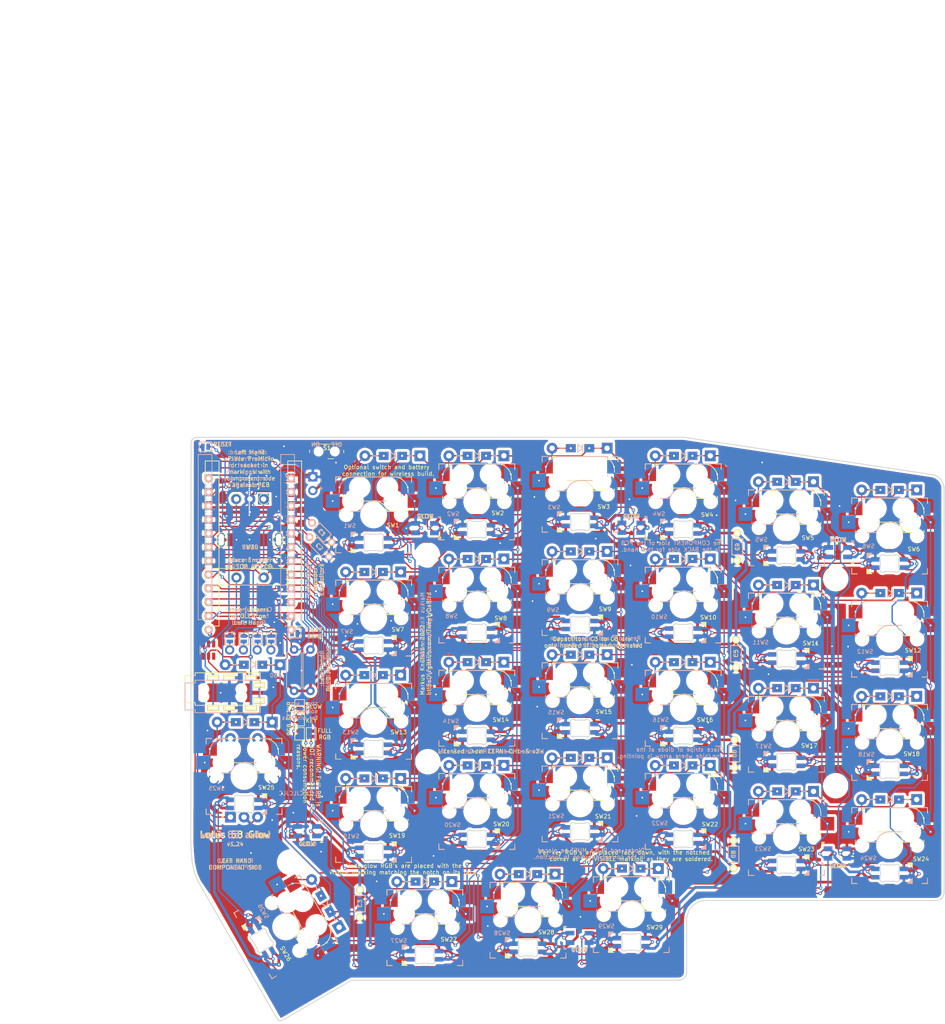
<source format=kicad_pcb>
(kicad_pcb (version 20211014) (generator pcbnew)
  (title_block (title "Lotus 58 Glow") (date "2022-09-14") (rev "v1.24") (company "Markus Knutsson <markus.knutsson@tweety.se>") (comment 1 "https://github.com/TweetyDaBird") (comment 2 "Licensed under CERN-OHL-S v2 or any superseding version"))
  (layers (0 "F.Cu" signal) (31 "B.Cu" signal) (34 "B.Paste" user) (35 "F.Paste" user) (36 "B.SilkS" user "B.Silkscreen") (37 "F.SilkS" user "F.Silkscreen") (38 "B.Mask" user) (39 "F.Mask" user) (44 "Edge.Cuts" user))
  (net 0 "")
  (net 1 "Net-(D1-Pad2)")
  (net 2 "row4")
  (net 3 "Net-(D2-Pad2)")
  (net 4 "Net-(D3-Pad2)")
  (net 5 "row0")
  (net 6 "Net-(D4-Pad2)")
  (net 7 "row1")
  (net 8 "Net-(D5-Pad2)")
  (net 9 "row2")
  (net 10 "Net-(D6-Pad2)")
  (net 11 "row3")
  (net 12 "Net-(D7-Pad2)")
  (net 13 "Net-(D8-Pad2)")
  (net 14 "Net-(D9-Pad2)")
  (net 15 "Net-(D10-Pad2)")
  (net 16 "Net-(D11-Pad2)")
  (net 17 "Net-(D12-Pad2)")
  (net 18 "Net-(D13-Pad2)")
  (net 19 "Net-(D14-Pad2)")
  (net 20 "Net-(D15-Pad2)")
  (net 21 "Net-(D16-Pad2)")
  (net 22 "Net-(D17-Pad2)")
  (net 23 "Net-(D18-Pad2)")
  (net 24 "Net-(D19-Pad2)")
  (net 25 "Net-(D20-Pad2)")
  (net 26 "Net-(D21-Pad2)")
  (net 27 "Net-(D22-Pad2)")
  (net 28 "Net-(D23-Pad2)")
  (net 29 "Net-(D24-Pad2)")
  (net 30 "Net-(D26-Pad2)")
  (net 31 "Net-(D27-Pad2)")
  (net 32 "Net-(D28-Pad2)")
  (net 33 "VCC")
  (net 34 "GND")
  (net 35 "col0")
  (net 36 "col1")
  (net 37 "col2")
  (net 38 "col3")
  (net 39 "col4")
  (net 40 "col5")
  (net 41 "SDA")
  (net 42 "LED")
  (net 43 "SCL")
  (net 44 "RESET")
  (net 45 "Net-(D29-Pad2)")
  (net 46 "DATA")
  (net 47 "Net-(D30-Pad2)")
  (net 48 "Hand")
  (net 49 "B")
  (net 50 "A")
  (net 51 "Alt")
  (net 52 "Net-(LED1-Pad2)")
  (net 53 "Net-(LED2-Pad2)")
  (net 54 "Net-(JP5-Pad1)")
  (net 55 "Net-(JP10-Pad1)")
  (net 56 "Net-(JP11-Pad1)")
  (net 57 "Net-(JP12-Pad1)")
  (net 58 "Net-(LED3-Pad2)")
  (net 59 "Net-(LED4-Pad2)")
  (net 60 "Net-(LED5-Pad2)")
  (net 61 "Net-(LED12-Pad4)")
  (net 62 "Net-(LED7-Pad4)")
  (net 63 "Net-(LED13-Pad4)")
  (net 64 "Net-(LED8-Pad4)")
  (net 65 "Net-(LED10-Pad2)")
  (net 66 "Net-(LED10-Pad4)")
  (net 67 "Net-(LED11-Pad4)")
  (net 68 "Net-(LED13-Pad2)")
  (net 69 "Net-(LED14-Pad2)")
  (net 70 "Net-(LED15-Pad2)")
  (net 71 "Net-(LED16-Pad2)")
  (net 72 "Net-(LED17-Pad2)")
  (net 73 "Net-(LED18-Pad2)")
  (net 74 "Net-(LED19-Pad4)")
  (net 75 "Net-(LED19-Pad2)")
  (net 76 "Net-(LED20-Pad4)")
  (net 77 "Net-(LED21-Pad4)")
  (net 78 "Net-(LED22-Pad4)")
  (net 79 "Net-(LED23-Pad4)")
  (net 80 "Net-(LED25-Pad2)")
  (net 81 "Net-(LED26-Pad2)")
  (net 82 "Net-(LED27-Pad2)")
  (net 83 "Net-(LED28-Pad2)")
  (net 84 "Net-(LED30-Pad1)")
  (net 85 "Net-(LED31-Pad1)")
  (net 86 "Net-(LED32-Pad1)")
  (net 87 "Net-(LED33-Pad1)")
  (net 88 "Net-(LED34-Pad1)")
  (net 89 "unconnected-(J1-PadS)")
  (net 90 "RGB_KEY")
  (net 91 "RGB_GLOW")
  (net 92 "RGB_LINK")
  (net 93 "Battery")
  (net 94 "/Batt")
  (net 95 "unconnected-(LED35-Pad1)")
  (footprint "Keyboard Common:Spacer PCB hole" (layer "F.Cu") (at 124.32538 57.40908)
    (fp_text reference "TH1" hide)
    (fp_text value "HOLE" hide)
  )
  (footprint "Keyboard Common:Spacer PCB hole" (layer "F.Cu") (at 199.7 61.8)
    (fp_text reference "TH2" hide)
    (fp_text value "HOLE" hide)
  )
  (footprint "Keyboard Common:Spacer PCB hole" (layer "F.Cu") (at 124.3965 95.5675)
    (fp_text reference "TH3" hide)
    (fp_text value "HOLE" hide)
  )
  (footprint "Keyboard Common:Spacer PCB hole" (layer "F.Cu") (at 199.7 100)
    (fp_text reference "TH4" hide)
    (fp_text value "HOLE" hide)
  )
  (footprint "Keyboard Common:Spacer PCB hole" (layer "F.Cu") (at 98.8949 114.1095 90)
    (fp_text reference "TH5" hide)
    (fp_text value "HOLE" hide)
  )
  (footprint "Common Library:Jumper_Mini" (layer "F.Cu") (at 95.4987 72.8755 90)
    (fp_text reference "JP9" hide)
    (fp_text value "Jumper_NO_Small" hide)
  )
  (footprint "Common Library:Jumper_Mini" (layer "F.Cu") (at 92.990766 72.8755 90)
    (fp_text reference "JP10" hide)
    (fp_text value "Jumper_NO_Small" hide)
  )
  (footprint "Common Library:Jumper_Mini" (layer "F.Cu") (at 90.419332 72.8755 90)
    (fp_text reference "JP11" hide)
    (fp_text value "Jumper_NO_Small" hide)
  )
  (footprint "Common Library:Jumper_Mini" (layer "F.Cu") (at 87.8479 72.8755 90)
    (fp_text reference "JP12" hide)
    (fp_text value "Jumper_NO_Small" hide)
  )
  (footprint "keyswitches:Kailh_socket_MX_reversible_RGB" (layer "F.Cu") (at 133.45 47.6)
    (fp_text reference "SW2")
    (fp_text value "Kailh hotswap MX socket")
  )
  (footprint "keyswitches:Kailh_socket_MX_reversible_RGB" (layer "F.Cu") (at 152.5 46.21)
    (fp_text reference "SW3")
    (fp_text value "Kailh hotswap MX socket")
  )
  (footprint "keyswitches:Kailh_socket_MX_reversible_RGB" (layer "F.Cu") (at 171.55 47.6)
    (fp_text reference "SW4")
    (fp_text value "Kailh hotswap MX socket")
  )
  (footprint "keyswitches:Kailh_socket_MX_reversible_RGB" (layer "F.Cu") (at 209.65 53.9)
    (fp_text reference "SW6")
    (fp_text value "Kailh hotswap MX socket")
  )
  (footprint "keyswitches:Kailh_socket_MX_reversible_RGB" (layer "F.Cu") (at 114.4 69.05)
    (fp_text reference "SW7")
    (fp_text value "Kailh hotswap MX socket")
  )
  (footprint "keyswitches:Kailh_socket_MX_reversible_RGB" (layer "F.Cu") (at 152.5 65.26)
    (fp_text reference "SW9")
    (fp_text value "Kailh hotswap MX socket")
  )
  (footprint "keyswitches:Kailh_socket_MX_reversible_RGB" (layer "F.Cu") (at 171.55 66.65)
    (fp_text reference "SW10")
    (fp_text value "Kailh hotswap MX socket")
  )
  (footprint "keyswitches:Kailh_socket_MX_reversible_RGB" (layer "F.Cu") (at 190.6 71.45)
    (fp_text reference "SW11")
    (fp_text value "Kailh hotswap MX socket")
  )
  (footprint "keyswitches:Kailh_socket_MX_reversible_RGB" (layer "F.Cu") (at 209.65 72.95)
    (fp_text reference "SW12")
    (fp_text value "Kailh hotswap MX socket")
  )
  (footprint "keyswitches:Kailh_socket_MX_reversible_RGB" (layer "F.Cu") (at 114.4 88.1)
    (fp_text reference "SW13")
    (fp_text value "Kailh hotswap MX socket")
  )
  (footprint "keyswitches:Kailh_socket_MX_reversible_RGB" (layer "F.Cu") (at 133.45 85.7)
    (fp_text reference "SW14")
    (fp_text value "Kailh hotswap MX socket")
  )
  (footprint "keyswitches:Kailh_socket_MX_reversible_RGB" (layer "F.Cu") (at 152.5 84.31)
    (fp_text reference "SW15")
    (fp_text value "Kailh hotswap MX socket")
  )
  (footprint "keyswitches:Kailh_socket_MX_reversible_RGB" (layer "F.Cu") (at 190.6 90.5)
    (fp_text reference "SW17")
    (fp_text value "Kailh hotswap MX socket")
  )
  (footprint "keyswitches:Kailh_socket_MX_reversible_RGB" (layer "F.Cu") (at 209.65 92)
    (fp_text reference "SW18")
    (fp_text value "Kailh hotswap MX socket")
  )
  (footprint "keyswitches:Kailh_socket_MX_reversible_RGB" (layer "F.Cu") (at 114.4 107.15)
    (fp_text reference "SW19")
    (fp_text value "Kailh hotswap MX socket")
  )
  (footprint "keyswitches:Kailh_socket_MX_reversible_RGB" (layer "F.Cu") (at 133.45 104.75)
    (fp_text reference "SW20")
    (fp_text value "Kailh hotswap MX socket")
  )
  (footprint "keyswitches:Kailh_socket_MX_reversible_RGB" (layer "F.Cu") (at 152.5 103.36)
    (fp_text reference "SW21")
    (fp_text value "Kailh hotswap MX socket")
  )
  (footprint "keyswitches:Kailh_socket_MX_reversible_RGB" (layer "F.Cu") (at 171.55 104.75)
    (fp_text reference "SW22")
    (fp_text value "Kailh hotswap MX socket")
  )
  (footprint "keyswitches:Kailh_socket_MX_reversible_RGB" (layer "F.Cu") (at 190.6 109.55)
    (fp_text reference "SW23")
    (fp_text value "Kailh hotswap MX socket")
  )
  (footprint "keyswitches:Kailh_socket_MX_reversible_RGB" (layer "F.Cu") (at 123.85 126.2)
    (fp_text reference "SW27")
    (fp_text value "Kailh hotswap MX socket")
  )
  (footprint "keyswitches:Kailh_socket_MX_reversible_RGB" (layer "F.Cu") (at 142.8977 124.8283)
    (fp_text reference "SW28")
    (fp_text value "Kailh hotswap MX socket")
  )
  (footprint "keyswitches:Kailh_socket_MX_reversible_RGB" (layer "F.Cu") (at 161.95 123.8)
    (fp_text reference "SW29")
    (fp_text value "Kailh hotswap MX socket")
  )
  (footprint "keyswitches:Kailh_socket_MX_reversible_RGB" (layer "F.Cu") (at 114.4 50)
    (fp_text reference "SW1")
    (fp_text value "Kailh hotswap MX socket")
  )
  (footprint "keyswitches:Kailh_socket_MX_reversible_RGB" (layer "F.Cu") (at 90.4748 98.2853)
    (fp_text reference "SW25")
    (fp_text value "Kailh hotswap MX socket")
  )
  (footprint "keyswitches:Kailh_socket_MX_reversible_RGB" (layer "F.Cu") (at 209.65 111.05)
    (fp_text reference "SW24")
    (fp_text value "Kailh hotswap MX socket")
  )
  (footprint "Resistor_THT:R_Axial_DIN0207_L6.3mm_D2.5mm_P7.62mm_Horizontal" (layer "F.Cu") (at 102.73 82.5 90)
    (fp_text reference "R2" hide)
    (fp_text value "4k7")
  )
  (footprint "keyswitches:Kailh_socket_MX_reversible_RGB" (layer "F.Cu") (at 98.171 126.0475 -60)
    (fp_text reference "SW26")
    (fp_text value "Kailh hotswap MX socket")
  )
  (footprint "keyswitches:Kailh_socket_MX_reversible_RGB" (layer "F.Cu") (at 171.55 85.7)
    (fp_text reference "SW16")
    (fp_text value "Kailh hotswap MX socket")
  )
  (footprint "KiCad-SSD1306-0.91-OLED-4pin-128x32:SSD1306-0.91-OLED-4pin-128x32" (layer "F.Cu") (at 97.6305 38.4435 -90)
    (fp_text reference "P1" hide)
    (fp_text value "OLED")
  )
  (footprint "Keyboard Library:LED_SK6812MINI_PLCC4_3.5x3.5mm_P1.75mm" (layer "F.Cu") (at 152.4 128.0795 180)
    (fp_text reference "LED31" hide)
    (fp_text value "SK6812MINI")
  )
  (footprint "Keyboard Library:LED_SK6812MINI_PLCC4_3.5x3.5mm_P1.75mm" (layer "F.Cu") (at 102.108 108.3945)
    (fp_text reference "LED30" hide)
    (fp_text value "SK6812MINI")
  )
  (footprint "Keyboard Library:LED_SK6812MINI_PLCC4_3.5x3.5mm_P1.75mm" (layer "F.Cu") (at 200.152 56.896)
    (fp_text reference "LED33" hide)
    (fp_text value "SK6812MINI")
  )
  (footprint "Keyboard Library:LED_SK6812MINI_PLCC4_3.5x3.5mm_P1.75mm" (layer "F.Cu") (at 123.8885 52.451)
    (fp_text reference "LED35" hide)
    (fp_text value "SK6812MINI")
  )
  (footprint "Keyboard Library:RotaryEncoder_Alps_EC11E-Switch_Vertical_H20_special" (layer "F.Cu") (at 91.567 54.594 -90)
    (fp_text reference "SW30")
    (fp_text value "Rotary_Encoder_Switch")
  )
  (footprint "Keyboard Library:ProMicro_Reversible" (layer "F.Cu") (at 92.106 54.9)
    (fp_text reference "U1" hide)
    (fp_text value "ProMicro" hide)
  )
  (footprint "Resistor_THT:R_Axial_DIN0207_L6.3mm_D2.5mm_P7.62mm_Horizontal" (layer "F.Cu") (at 99.7204 82.4992 90)
    (fp_text reference "R1" hide)
    (fp_text value "4k7")
  )
  (footprint "Common Library:MJ-4PP-9_alim" (layer "F.Cu") (at 81.4705 82.169 90)
    (fp_text reference "J1" hide)
    (fp_text value "PJ-320A" hide)
  )
  (footprint "keyswitches:Kailh_socket_MX_reversible_RGB" (layer "F.Cu") (at 190.6 52.4)
    (fp_text reference "SW5")
    (fp_text value "Kailh hotswap MX socket")
  )
  (footprint "Keyboard Library:RotaryEncoder_Alps_EC11E-Switch_Special" (layer "F.Cu") (at 90.4748 98.2853 90)
    (fp_text reference "SW31" hide)
    (fp_text value "Rotary_Encoder_Switch")
  )
  (footprint "Keyboard Library:LED_SK6812MINI_PLCC4_3.5x3.5mm_P1.75mm" (layer "F.Cu") (at 161.9885 52.3875)
    (fp_text reference "LED34" hide)
    (fp_text value "SK6812MINI")
  )
  (footprint "Common Library:Jumper_Mini" (layer "F.Cu") (at 99.822 71.8312)
    (fp_text reference "JP3" hide)
    (fp_text value "LEFT" hide)
  )
  (footprint "keyswitches:Kailh_socket_MX_reversible_RGB" (layer "F.Cu") (at 133.45 66.65)
    (fp_text reference "SW8")
    (fp_text value "Kailh hotswap MX socket")
  )
  (footprint "Keyboard RGB:MX_SK6812MINI-E_REVERSIBLE" (layer "F.Cu") (at 114.4 55.08 180)
    (fp_text reference "LED1" hide)
    (fp_text value "SK6812MINI-E")
    (fp_line (start 1.699999 -0.702843) (end 1.699999 0.702841) (layer "Edge.Cuts") (width 0.15))
    (fp_line (start 0.794452 1.499999) (end -0.794452 1.499999) (layer "Edge.Cuts") (width 0.15))
    (fp_line (start -1.699999 0.702841) (end -1.699999 -0.702843) (layer "Edge.Cuts") (width 0.15))
    (fp_line (start -0.794452 -1.5) (end 0.794453 -1.5) (layer "Edge.Cuts") (width 0.15))
    (fp_arc (start -1.749484 -0.919721) (mid -1.638071 -1.504036) (end -1.046711 -1.5683) (layer "Edge.Cuts") (width 0.15))
    (fp_arc (start 1.749484 0.919719) (mid 1.712511 0.81407) (end 1.699999 0.702841) (layer "Edge.Cuts") (width 0.15))
    (fp_arc (start 1.699999 -0.702844) (mid 1.712526 -0.81407) (end 1.749484 -0.919721) (layer "Edge.Cuts") (width 0.15))
    (fp_arc (start 0.794452 1.499999) (mid 0.925123 1.517376) (end 1.046711 1.568298) (layer "Edge.Cuts") (width 0.15))
    (fp_arc (start -1.699999 0.702842) (mid -1.712527 0.814067) (end -1.749484 0.919719) (layer "Edge.Cuts") (width 0.15))
    (fp_arc (start 1.046711 -1.568299) (mid 1.638071 -1.504036) (end 1.749484 -0.919721) (layer "Edge.Cuts") (width 0.15))
    (fp_arc (start 1.046711 -1.568299) (mid 0.925123 -1.517377) (end 0.794453 -1.5) (layer "Edge.Cuts") (width 0.15))
    (fp_arc (start -0.794453 -1.500001) (mid -0.925123 -1.517378) (end -1.046711 -1.5683) (layer "Edge.Cuts") (width 0.15))
    (fp_arc (start -1.046711 1.568296) (mid -1.63807 1.504033) (end -1.749484 0.919719) (layer "Edge.Cuts") (width 0.15))
    (fp_arc (start 1.749484 0.919718) (mid 1.638072 1.504034) (end 1.046711 1.568298) (layer "Edge.Cuts") (width 0.15))
    (fp_arc (start -1.04671 1.568298) (mid -0.925122 1.517376) (end -0.794452 1.499999) (layer "Edge.Cuts") (width 0.15))
    (fp_arc (start -1.749484 -0.919721) (mid -1.712527 -0.814069) (end -1.699999 -0.702843) (layer "Edge.Cuts") (width 0.15))
  )
  (footprint "Common Library:Jumper_Mini" (layer "F.Cu") (at 83.3628 37.4396 180)
    (fp_text reference "JP2" hide)
    (fp_text value "RESET" hide)
  )
  (footprint "Keyboard RGB:MX_SK6812MINI-E_REVERSIBLE" (layer "F.Cu") (at 133.45 52.68 180)
    (fp_text reference "LED2" hide)
    (fp_text value "SK6812MINI-E")
    (fp_line (start -1.699999 0.702841) (end -1.699999 -0.702843) (layer "Edge.Cuts") (width 0.15))
    (fp_line (start 0.794452 1.499999) (end -0.794452 1.499999) (layer "Edge.Cuts") (width 0.15))
    (fp_line (start 1.699999 -0.702843) (end 1.699999 0.702841) (layer "Edge.Cuts") (width 0.15))
    (fp_line (start -0.794452 -1.5) (end 0.794453 -1.5) (layer "Edge.Cuts") (width 0.15))
    (fp_arc (start 1.749484 0.919719) (mid 1.712511 0.81407) (end 1.699999 0.702841) (layer "Edge.Cuts") (width 0.15))
    (fp_arc (start 1.699999 -0.702844) (mid 1.712526 -0.81407) (end 1.749484 -0.919721) (layer "Edge.Cuts") (width 0.15))
    (fp_arc (start -0.794453 -1.500001) (mid -0.925123 -1.517378) (end -1.046711 -1.5683) (layer "Edge.Cuts") (width 0.15))
    (fp_arc (start -1.04671 1.568298) (mid -0.925122 1.517376) (end -0.794452 1.499999) (layer "Edge.Cuts") (width 0.15))
    (fp_arc (start -1.046711 1.568296) (mid -1.63807 1.504033) (end -1.749484 0.919719) (layer "Edge.Cuts") (width 0.15))
    (fp_arc (start 1.046711 -1.568299) (mid 1.638071 -1.504036) (end 1.749484 -0.919721) (layer "Edge.Cuts") (width 0.15))
    (fp_arc (start 0.794452 1.499999) (mid 0.925123 1.517376) (end 1.046711 1.568298) (layer "Edge.Cuts") (width 0.15))
    (fp_arc (start -1.749484 -0.919721) (mid -1.712527 -0.814069) (end -1.699999 -0.702843) (layer "Edge.Cuts") (width 0.15))
    (fp_arc (start -1.749484 -0.919721) (mid -1.638071 -1.504036) (end -1.046711 -1.5683) (layer "Edge.Cuts") (width 0.15))
    (fp_arc (start 1.749484 0.919718) (mid 1.638072 1.504034) (end 1.046711 1.568298) (layer "Edge.Cuts") (width 0.15))
    (fp_arc (start -1.699999 0.702842) (mid -1.712527 0.814067) (end -1.749484 0.919719) (layer "Edge.Cuts") (width 0.15))
    (fp_arc (start 1.046711 -1.568299) (mid 0.925123 -1.517377) (end 0.794453 -1.5) (layer "Edge.Cuts") (width 0.15))
  )
  (footprint "Keyboard RGB:MX_SK6812MINI-E_REVERSIBLE" (layer "F.Cu") (at 152.5 51.29 180)
    (fp_text reference "LED3" hide)
    (fp_text value "SK6812MINI-E")
    (fp_line (start -0.794452 -1.5) (end 0.794453 -1.5) (layer "Edge.Cuts") (width 0.15))
    (fp_line (start -1.699999 0.702841) (end -1.699999 -0.702843) (layer "Edge.Cuts") (width 0.15))
    (fp_line (start 0.794452 1.499999) (end -0.794452 1.499999) (layer "Edge.Cuts") (width 0.15))
    (fp_line (start 1.699999 -0.702843) (end 1.699999 0.702841) (layer "Edge.Cuts") (width 0.15))
    (fp_arc (start -1.699999 0.702842) (mid -1.712527 0.814067) (end -1.749484 0.919719) (layer "Edge.Cuts") (width 0.15))
    (fp_arc (start 1.699999 -0.702844) (mid 1.712526 -0.81407) (end 1.749484 -0.919721) (layer "Edge.Cuts") (width 0.15))
    (fp_arc (start 1.046711 -1.568299) (mid 0.925123 -1.517377) (end 0.794453 -1.5) (layer "Edge.Cuts") (width 0.15))
    (fp_arc (start 0.794452 1.499999) (mid 0.925123 1.517376) (end 1.046711 1.568298) (layer "Edge.Cuts") (width 0.15))
    (fp_arc (start 1.749484 0.919719) (mid 1.712511 0.81407) (end 1.699999 0.702841) (layer "Edge.Cuts") (width 0.15))
    (fp_arc (start -1.04671 1.568298) (mid -0.925122 1.517376) (end -0.794452 1.499999) (layer "Edge.Cuts") (width 0.15))
    (fp_arc (start -1.046711 1.568296) (mid -1.63807 1.504033) (end -1.749484 0.919719) (layer "Edge.Cuts") (width 0.15))
    (fp_arc (start 1.046711 -1.568299) (mid 1.638071 -1.504036) (end 1.749484 -0.919721) (layer "Edge.Cuts") (width 0.15))
    (fp_arc (start -1.749484 -0.919721) (mid -1.712527 -0.814069) (end -1.699999 -0.702843) (layer "Edge.Cuts") (width 0.15))
    (fp_arc (start -1.749484 -0.919721) (mid -1.638071 -1.504036) (end -1.046711 -1.5683) (layer "Edge.Cuts") (width 0.15))
    (fp_arc (start -0.794453 -1.500001) (mid -0.925123 -1.517378) (end -1.046711 -1.5683) (layer "Edge.Cuts") (width 0.15))
    (fp_arc (start 1.749484 0.919718) (mid 1.638072 1.504034) (end 1.046711 1.568298) (layer "Edge.Cuts") (width 0.15))
  )
  (footprint "Keyboard RGB:MX_SK6812MINI-E_REVERSIBLE" (layer "F.Cu") (at 171.55 52.68 180)
    (fp_text reference "LED4" hide)
    (fp_text value "SK6812MINI-E")
    (fp_line (start -0.794452 -1.5) (end 0.794453 -1.5) (layer "Edge.Cuts") (width 0.15))
    (fp_line (start 1.699999 -0.702843) (end 1.699999 0.702841) (layer "Edge.Cuts") (width 0.15))
    (fp_line (start 0.794452 1.499999) (end -0.794452 1.499999) (layer "Edge.Cuts") (width 0.15))
    (fp_line (start -1.699999 0.702841) (end -1.699999 -0.702843) (layer "Edge.Cuts") (width 0.15))
    (fp_arc (start 1.046711 -1.568299) (mid 0.925123 -1.517377) (end 0.794453 -1.5) (layer "Edge.Cuts") (width 0.15))
    (fp_arc (start -1.699999 0.702842) (mid -1.712527 0.814067) (end -1.749484 0.919719) (layer "Edge.Cuts") (width 0.15))
    (fp_arc (start 0.794452 1.499999) (mid 0.925123 1.517376) (end 1.046711 1.568298) (layer "Edge.Cuts") (width 0.15))
    (fp_arc (start 1.749484 0.919719) (mid 1.712511 0.81407) (end 1.699999 0.702841) (layer "Edge.Cuts") (width 0.15))
    (fp_arc (start -1.046711 1.568296) (mid -1.63807 1.504033) (end -1.749484 0.919719) (layer "Edge.Cuts") (width 0.15))
    (fp_arc (start -1.749484 -0.919721) (mid -1.712527 -0.814069) (end -1.699999 -0.702843) (layer "Edge.Cuts") (width 0.15))
    (fp_arc (start 1.046711 -1.568299) (mid 1.638071 -1.504036) (end 1.749484 -0.919721) (layer "Edge.Cuts") (width 0.15))
    (fp_arc (start 1.749484 0.919718) (mid 1.638072 1.504034) (end 1.046711 1.568298) (layer "Edge.Cuts") (width 0.15))
    (fp_arc (start 1.699999 -0.702844) (mid 1.712526 -0.81407) (end 1.749484 -0.919721) (layer "Edge.Cuts") (width 0.15))
    (fp_arc (start -0.794453 -1.500001) (mid -0.925123 -1.517378) (end -1.046711 -1.5683) (layer "Edge.Cuts") (width 0.15))
    (fp_arc (start -1.04671 1.568298) (mid -0.925122 1.517376) (end -0.794452 1.499999) (layer "Edge.Cuts") (width 0.15))
    (fp_arc (start -1.749484 -0.919721) (mid -1.638071 -1.504036) (end -1.046711 -1.5683) (layer "Edge.Cuts") (width 0.15))
  )
  (footprint "Keyboard RGB:MX_SK6812MINI-E_REVERSIBLE" (layer "F.Cu") (at 190.6 57.48 180)
    (fp_text reference "LED5" hide)
    (fp_text value "SK6812MINI-E")
    (fp_line (start -0.794452 -1.5) (end 0.794453 -1.5) (layer "Edge.Cuts") (width 0.15))
    (fp_line (start 1.699999 -0.702843) (end 1.699999 0.702841) (layer "Edge.Cuts") (width 0.15))
    (fp_line (start 0.794452 1.499999) (end -0.794452 1.499999) (layer "Edge.Cuts") (width 0.15))
    (fp_line (start -1.699999 0.702841) (end -1.699999 -0.702843) (layer "Edge.Cuts") (width 0.15))
    (fp_arc (start -1.749484 -0.919721) (mid -1.712527 -0.814069) (end -1.699999 -0.702843) (layer "Edge.Cuts") (width 0.15))
    (fp_arc (start 1.046711 -1.568299) (mid 0.925123 -1.517377) (end 0.794453 -1.5) (layer "Edge.Cuts") (width 0.15))
    (fp_arc (start 1.749484 0.919718) (mid 1.638072 1.504034) (end 1.046711 1.568298) (layer "Edge.Cuts") (width 0.15))
    (fp_arc (start 1.749484 0.919719) (mid 1.712511 0.81407) (end 1.699999 0.702841) (layer "Edge.Cuts") (width 0.15))
    (fp_arc (start 0.794452 1.499999) (mid 0.925123 1.517376) (end 1.046711 1.568298) (layer "Edge.Cuts") (width 0.15))
    (fp_arc (start -1.04671 1.568298) (mid -0.925122 1.517376) (end -0.794452 1.499999) (layer "Edge.Cuts") (width 0.15))
    (fp_arc (start -1.046711 1.568296) (mid -1.63807 1.504033) (end -1.749484 0.919719) (layer "Edge.Cuts") (width 0.15))
    (fp_arc (start -1.749484 -0.919721) (mid -1.638071 -1.504036) (end -1.046711 -1.5683) (layer "Edge.Cuts") (width 0.15))
    (fp_arc (start -0.794453 -1.500001) (mid -0.925123 -1.517378) (end -1.046711 -1.5683) (layer "Edge.Cuts") (width 0.15))
    (fp_arc (start 1.699999 -0.702844) (mid 1.712526 -0.81407) (end 1.749484 -0.919721) (layer "Edge.Cuts") (width 0.15))
    (fp_arc (start -1.699999 0.702842) (mid -1.712527 0.814067) (end -1.749484 0.919719) (layer "Edge.Cuts") (width 0.15))
    (fp_arc (start 1.046711 -1.568299) (mid 1.638071 -1.504036) (end 1.749484 -0.919721) (layer "Edge.Cuts") (width 0.15))
  )
  (footprint "Keyboard RGB:MX_SK6812MINI-E_REVERSIBLE" (layer "F.Cu") (at 209.65 58.98 180)
    (fp_text reference "LED6" hide)
    (fp_text value "SK6812MINI-E")
    (fp_line (start 1.699999 -0.702843) (end 1.699999 0.702841) (layer "Edge.Cuts") (width 0.15))
    (fp_line (start -1.699999 0.702841) (end -1.699999 -0.702843) (layer "Edge.Cuts") (width 0.15))
    (fp_line (start 0.794452 1.499999) (end -0.794452 1.499999) (layer "Edge.Cuts") (width 0.15))
    (fp_line (start -0.794452 -1.5) (end 0.794453 -1.5) (layer "Edge.Cuts") (width 0.15))
    (fp_arc (start -1.046711 1.568296) (mid -1.63807 1.504033) (end -1.749484 0.919719) (layer "Edge.Cuts") (width 0.15))
    (fp_arc (start 1.749484 0.919719) (mid 1.712511 0.81407) (end 1.699999 0.702841) (layer "Edge.Cuts") (width 0.15))
    (fp_arc (start -0.794453 -1.500001) (mid -0.925123 -1.517378) (end -1.046711 -1.5683) (layer "Edge.Cuts") (width 0.15))
    (fp_arc (start -1.749484 -0.919721) (mid -1.638071 -1.504036) (end -1.046711 -1.5683) (layer "Edge.Cuts") (width 0.15))
    (fp_arc (start -1.04671 1.568298) (mid -0.925122 1.517376) (end -0.794452 1.499999) (layer "Edge.Cuts") (width 0.15))
    (fp_arc (start 1.046711 -1.568299) (mid 1.638071 -1.504036) (end 1.749484 -0.919721) (layer "Edge.Cuts") (width 0.15))
    (fp_arc (start -1.749484 -0.919721) (mid -1.712527 -0.814069) (end -1.699999 -0.702843) (layer "Edge.Cuts") (width 0.15))
    (fp_arc (start 1.699999 -0.702844) (mid 1.712526 -0.81407) (end 1.749484 -0.919721) (layer "Edge.Cuts") (width 0.15))
    (fp_arc (start 1.046711 -1.568299) (mid 0.925123 -1.517377) (end 0.794453 -1.5) (layer "Edge.Cuts") (width 0.15))
    (fp_arc (start 0.794452 1.499999) (mid 0.925123 1.517376) (end 1.046711 1.568298) (layer "Edge.Cuts") (width 0.15))
    (fp_arc (start -1.699999 0.702842) (mid -1.712527 0.814067) (end -1.749484 0.919719) (layer "Edge.Cuts") (width 0.15))
    (fp_arc (start 1.749484 0.919718) (mid 1.638072 1.504034) (end 1.046711 1.568298) (layer "Edge.Cuts") (width 0.15))
  )
  (footprint "Keyboard RGB:MX_SK6812MINI-E_REVERSIBLE" (layer "F.Cu") (at 114.4 74.13)
    (fp_text reference "LED7" hide)
    (fp_text value "SK6812MINI-E")
    (fp_line (start 0.794452 1.499999) (end -0.794452 1.499999) (layer "Edge.Cuts") (width 0.15))
    (fp_line (start -0.794452 -1.5) (end 0.794453 -1.5) (layer "Edge.Cuts") (width 0.15))
    (fp_line (start -1.699999 0.702841) (end -1.699999 -0.702843) (layer "Edge.Cuts") (width 0.15))
    (fp_line (start 1.699999 -0.702843) (end 1.699999 0.702841) (layer "Edge.Cuts") (width 0.15))
    (fp_arc (start -1.046711 1.568296) (mid -1.63807 1.504033) (end -1.749484 0.919719) (layer "Edge.Cuts") (width 0.15))
    (fp_arc (start 1.046711 -1.568299) (mid 0.925123 -1.517377) (end 0.794453 -1.5) (layer "Edge.Cuts") (width 0.15))
    (fp_arc (start 1.749484 0.919719) (mid 1.712511 0.81407) (end 1.699999 0.702841) (layer "Edge.Cuts") (width 0.15))
    (fp_arc (start 1.749484 0.919718) (mid 1.638072 1.504034) (end 1.046711 1.568298) (layer "Edge.Cuts") (width 0.15))
    (fp_arc (start -1.04671 1.568298) (mid -0.925122 1.517376) (end -0.794452 1.499999) (layer "Edge.Cuts") (width 0.15))
    (fp_arc (start -1.699999 0.702842) (mid -1.712527 0.814067) (end -1.749484 0.919719) (layer "Edge.Cuts") (width 0.15))
    (fp_arc (start 0.794452 1.499999) (mid 0.925123 1.517376) (end 1.046711 1.568298) (layer "Edge.Cuts") (width 0.15))
    (fp_arc (start 1.046711 -1.568299) (mid 1.638071 -1.504036) (end 1.749484 -0.919721) (layer "Edge.Cuts") (width 0.15))
    (fp_arc (start 1.699999 -0.702844) (mid 1.712526 -0.81407) (end 1.749484 -0.919721) (layer "Edge.Cuts") (width 0.15))
    (fp_arc (start -1.749484 -0.919721) (mid -1.712527 -0.814069) (end -1.699999 -0.702843) (layer "Edge.Cuts") (width 0.15))
    (fp_arc (start -1.749484 -0.919721) (mid -1.638071 -1.504036) (end -1.046711 -1.5683) (layer "Edge.Cuts") (width 0.15))
    (fp_arc (start -0.794453 -1.500001) (mid -0.925123 -1.517378) (end -1.046711 -1.5683) (layer "Edge.Cuts") (width 0.15))
  )
  (footprint "Keyboard RGB:MX_SK6812MINI-E_REVERSIBLE" (layer "F.Cu") (at 133.45 71.73)
    (fp_text reference "LED8" hide)
    (fp_text value "SK6812MINI-E")
    (fp_line (start 0.794452 1.499999) (end -0.794452 1.499999) (layer "Edge.Cuts") (width 0.15))
    (fp_line (start 1.699999 -0.702843) (end 1.699999 0.702841) (layer "Edge.Cuts") (width 0.15))
    (fp_line (start -0.794452 -1.5) (end 0.794453 -1.5) (layer "Edge.Cuts") (width 0.15))
    (fp_line (start -1.699999 0.702841) (end -1.699999 -0.702843) (layer "Edge.Cuts") (width 0.15))
    (fp_arc (start -0.794453 -1.500001) (mid -0.925123 -1.517378) (end -1.046711 -1.5683) (layer "Edge.Cuts") (width 0.15))
    (fp_arc (start 1.046711 -1.568299) (mid 1.638071 -1.504036) (end 1.749484 -0.919721) (layer "Edge.Cuts") (width 0.15))
    (fp_arc (start 1.046711 -1.568299) (mid 0.925123 -1.517377) (end 0.794453 -1.5) (layer "Edge.Cuts") (width 0.15))
    (fp_arc (start 1.749484 0.919718) (mid 1.638072 1.504034) (end 1.046711 1.568298) (layer "Edge.Cuts") (width 0.15))
    (fp_arc (start 1.749484 0.919719) (mid 1.712511 0.81407) (end 1.699999 0.702841) (layer "Edge.Cuts") (width 0.15))
    (fp_arc (start 1.699999 -0.702844) (mid 1.712526 -0.81407) (end 1.749484 -0.919721) (layer "Edge.Cuts") (width 0.15))
    (fp_arc (start -1.699999 0.702842) (mid -1.712527 0.814067) (end -1.749484 0.919719) (layer "Edge.Cuts") (width 0.15))
    (fp_arc (start -1.749484 -0.919721) (mid -1.712527 -0.814069) (end -1.699999 -0.702843) (layer "Edge.Cuts") (width 0.15))
    (fp_arc (start -1.046711 1.568296) (mid -1.63807 1.504033) (end -1.749484 0.919719) (layer "Edge.Cuts") (width 0.15))
    (fp_arc (start -1.04671 1.568298) (mid -0.925122 1.517376) (end -0.794452 1.499999) (layer "Edge.Cuts") (width 0.15))
    (fp_arc (start -1.749484 -0.919721) (mid -1.638071 -1.504036) (end -1.046711 -1.5683) (layer "Edge.Cuts") (width 0.15))
    (fp_arc (start 0.794452 1.499999) (mid 0.925123 1.517376) (end 1.046711 1.568298) (layer "Edge.Cuts") (width 0.15))
  )
  (footprint "Keyboard RGB:MX_SK6812MINI-E_REVERSIBLE" (layer "F.Cu") (at 152.5 70.34)
    (fp_text reference "LED9" hide)
    (fp_text value "SK6812MINI-E")
    (fp_line (start 1.699999 -0.702843) (end 1.699999 0.702841) (layer "Edge.Cuts") (width 0.15))
    (fp_line (start -1.699999 0.702841) (end -1.699999 -0.702843) (layer "Edge.Cuts") (width 0.15))
    (fp_line (start 0.794452 1.499999) (end -0.794452 1.499999) (layer "Edge.Cuts") (width 0.15))
    (fp_line (start -0.794452 -1.5) (end 0.794453 -1.5) (layer "Edge.Cuts") (width 0.15))
    (fp_arc (start 0.794452 1.499999) (mid 0.925123 1.517376) (end 1.046711 1.568298) (layer "Edge.Cuts") (width 0.15))
    (fp_arc (start 1.699999 -0.702844) (mid 1.712526 -0.81407) (end 1.749484 -0.919721) (layer "Edge.Cuts") (width 0.15))
    (fp_arc (start -0.794453 -1.500001) (mid -0.925123 -1.517378) (end -1.046711 -1.5683) (layer "Edge.Cuts") (width 0.15))
    (fp_arc (start -1.046711 1.568296) (mid -1.63807 1.504033) (end -1.749484 0.919719) (layer "Edge.Cuts") (width 0.15))
    (fp_arc (start -1.749484 -0.919721) (mid -1.712527 -0.814069) (end -1.699999 -0.702843) (layer "Edge.Cuts") (width 0.15))
    (fp_arc (start 1.749484 0.919718) (mid 1.638072 1.504034) (end 1.046711 1.568298) (layer "Edge.Cuts") (width 0.15))
    (fp_arc (start -1.699999 0.702842) (mid -1.712527 0.814067) (end -1.749484 0.919719) (layer "Edge.Cuts") (width 0.15))
    (fp_arc (start 1.046711 -1.568299) (mid 0.925123 -1.517377) (end 0.794453 -1.5) (layer "Edge.Cuts") (width 0.15))
    (fp_arc (start -1.04671 1.568298) (mid -0.925122 1.517376) (end -0.794452 1.499999) (layer "Edge.Cuts") (width 0.15))
    (fp_arc (start 1.749484 0.919719) (mid 1.712511 0.81407) (end 1.699999 0.702841) (layer "Edge.Cuts") (width 0.15))
    (fp_arc (start 1.046711 -1.568299) (mid 1.638071 -1.504036) (end 1.749484 -0.919721) (layer "Edge.Cuts") (width 0.15))
    (fp_arc (start -1.749484 -0.919721) (mid -1.638071 -1.504036) (end -1.046711 -1.5683) (layer "Edge.Cuts") (width 0.15))
  )
  (footprint "Keyboard RGB:MX_SK6812MINI-E_REVERSIBLE" (layer "F.Cu") (at 171.55 71.73)
    (fp_text reference "LED10" hide)
    (fp_text value "SK6812MINI-E")
    (fp_line (start 1.699999 -0.702843) (end 1.699999 0.702841) (layer "Edge.Cuts") (width 0.15))
    (fp_line (start -0.794452 -1.5) (end 0.794453 -1.5) (layer "Edge.Cuts") (width 0.15))
    (fp_line (start 0.794452 1.499999) (end -0.794452 1.499999) (layer "Edge.Cuts") (width 0.15))
    (fp_line (start -1.699999 0.702841) (end -1.699999 -0.702843) (layer "Edge.Cuts") (width 0.15))
    (fp_arc (start 1.046711 -1.568299) (mid 0.925123 -1.517377) (end 0.794453 -1.5) (layer "Edge.Cuts") (width 0.15))
    (fp_arc (start -0.794453 -1.500001) (mid -0.925123 -1.517378) (end -1.046711 -1.5683) (layer "Edge.Cuts") (width 0.15))
    (fp_arc (start -1.749484 -0.919721) (mid -1.712527 -0.814069) (end -1.699999 -0.702843) (layer "Edge.Cuts") (width 0.15))
    (fp_arc (start -1.046711 1.568296) (mid -1.63807 1.504033) (end -1.749484 0.919719) (layer "Edge.Cuts") (width 0.15))
    (fp_arc (start -1.04671 1.568298) (mid -0.925122 1.517376) (end -0.794452 1.499999) (layer "Edge.Cuts") (width 0.15))
    (fp_arc (start 1.749484 0.919719) (mid 1.712511 0.81407) (end 1.699999 0.702841) (layer "Edge.Cuts") (width 0.15))
    (fp_arc (start 1.046711 -1.568299) (mid 1.638071 -1.504036) (end 1.749484 -0.919721) (layer "Edge.Cuts") (width 0.15))
    (fp_arc (start -1.749484 -0.919721) (mid -1.638071 -1.504036) (end -1.046711 -1.5683) (layer "Edge.Cuts") (width 0.15))
    (fp_arc (start 1.749484 0.919718) (mid 1.638072 1.504034) (end 1.046711 1.568298) (layer "Edge.Cuts") (width 0.15))
    (fp_arc (start 1.699999 -0.702844) (mid 1.712526 -0.81407) (end 1.749484 -0.919721) (layer "Edge.Cuts") (width 0.15))
    (fp_arc (start -1.699999 0.702842) (mid -1.712527 0.814067) (end -1.749484 0.919719) (layer "Edge.Cuts") (width 0.15))
    (fp_arc (start 0.794452 1.499999) (mid 0.925123 1.517376) (end 1.046711 1.568298) (layer "Edge.Cuts") (width 0.15))
  )
  (footprint "Keyboard RGB:MX_SK6812MINI-E_REVERSIBLE" (layer "F.Cu") (at 190.6 76.53)
    (fp_text reference "LED11" hide)
    (fp_text value "SK6812MINI-E")
    (fp_line (start -1.699999 0.702841) (end -1.699999 -0.702843) (layer "Edge.Cuts") (width 0.15))
    (fp_line (start 1.699999 -0.702843) (end 1.699999 0.702841) (layer "Edge.Cuts") (width 0.15))
    (fp_line (start 0.794452 1.499999) (end -0.794452 1.499999) (layer "Edge.Cuts") (width 0.15))
    (fp_line (start -0.794452 -1.5) (end 0.794453 -1.5) (layer "Edge.Cuts") (width 0.15))
    (fp_arc (start 1.749484 0.919718) (mid 1.638072 1.504034) (end 1.046711 1.568298) (layer "Edge.Cuts") (width 0.15))
    (fp_arc (start 1.046711 -1.568299) (mid 0.925123 -1.517377) (end 0.794453 -1.5) (layer "Edge.Cuts") (width 0.15))
    (fp_arc (start -1.749484 -0.919721) (mid -1.638071 -1.504036) (end -1.046711 -1.5683) (layer "Edge.Cuts") (width 0.15))
    (fp_arc (start 1.046711 -1.568299) (mid 1.638071 -1.504036) (end 1.749484 -0.919721) (layer "Edge.Cuts") (width 0.15))
    (fp_arc (start -1.04671 1.568298) (mid -0.925122 1.517376) (end -0.794452 1.499999) (layer "Edge.Cuts") (width 0.15))
    (fp_arc (start 0.794452 1.499999) (mid 0.925123 1.517376) (end 1.046711 1.568298) (layer "Edge.Cuts") (width 0.15))
    (fp_arc (start -1.699999 0.702842) (mid -1.712527 0.814067) (end -1.749484 0.919719) (layer "Edge.Cuts") (width 0.15))
    (fp_arc (start 1.699999 -0.702844) (mid 1.712526 -0.81407) (end 1.749484 -0.919721) (layer "Edge.Cuts") (width 0.15))
    (fp_arc (start -1.749484 -0.919721) (mid -1.712527 -0.814069) (end -1.699999 -0.702843) (layer "Edge.Cuts") (width 0.15))
    (fp_arc (start 1.749484 0.919719) (mid 1.712511 0.81407) (end 1.699999 0.702841) (layer "Edge.Cuts") (width 0.15))
    (fp_arc (start -1.046711 1.568296) (mid -1.63807 1.504033) (end -1.749484 0.919719) (layer "Edge.Cuts") (width 0.15))
    (fp_arc (start -0.794453 -1.500001) (mid -0.925123 -1.517378) (end -1.046711 -1.5683) (layer "Edge.Cuts") (width 0.15))
  )
  (footprint "Keyboard RGB:MX_SK6812MINI-E_REVERSIBLE" (layer "F.Cu") (at 209.65 78.03)
    (fp_text reference "LED12" hide)
    (fp_text value "SK6812MINI-E")
    (fp_line (start -0.794452 -1.5) (end 0.794453 -1.5) (layer "Edge.Cuts") (width 0.15))
    (fp_line (start 0.794452 1.499999) (end -0.794452 1.499999) (layer "Edge.Cuts") (width 0.15))
    (fp_line (start -1.699999 0.702841) (end -1.699999 -0.702843) (layer "Edge.Cuts") (width 0.15))
    (fp_line (start 1.699999 -0.702843) (end 1.699999 0.702841) (layer "Edge.Cuts") (width 0.15))
    (fp_arc (start -1.699999 0.702842) (mid -1.712527 0.814067) (end -1.749484 0.919719) (layer "Edge.Cuts") (width 0.15))
    (fp_arc (start -1.749484 -0.919721) (mid -1.712527 -0.814069) (end -1.699999 -0.702843) (layer "Edge.Cuts") (width 0.15))
    (fp_arc (start -1.046711 1.568296) (mid -1.63807 1.504033) (end -1.749484 0.919719) (layer "Edge.Cuts") (width 0.15))
    (fp_arc (start 1.749484 0.919719) (mid 1.712511 0.81407) (end 1.699999 0.702841) (layer "Edge.Cuts") (width 0.15))
    (fp_arc (start -1.749484 -0.919721) (mid -1.638071 -1.504036) (end -1.046711 -1.5683) (layer "Edge.Cuts") (width 0.15))
    (fp_arc (start 1.749484 0.919718) (mid 1.638072 1.504034) (end 1.046711 1.568298) (layer "Edge.Cuts") (width 0.15))
    (fp_arc (start 0.794452 1.499999) (mid 0.925123 1.517376) (end 1.046711 1.568298) (layer "Edge.Cuts") (width 0.15))
    (fp_arc (start -0.794453 -1.500001) (mid -0.925123 -1.517378) (end -1.046711 -1.5683) (layer "Edge.Cuts") (width 0.15))
    (fp_arc (start 1.046711 -1.568299) (mid 0.925123 -1.517377) (end 0.794453 -1.5) (layer "Edge.Cuts") (width 0.15))
    (fp_arc (start 1.046711 -1.568299) (mid 1.638071 -1.504036) (end 1.749484 -0.919721) (layer "Edge.Cuts") (width 0.15))
    (fp_arc (start -1.04671 1.568298) (mid -0.925122 1.517376) (end -0.794452 1.499999) (layer "Edge.Cuts") (width 0.15))
    (fp_arc (start 1.699999 -0.702844) (mid 1.712526 -0.81407) (end 1.749484 -0.919721) (layer "Edge.Cuts") (width 0.15))
  )
  (footprint "Keyboard RGB:MX_SK6812MINI-E_REVERSIBLE" (layer "F.Cu") (at 114.4 93.18 180)
    (fp_text reference "LED13" hide)
    (fp_text value "SK6812MINI-E")
    (fp_line (start -0.794452 -1.5) (end 0.794453 -1.5) (layer "Edge.Cuts") (width 0.15))
    (fp_line (start -1.699999 0.702841) (end -1.699999 -0.702843) (layer "Edge.Cuts") (width 0.15))
    (fp_line (start 0.794452 1.499999) (end -0.794452 1.499999) (layer "Edge.Cuts") (width 0.15))
    (fp_line (start 1.699999 -0.702843) (end 1.699999 0.702841) (layer "Edge.Cuts") (width 0.15))
    (fp_arc (start -1.749484 -0.919721) (mid -1.712527 -0.814069) (end -1.699999 -0.702843) (layer "Edge.Cuts") (width 0.15))
    (fp_arc (start 1.749484 0.919719) (mid 1.712511 0.81407) (end 1.699999 0.702841) (layer "Edge.Cuts") (width 0.15))
    (fp_arc (start 1.046711 -1.568299) (mid 1.638071 -1.504036) (end 1.749484 -0.919721) (layer "Edge.Cuts") (width 0.15))
    (fp_arc (start 1.699999 -0.702844) (mid 1.712526 -0.81407) (end 1.749484 -0.919721) (layer "Edge.Cuts") (width 0.15))
    (fp_arc (start 1.749484 0.919718) (mid 1.638072 1.504034) (end 1.046711 1.568298) (layer "Edge.Cuts") (width 0.15))
    (fp_arc (start -1.699999 0.702842) (mid -1.712527 0.814067) (end -1.749484 0.919719) (layer "Edge.Cuts") (width 0.15))
    (fp_arc (start 1.046711 -1.568299) (mid 0.925123 -1.517377) (end 0.794453 -1.5) (layer "Edge.Cuts") (width 0.15))
    (fp_arc (start -1.04671 1.568298) (mid -0.925122 1.517376) (end -0.794452 1.499999) (layer "Edge.Cuts") (width 0.15))
    (fp_arc (start -0.794453 -1.500001) (mid -0.925123 -1.517378) (end -1.046711 -1.5683) (layer "Edge.Cuts") (width 0.15))
    (fp_arc (start 0.794452 1.499999) (mid 0.925123 1.517376) (end 1.046711 1.568298) (layer "Edge.Cuts") (width 0.15))
    (fp_arc (start -1.046711 1.568296) (mid -1.63807 1.504033) (end -1.749484 0.919719) (layer "Edge.Cuts") (width 0.15))
    (fp_arc (start -1.749484 -0.919721) (mid -1.638071 -1.504036) (end -1.046711 -1.5683) (layer "Edge.Cuts") (width 0.15))
  )
  (footprint "Keyboard RGB:MX_SK6812MINI-E_REVERSIBLE" (layer "F.Cu") (at 133.45 90.78 180)
    (fp_text reference "LED14" hide)
    (fp_text value "SK6812MINI-E")
    (fp_line (start 0.794452 1.499999) (end -0.794452 1.499999) (layer "Edge.Cuts") (width 0.15))
    (fp_line (start -1.699999 0.702841) (end -1.699999 -0.702843) (layer "Edge.Cuts") (width 0.15))
    (fp_line (start 1.699999 -0.702843) (end 1.699999 0.702841) (layer "Edge.Cuts") (width 0.15))
    (fp_line (start -0.794452 -1.5) (end 0.794453 -1.5) (layer "Edge.Cuts") (width 0.15))
    (fp_arc (start -1.749484 -0.919721) (mid -1.712527 -0.814069) (end -1.699999 -0.702843) (layer "Edge.Cuts") (width 0.15))
    (fp_arc (start 1.749484 0.919719) (mid 1.712511 0.81407) (end 1.699999 0.702841) (layer "Edge.Cuts") (width 0.15))
    (fp_arc (start -0.794453 -1.500001) (mid -0.925123 -1.517378) (end -1.046711 -1.5683) (layer "Edge.Cuts") (width 0.15))
    (fp_arc (start 1.699999 -0.702844) (mid 1.712526 -0.81407) (end 1.749484 -0.919721) (layer "Edge.Cuts") (width 0.15))
    (fp_arc (start -1.749484 -0.919721) (mid -1.638071 -1.504036) (end -1.046711 -1.5683) (layer "Edge.Cuts") (width 0.15))
    (fp_arc (start -1.04671 1.568298) (mid -0.925122 1.517376) (end -0.794452 1.499999) (layer "Edge.Cuts") (width 0.15))
    (fp_arc (start 1.046711 -1.568299) (mid 1.638071 -1.504036) (end 1.749484 -0.919721) (layer "Edge.Cuts") (width 0.15))
    (fp_arc (start 1.749484 0.919718) (mid 1.638072 1.504034) (end 1.046711 1.568298) (layer "Edge.Cuts") (width 0.15))
    (fp_arc (start -1.046711 1.568296) (mid -1.63807 1.504033) (end -1.749484 0.919719) (layer "Edge.Cuts") (width 0.15))
    (fp_arc (start -1.699999 0.702842) (mid -1.712527 0.814067) (end -1.749484 0.919719) (layer "Edge.Cuts") (width 0.15))
    (fp_arc (start 0.794452 1.499999) (mid 0.925123 1.517376) (end 1.046711 1.568298) (layer "Edge.Cuts") (width 0.15))
    (fp_arc (start 1.046711 -1.568299) (mid 0.925123 -1.517377) (end 0.794453 -1.5) (layer "Edge.Cuts") (width 0.15))
  )
  (footprint "Keyboard RGB:MX_SK6812MINI-E_REVERSIBLE" (layer "F.Cu") (at 152.5 89.39 180)
    (fp_text reference "LED15" hide)
    (fp_text value "SK6812MINI-E")
    (fp_line (start -0.794452 -1.5) (end 0.794453 -1.5) (layer "Edge.Cuts") (width 0.15))
    (fp_line (start -1.699999 0.702841) (end -1.699999 -0.702843) (layer "Edge.Cuts") (width 0.15))
    (fp_line (start 1.699999 -0.702843) (end 1.699999 0.702841) (layer "Edge.Cuts") (width 0.15))
    (fp_line (start 0.794452 1.499999) (end -0.794452 1.499999) (layer "Edge.Cuts") (width 0.15))
    (fp_arc (start -1.046711 1.568296) (mid -1.63807 1.504033) (end -1.749484 0.919719) (layer "Edge.Cuts") (width 0.15))
    (fp_arc (start -0.794453 -1.500001) (mid -0.925123 -1.517378) (end -1.046711 -1.5683) (layer "Edge.Cuts") (width 0.15))
    (fp_arc (start 1.749484 0.919718) (mid 1.638072 1.504034) (end 1.046711 1.568298) (layer "Edge.Cuts") (width 0.15))
    (fp_arc (start 0.794452 1.499999) (mid 0.925123 1.517376) (end 1.046711 1.568298) (layer "Edge.Cuts") (width 0.15))
    (fp_arc (start -1.04671 1.568298) (mid -0.925122 1.517376) (end -0.794452 1.499999) (layer "Edge.Cuts") (width 0.15))
    (fp_arc (start 1.046711 -1.568299) (mid 1.638071 -1.504036) (end 1.749484 -0.919721) (layer "Edge.Cuts") (width 0.15))
    (fp_arc (start 1.749484 0.919719) (mid 1.712511 0.81407) (end 1.699999 0.702841) (layer "Edge.Cuts") (width 0.15))
    (fp_arc (start -1.749484 -0.919721) (mid -1.638071 -1.504036) (end -1.046711 -1.5683) (layer "Edge.Cuts") (width 0.15))
    (fp_arc (start -1.749484 -0.919721) (mid -1.712527 -0.814069) (end -1.699999 -0.702843) (layer "Edge.Cuts") (width 0.15))
    (fp_arc (start 1.699999 -0.702844) (mid 1.712526 -0.81407) (end 1.749484 -0.919721) (layer "Edge.Cuts") (width 0.15))
    (fp_arc (start 1.046711 -1.568299) (mid 0.925123 -1.517377) (end 0.794453 -1.5) (layer "Edge.Cuts") (width 0.15))
    (fp_arc (start -1.699999 0.702842) (mid -1.712527 0.814067) (end -1.749484 0.919719) (layer "Edge.Cuts") (width 0.15))
  )
  (footprint "Keyboard RGB:MX_SK6812MINI-E_REVERSIBLE" (layer "F.Cu") (at 171.55 90.78 180)
    (fp_text reference "LED16" hide)
    (fp_text value "SK6812MINI-E")
    (fp_line (start 0.794452 1.499999) (end -0.794452 1.499999) (layer "Edge.Cuts") (width 0.15))
    (fp_line (start -0.794452 -1.5) (end 0.794453 -1.5) (layer "Edge.Cuts") (width 0.15))
    (fp_line (start -1.699999 0.702841) (end -1.699999 -0.702843) (layer "Edge.Cuts") (width 0.15))
    (fp_line (start 1.699999 -0.702843) (end 1.699999 0.702841) (layer "Edge.Cuts") (width 0.15))
    (fp_arc (start 1.699999 -0.702844) (mid 1.712526 -0.81407) (end 1.749484 -0.919721) (layer "Edge.Cuts") (width 0.15))
    (fp_arc (start -1.749484 -0.919721) (mid -1.712527 -0.814069) (end -1.699999 -0.702843) (layer "Edge.Cuts") (width 0.15))
    (fp_arc (start -1.699999 0.702842) (mid -1.712527 0.814067) (end -1.749484 0.919719) (layer "Edge.Cuts") (width 0.15))
    (fp_arc (start 1.749484 0.919719) (mid 1.712511 0.81407) (end 1.699999 0.702841) (layer "Edge.Cuts") (width 0.15))
    (fp_arc (start -1.046711 1.568296) (mid -1.63807 1.504033) (end -1.749484 0.919719) (layer "Edge.Cuts") (width 0.15))
    (fp_arc (start 0.794452 1.499999) (mid 0.925123 1.517376) (end 1.046711 1.568298) (layer "Edge.Cuts") (width 0.15))
    (fp_arc (start -1.04671 1.568298) (mid -0.925122 1.517376) (end -0.794452 1.499999) (layer "Edge.Cuts") (width 0.15))
    (fp_arc (start 1.749484 0.919718) (mid 1.638072 1.504034) (end 1.046711 1.568298) (layer "Edge.Cuts") (width 0.15))
    (fp_arc (start -1.749484 -0.919721) (mid -1.638071 -1.504036) (end -1.046711 -1.5683) (layer "Edge.Cuts") (width 0.15))
    (fp_arc (start 1.046711 -1.568299) (mid 0.925123 -1.517377) (end 0.794453 -1.5) (layer "Edge.Cuts") (width 0.15))
    (fp_arc (start -0.794453 -1.500001) (mid -0.925123 -1.517378) (end -1.046711 -1.5683) (layer "Edge.Cuts") (width 0.15))
    (fp_arc (start 1.046711 -1.568299) (mid 1.638071 -1.504036) (end 1.749484 -0.919721) (layer "Edge.Cuts") (width 0.15))
  )
  (footprint "Keyboard RGB:MX_SK6812MINI-E_REVERSIBLE" (layer "F.Cu") (at 190.6 95.58 180)
    (fp_text reference "LED17" hide)
    (fp_text value "SK6812MINI-E")
    (fp_line (start -1.699999 0.702841) (end -1.699999 -0.702843) (layer "Edge.Cuts") (width 0.15))
    (fp_line (start 1.699999 -0.702843) (end 1.699999 0.702841) (layer "Edge.Cuts") (width 0.15))
    (fp_line (start 0.794452 1.499999) (end -0.794452 1.499999) (layer "Edge.Cuts") (width 0.15))
    (fp_line (start -0.794452 -1.5) (end 0.794453 -1.5) (layer "Edge.Cuts") (width 0.15))
    (fp_arc (start -1.749484 -0.919721) (mid -1.712527 -0.814069) (end -1.699999 -0.702843) (layer "Edge.Cuts") (width 0.15))
    (fp_arc (start 1.046711 -1.568299) (mid 0.925123 -1.517377) (end 0.794453 -1.5) (layer "Edge.Cuts") (width 0.15))
    (fp_arc (start 1.046711 -1.568299) (mid 1.638071 -1.504036) (end 1.749484 -0.919721) (layer "Edge.Cuts") (width 0.15))
    (fp_arc (start -0.794453 -1.500001) (mid -0.925123 -1.517378) (end -1.046711 -1.5683) (layer "Edge.Cuts") (width 0.15))
    (fp_arc (start 1.749484 0.919718) (mid 1.638072 1.504034) (end 1.046711 1.568298) (layer "Edge.Cuts") (width 0.15))
    (fp_arc (start -1.046711 1.568296) (mid -1.63807 1.504033) (end -1.749484 0.919719) (layer "Edge.Cuts") (width 0.15))
    (fp_arc (start -1.04671 1.568298) (mid -0.925122 1.517376) (end -0.794452 1.499999) (layer "Edge.Cuts") (width 0.15))
    (fp_arc (start -1.699999 0.702842) (mid -1.712527 0.814067) (end -1.749484 0.919719) (layer "Edge.Cuts") (width 0.15))
    (fp_arc (start 1.749484 0.919719) (mid 1.712511 0.81407) (end 1.699999 0.702841) (layer "Edge.Cuts") (width 0.15))
    (fp_arc (start 0.794452 1.499999) (mid 0.925123 1.517376) (end 1.046711 1.568298) (layer "Edge.Cuts") (width 0.15))
    (fp_arc (start -1.749484 -0.919721) (mid -1.638071 -1.504036) (end -1.046711 -1.5683) (layer "Edge.Cuts") (width 0.15))
    (fp_arc (start 1.699999 -0.702844) (mid 1.712526 -0.81407) (end 1.749484 -0.919721) (layer "Edge.Cuts") (width 0.15))
  )
  (footprint "Keyboard RGB:MX_SK6812MINI-E_REVERSIBLE" (layer "F.Cu") (at 209.65 97.08 180)
    (fp_text reference "LED18" hide)
    (fp_text value "SK6812MINI-E")
    (fp_line (start -0.794452 -1.5) (end 0.794453 -1.5) (layer "Edge.Cuts") (width 0.15))
    (fp_line (start -1.699999 0.702841) (end -1.699999 -0.702843) (layer "Edge.Cuts") (width 0.15))
    (fp_line (start 0.794452 1.499999) (end -0.794452 1.499999) (layer "Edge.Cuts") (width 0.15))
    (fp_line (start 1.699999 -0.702843) (end 1.699999 0.702841) (layer "Edge.Cuts") (width 0.15))
    (fp_arc (start -0.794453 -1.500001) (mid -0.925123 -1.517378) (end -1.046711 -1.5683) (layer "Edge.Cuts") (width 0.15))
    (fp_arc (start 1.749484 0.919719) (mid 1.712511 0.81407) (end 1.699999 0.702841) (layer "Edge.Cuts") (width 0.15))
    (fp_arc (start 1.749484 0.919718) (mid 1.638072 1.504034) (end 1.046711 1.568298) (layer "Edge.Cuts") (width 0.15))
    (fp_arc (start -1.04671 1.568298) (mid -0.925122 1.517376) (end -0.794452 1.499999) (layer "Edge.Cuts") (width 0.15))
    (fp_arc (start -1.749484 -0.919721) (mid -1.712527 -0.814069) (end -1.699999 -0.702843) (layer "Edge.Cuts") (width 0.15))
    (fp_arc (start 1.046711 -1.568299) (mid 0.925123 -1.517377) (end 0.794453 -1.5) (layer "Edge.Cuts") (width 0.15))
    (fp_arc (start 0.794452 1.499999) (mid 0.925123 1.517376) (end 1.046711 1.568298) (layer "Edge.Cuts") (width 0.15))
    (fp_arc (start 1.699999 -0.702844) (mid 1.712526 -0.81407) (end 1.749484 -0.919721) (layer "Edge.Cuts") (width 0.15))
    (fp_arc (start -1.749484 -0.919721) (mid -1.638071 -1.504036) (end -1.046711 -1.5683) (layer "Edge.Cuts") (width 0.15))
    (fp_arc (start -1.046711 1.568296) (mid -1.63807 1.504033) (end -1.749484 0.919719) (layer "Edge.Cuts") (width 0.15))
    (fp_arc (start 1.046711 -1.568299) (mid 1.638071 -1.504036) (end 1.749484 -0.919721) (layer "Edge.Cuts") (width 0.15))
    (fp_arc (start -1.699999 0.702842) (mid -1.712527 0.814067) (end -1.749484 0.919719) (layer "Edge.Cuts") (width 0.15))
  )
  (footprint "Keyboard RGB:MX_SK6812MINI-E_REVERSIBLE" (layer "F.Cu") (at 114.4 112.23)
    (fp_text reference "LED19" hide)
    (fp_text value "SK6812MINI-E")
    (fp_line (start 1.699999 -0.702843) (end 1.699999 0.702841) (layer "Edge.Cuts") (width 0.15))
    (fp_line (start 0.794452 1.499999) (end -0.794452 1.499999) (layer "Edge.Cuts") (width 0.15))
    (fp_line (start -0.794452 -1.5) (end 0.794453 -1.5) (layer "Edge.Cuts") (width 0.15))
    (fp_line (start -1.699999 0.702841) (end -1.699999 -0.702843) (layer "Edge.Cuts") (width 0.15))
    (fp_arc (start -1.749484 -0.919721) (mid -1.638071 -1.504036) (end -1.046711 -1.5683) (layer "Edge.Cuts") (width 0.15))
    (fp_arc (start 1.749484 0.919719) (mid 1.712511 0.81407) (end 1.699999 0.702841) (layer "Edge.Cuts") (width 0.15))
    (fp_arc (start 0.794452 1.499999) (mid 0.925123 1.517376) (end 1.046711 1.568298) (layer "Edge.Cuts") (width 0.15))
    (fp_arc (start -0.794453 -1.500001) (mid -0.925123 -1.517378) (end -1.046711 -1.5683) (layer "Edge.Cuts") (width 0.15))
    (fp_arc (start -1.04671 1.568298) (mid -0.925122 1.517376) (end -0.794452 1.499999) (layer "Edge.Cuts") (width 0.15))
    (fp_arc (start -1.699999 0.702842) (mid -1.712527 0.814067) (end -1.749484 0.919719) (layer "Edge.Cuts") (width 0.15))
    (fp_arc (start -1.046711 1.568296) (mid -1.63807 1.504033) (end -1.749484 0.919719) (layer "Edge.Cuts") (width 0.15))
    (fp_arc (start 1.046711 -1.568299) (mid 1.638071 -1.504036) (end 1.749484 -0.919721) (layer "Edge.Cuts") (width 0.15))
    (fp_arc (start 1.749484 0.919718) (mid 1.638072 1.504034) (end 1.046711 1.568298) (layer "Edge.Cuts") (width 0.15))
    (fp_arc (start -1.749484 -0.919721) (mid -1.712527 -0.814069) (end -1.699999 -0.702843) (layer "Edge.Cuts") (width 0.15))
    (fp_arc (start 1.699999 -0.702844) (mid 1.712526 -0.81407) (end 1.749484 -0.919721) (layer "Edge.Cuts") (width 0.15))
    (fp_arc (start 1.046711 -1.568299) (mid 0.925123 -1.517377) (end 0.794453 -1.5) (layer "Edge.Cuts") (width 0.15))
  )
  (footprint "Keyboard RGB:MX_SK6812MINI-E_REVERSIBLE" (layer "F.Cu") (at 133.45 109.83)
    (fp_text reference "LED20" hide)
    (fp_text value "SK6812MINI-E")
    (fp_line (start 0.794452 1.499999) (end -0.794452 1.499999) (layer "Edge.Cuts") (width 0.15))
    (fp_line (start 1.699999 -0.702843) (end 1.699999 0.702841) (layer "Edge.Cuts") (width 0.15))
    (fp_line (start -1.699999 0.702841) (end -1.699999 -0.702843) (layer "Edge.Cuts") (width 0.15))
    (fp_line (start -0.794452 -1.5) (end 0.794453 -1.5) (layer "Edge.Cuts") (width 0.15))
    (fp_arc (start -1.749484 -0.919721) (mid -1.638071 -1.504036) (end -1.046711 -1.5683) (layer "Edge.Cuts") (width 0.15))
    (fp_arc (start -1.046711 1.568296) (mid -1.63807 1.504033) (end -1.749484 0.919719) (layer "Edge.Cuts") (width 0.15))
    (fp_arc (start -0.794453 -1.500001) (mid -0.925123 -1.517378) (end -1.046711 -1.5683) (layer "Edge.Cuts") (width 0.15))
    (fp_arc (start -1.749484 -0.919721) (mid -1.712527 -0.814069) (end -1.699999 -0.702843) (layer "Edge.Cuts") (width 0.15))
    (fp_arc (start 1.749484 0.919718) (mid 1.638072 1.504034) (end 1.046711 1.568298) (layer "Edge.Cuts") (width 0.15))
    (fp_arc (start 1.046711 -1.568299) (mid 1.638071 -1.504036) (end 1.749484 -0.919721) (layer "Edge.Cuts") (width 0.15))
    (fp_arc (start -1.699999 0.702842) (mid -1.712527 0.814067) (end -1.749484 0.919719) (layer "Edge.Cuts") (width 0.15))
    (fp_arc (start 1.699999 -0.702844) (mid 1.712526 -0.81407) (end 1.749484 -0.919721) (layer "Edge.Cuts") (width 0.15))
    (fp_arc (start -1.04671 1.568298) (mid -0.925122 1.517376) (end -0.794452 1.499999) (layer "Edge.Cuts") (width 0.15))
    (fp_arc (start 0.794452 1.499999) (mid 0.925123 1.517376) (end 1.046711 1.568298) (layer "Edge.Cuts") (width 0.15))
    (fp_arc (start 1.749484 0.919719) (mid 1.712511 0.81407) (end 1.699999 0.702841) (layer "Edge.Cuts") (width 0.15))
    (fp_arc (start 1.046711 -1.568299) (mid 0.925123 -1.517377) (end 0.794453 -1.5) (layer "Edge.Cuts") (width 0.15))
  )
  (footprint "Keyboard RGB:MX_SK6812MINI-E_REVERSIBLE" (layer "F.Cu") (at 152.5 108.44)
    (fp_text reference "LED21" hide)
    (fp_text value "SK6812MINI-E")
    (fp_line (start -1.699999 0.702841) (end -1.699999 -0.702843) (layer "Edge.Cuts") (width 0.15))
    (fp_line (start 1.699999 -0.702843) (end 1.699999 0.702841) (layer "Edge.Cuts") (width 0.15))
    (fp_line (start 0.794452 1.499999) (end -0.794452 1.499999) (layer "Edge.Cuts") (width 0.15))
    (fp_line (start -0.794452 -1.5) (end 0.794453 -1.5) (layer "Edge.Cuts") (width 0.15))
    (fp_arc (start -0.794453 -1.500001) (mid -0.925123 -1.517378) (end -1.046711 -1.5683) (layer "Edge.Cuts") (width 0.15))
    (fp_arc (start -1.699999 0.702842) (mid -1.712527 0.814067) (end -1.749484 0.919719) (layer "Edge.Cuts") (width 0.15))
    (fp_arc (start -1.749484 -0.919721) (mid -1.712527 -0.814069) (end -1.699999 -0.702843) (layer "Edge.Cuts") (width 0.15))
    (fp_arc (start -1.04671 1.568298) (mid -0.925122 1.517376) (end -0.794452 1.499999) (layer "Edge.Cuts") (width 0.15))
    (fp_arc (start -1.046711 1.568296) (mid -1.63807 1.504033) (end -1.749484 0.919719) (layer "Edge.Cuts") (width 0.15))
    (fp_arc (start 1.046711 -1.568299) (mid 1.638071 -1.504036) (end 1.749484 -0.919721) (layer "Edge.Cuts") (width 0.15))
    (fp_arc (start -1.749484 -0.919721) (mid -1.638071 -1.504036) (end -1.046711 -1.5683) (layer "Edge.Cuts") (width 0.15))
    (fp_arc (start 1.046711 -1.568299) (mid 0.925123 -1.517377) (end 0.794453 -1.5) (layer "Edge.Cuts") (width 0.15))
    (fp_arc (start 1.749484 0.919719) (mid 1.712511 0.81407) (end 1.699999 0.702841) (layer "Edge.Cuts") (width 0.15))
    (fp_arc (start 0.794452 1.499999) (mid 0.925123 1.517376) (end 1.046711 1.568298) (layer "Edge.Cuts") (width 0.15))
    (fp_arc (start 1.749484 0.919718) (mid 1.638072 1.504034) (end 1.046711 1.568298) (layer "Edge.Cuts") (width 0.15))
    (fp_arc (start 1.699999 -0.702844) (mid 1.712526 -0.81407) (end 1.749484 -0.919721) (layer "Edge.Cuts") (width 0.15))
  )
  (footprint "Keyboard RGB:MX_SK6812MINI-E_REVERSIBLE" (layer "F.Cu") (at 171.55 109.83)
    (fp_text reference "LED22" hide)
    (fp_text value "SK6812MINI-E")
    (fp_line (start -1.699999 0.702841) (end -1.699999 -0.702843) (layer "Edge.Cuts") (width 0.15))
    (fp_line (start -0.794452 -1.5) (end 0.794453 -1.5) (layer "Edge.Cuts") (width 0.15))
    (fp_line (start 0.794452 1.499999) (end -0.794452 1.499999) (layer "Edge.Cuts") (width 0.15))
    (fp_line (start 1.699999 -0.702843) (end 1.699999 0.702841) (layer "Edge.Cuts") (width 0.15))
    (fp_arc (start -1.046711 1.568296) (mid -1.63807 1.504033) (end -1.749484 0.919719) (layer "Edge.Cuts") (width 0.15))
    (fp_arc (start -0.794453 -1.500001) (mid -0.925123 -1.517378) (end -1.046711 -1.5683) (layer "Edge.Cuts") (width 0.15))
    (fp_arc (start 1.046711 -1.568299) (mid 0.925123 -1.517377) (end 0.794453 -1.5) (layer "Edge.Cuts") (width 0.15))
    (fp_arc (start -1.04671 1.568298) (mid -0.925122 1.517376) (end -0.794452 1.499999) (layer "Edge.Cuts") (width 0.15))
    (fp_arc (start 1.749484 0.919719) (mid 1.712511 0.81407) (end 1.699999 0.702841) (layer "Edge.Cuts") (width 0.15))
    (fp_arc (start -1.749484 -0.919721) (mid -1.638071 -1.504036) (end -1.046711 -1.5683) (layer "Edge.Cuts") (width 0.15))
    (fp_arc (start 1.046711 -1.568299) (mid 1.638071 -1.504036) (end 1.749484 -0.919721) (layer "Edge.Cuts") (width 0.15))
    (fp_arc (start -1.699999 0.702842) (mid -1.712527 0.814067) (end -1.749484 0.919719) (layer "Edge.Cuts") (width 0.15))
    (fp_arc (start -1.749484 -0.919721) (mid -1.712527 -0.814069) (end -1.699999 -0.702843) (layer "Edge.Cuts") (width 0.15))
    (fp_arc (start 1.749484 0.919718) (mid 1.638072 1.504034) (end 1.046711 1.568298) (layer "Edge.Cuts") (width 0.15))
    (fp_arc (start 0.794452 1.499999) (mid 0.925123 1.517376) (end 1.046711 1.568298) (layer "Edge.Cuts") (width 0.15))
    (fp_arc (start 1.699999 -0.702844) (mid 1.712526 -0.81407) (end 1.749484 -0.919721) (layer "Edge.Cuts") (width 0.15))
  )
  (footprint "Keyboard RGB:MX_SK6812MINI-E_REVERSIBLE" (layer "F.Cu") (at 190.6 114.63)
    (fp_text reference "LED23" hide)
    (fp_text value "SK6812MINI-E")
    (fp_line (start 0.794452 1.499999) (end -0.794452 1.499999) (layer "Edge.Cuts") (width 0.15))
    (fp_line (start 1.699999 -0.702843) (end 1.699999 0.702841) (layer "Edge.Cuts") (width 0.15))
    (fp_line (start -0.794452 -1.5) (end 0.794453 -1.5) (layer "Edge.Cuts") (width 0.15))
    (fp_line (start -1.699999 0.702841) (end -1.699999 -0.702843) (layer "Edge.Cuts") (width 0.15))
    (fp_arc (start 1.699999 -0.702844) (mid 1.712526 -0.81407) (end 1.749484 -0.919721) (layer "Edge.Cuts") (width 0.15))
    (fp_arc (start 1.749484 0.919719) (mid 1.712511 0.81407) (end 1.699999 0.702841) (layer "Edge.Cuts") (width 0.15))
    (fp_arc (start 1.046711 -1.568299) (mid 0.925123 -1.517377) (end 0.794453 -1.5) (layer "Edge.Cuts") (width 0.15))
    (fp_arc (start 1.046711 -1.568299) (mid 1.638071 -1.504036) (end 1.749484 -0.919721) (layer "Edge.Cuts") (width 0.15))
    (fp_arc (start 0.794452 1.499999) (mid 0.925123 1.517376) (end 1.046711 1.568298) (layer "Edge.Cuts") (width 0.15))
    (fp_arc (start -0.794453 -1.500001) (mid -0.925123 -1.517378) (end -1.046711 -1.5683) (layer "Edge.Cuts") (width 0.15))
    (fp_arc (start -1.749484 -0.919721) (mid -1.712527 -0.814069) (end -1.699999 -0.702843) (layer "Edge.Cuts") (width 0.15))
    (fp_arc (start 1.749484 0.919718) (mid 1.638072 1.504034) (end 1.046711 1.568298) (layer "Edge.Cuts") (width 0.15))
    (fp_arc (start -1.699999 0.702842) (mid -1.712527 0.814067) (end -1.749484 0.919719) (layer "Edge.Cuts") (width 0.15))
    (fp_arc (start -1.046711 1.568296) (mid -1.63807 1.504033) (end -1.749484 0.919719) (layer "Edge.Cuts") (width 0.15))
    (fp_arc (start -1.04671 1.568298) (mid -0.925122 1.517376) (end -0.794452 1.499999) (layer "Edge.Cuts") (width 0.15))
    (fp_arc (start -1.749484 -0.919721) (mid -1.638071 -1.504036) (end -1.046711 -1.5683) (layer "Edge.Cuts") (width 0.15))
  )
  (footprint "Keyboard RGB:MX_SK6812MINI-E_REVERSIBLE" (layer "F.Cu") (at 209.65 116.13)
    (fp_text reference "LED24" hide)
    (fp_text value "SK6812MINI-E")
    (fp_line (start 0.794452 1.499999) (end -0.794452 1.499999) (layer "Edge.Cuts") (width 0.15))
    (fp_line (start -1.699999 0.702841) (end -1.699999 -0.702843) (layer "Edge.Cuts") (width 0.15))
    (fp_line (start 1.699999 -0.702843) (end 1.699999 0.702841) (layer "Edge.Cuts") (width 0.15))
    (fp_line (start -0.794452 -1.5) (end 0.794453 -1.5) (layer "Edge.Cuts") (width 0.15))
    (fp_arc (start 1.749484 0.919718) (mid 1.638072 1.504034) (end 1.046711 1.568298) (layer "Edge.Cuts") (width 0.15))
    (fp_arc (start 1.046711 -1.568299) (mid 1.638071 -1.504036) (end 1.749484 -0.919721) (layer "Edge.Cuts") (width 0.15))
    (fp_arc (start -1.699999 0.702842) (mid -1.712527 0.814067) (end -1.749484 0.919719) (layer "Edge.Cuts") (width 0.15))
    (fp_arc (start 0.794452 1.499999) (mid 0.925123 1.517376) (end 1.046711 1.568298) (layer "Edge.Cuts") (width 0.15))
    (fp_arc (start 1.046711 -1.568299) (mid 0.925123 -1.517377) (end 0.794453 -1.5) (layer "Edge.Cuts") (width 0.15))
    (fp_arc (start -1.749484 -0.919721) (mid -1.638071 -1.504036) (end -1.046711 -1.5683) (layer "Edge.Cuts") (width 0.15))
    (fp_arc (start -1.04671 1.568298) (mid -0.925122 1.517376) (end -0.794452 1.499999) (layer "Edge.Cuts") (width 0.15))
    (fp_arc (start -1.749484 -0.919721) (mid -1.712527 -0.814069) (end -1.699999 -0.702843) (layer "Edge.Cuts") (width 0.15))
    (fp_arc (start 1.749484 0.919719) (mid 1.712511 0.81407) (end 1.699999 0.702841) (layer "Edge.Cuts") (width 0.15))
    (fp_arc (start 1.699999 -0.702844) (mid 1.712526 -0.81407) (end 1.749484 -0.919721) (layer "Edge.Cuts") (width 0.15))
    (fp_arc (start -1.046711 1.568296) (mid -1.63807 1.504033) (end -1.749484 0.919719) (layer "Edge.Cuts") (width 0.15))
    (fp_arc (start -0.794453 -1.500001) (mid -0.925123 -1.517378) (end -1.046711 -1.5683) (layer "Edge.Cuts") (width 0.15))
  )
  (footprint "Keyboard RGB:MX_SK6812MINI-E_REVERSIBLE" (layer "F.Cu") (at 90.4748 103.3653)
    (fp_text reference "LED25" hide)
    (fp_text value "SK6812MINI-E")
    (fp_line (start -0.794452 -1.5) (end 0.794453 -1.5) (layer "Edge.Cuts") (width 0.15))
    (fp_line (start -1.699999 0.702841) (end -1.699999 -0.702843) (layer "Edge.Cuts") (width 0.15))
    (fp_line (start 1.699999 -0.702843) (end 1.699999 0.702841) (layer "Edge.Cuts") (width 0.15))
    (fp_line (start 0.794452 1.499999) (end -0.794452 1.499999) (layer "Edge.Cuts") (width 0.15))
    (fp_arc (start 1.749484 0.919719) (mid 1.712511 0.81407) (end 1.699999 0.702841) (layer "Edge.Cuts") (width 0.15))
    (fp_arc (start -1.04671 1.568298) (mid -0.925122 1.517376) (end -0.794452 1.499999) (layer "Edge.Cuts") (width 0.15))
    (fp_arc (start -0.794453 -1.500001) (mid -0.925123 -1.517378) (end -1.046711 -1.5683) (layer "Edge.Cuts") (width 0.15))
    (fp_arc (start -1.699999 0.702842) (mid -1.712527 0.814067) (end -1.749484 0.919719) (layer "Edge.Cuts") (width 0.15))
    (fp_arc (start 1.046711 -1.568299) (mid 1.638071 -1.504036) (end 1.749484 -0.919721) (layer "Edge.Cuts") (width 0.15))
    (fp_arc (start 1.046711 -1.568299) (mid 0.925123 -1.517377) (end 0.794453 -1.5) (layer "Edge.Cuts") (width 0.15))
    (fp_arc (start 1.749484 0.919718) (mid 1.638072 1.504034) (end 1.046711 1.568298) (layer "Edge.Cuts") (width 0.15))
    (fp_arc (start 0.794452 1.499999) (mid 0.925123 1.517376) (end 1.046711 1.568298) (layer "Edge.Cuts") (width 0.15))
    (fp_arc (start -1.749484 -0.919721) (mid -1.638071 -1.504036) (end -1.046711 -1.5683) (layer "Edge.Cuts") (width 0.15))
    (fp_arc (start -1.749484 -0.919721) (mid -1.712527 -0.814069) (end -1.699999 -0.702843) (layer "Edge.Cuts") (width 0.15))
    (fp_arc (start 1.699999 -0.702844) (mid 1.712526 -0.81407) (end 1.749484 -0.919721) (layer "Edge.Cuts") (width 0.15))
    (fp_arc (start -1.046711 1.568296) (mid -1.63807 1.504033) (end -1.749484 0.919719) (layer "Edge.Cuts") (width 0.15))
  )
  (footprint "Keyboard RGB:MX_SK6812MINI-E_REVERSIBLE" (layer "F.Cu") (at 93.771591 128.587499 120)
    (fp_text reference "LED26" hide)
    (fp_text value "SK6812MINI-E")
    (fp_line (start 0.794452 1.499999) (end -0.794452 1.499999) (layer "Edge.Cuts") (width 0.15))
    (fp_line (start -1.699999 0.702841) (end -1.699999 -0.702843) (layer "Edge.Cuts") (width 0.15))
    (fp_line (start -0.794452 -1.5) (end 0.794453 -1.5) (layer "Edge.Cuts") (width 0.15))
    (fp_line (start 1.699999 -0.702843) (end 1.699999 0.702841) (layer "Edge.Cuts") (width 0.15))
    (fp_arc (start 1.046711 -1.568299) (mid 0.925123 -1.517377) (end 0.794453 -1.5) (layer "Edge.Cuts") (width 0.15))
    (fp_arc (start -1.046711 1.568296) (mid -1.63807 1.504032) (end -1.749484 0.919719) (layer "Edge.Cuts") (width 0.15))
    (fp_arc (start -0.794453 -1.500001) (mid -0.925123 -1.517378) (end -1.046711 -1.5683) (layer "Edge.Cuts") (width 0.15))
    (fp_arc (start -1.749484 -0.919721) (mid -1.638071 -1.504036) (end -1.046711 -1.5683) (layer "Edge.Cuts") (width 0.15))
    (fp_arc (start 0.794452 1.499999) (mid 0.925123 1.517376) (end 1.046711 1.568298) (layer "Edge.Cuts") (width 0.15))
    (fp_arc (start -1.749484 -0.919721) (mid -1.712527 -0.814069) (end -1.699999 -0.702843) (layer "Edge.Cuts") (width 0.15))
    (fp_arc (start 1.749484 0.919719) (mid 1.712511 0.81407) (end 1.699999 0.702841) (layer "Edge.Cuts") (width 0.15))
    (fp_arc (start -1.04671 1.568298) (mid -0.925122 1.517376) (end -0.794452 1.499999) (layer "Edge.Cuts") (width 0.15))
    (fp_arc (start 1.046711 -1.568299) (mid 1.638071 -1.504036) (end 1.749484 -0.919721) (layer "Edge.Cuts") (width 0.15))
    (fp_arc (start 1.749484 0.919718) (mid 1.638072 1.504034) (end 1.046711 1.568298) (layer "Edge.Cuts") (width 0.15))
    (fp_arc (start 1.699999 -0.702844) (mid 1.712526 -0.81407) (end 1.749484 -0.919721) (layer "Edge.Cuts") (width 0.15))
    (fp_arc (start -1.699999 0.702842) (mid -1.712527 0.814067) (end -1.749484 0.919719) (layer "Edge.Cuts") (width 0.15))
  )
  (footprint "Keyboard RGB:MX_SK6812MINI-E_REVERSIBLE" (layer "F.Cu") (at 123.85 131.28 180)
    (fp_text reference "LED27" hide)
    (fp_text value "SK6812MINI-E")
    (fp_line (start 1.699999 -0.702843) (end 1.699999 0.702841) (layer "Edge.Cuts") (width 0.15))
    (fp_line (start 0.794452 1.499999) (end -0.794452 1.499999) (layer "Edge.Cuts") (width 0.15))
    (fp_line (start -1.699999 0.702841) (end -1.699999 -0.702843) (layer "Edge.Cuts") (width 0.15))
    (fp_line (start -0.794452 -1.5) (end 0.794453 -1.5) (layer "Edge.Cuts") (width 0.15))
    (fp_arc (start -1.749484 -0.919721) (mid -1.638071 -1.504036) (end -1.046711 -1.5683) (layer "Edge.Cuts") (width 0.15))
    (fp_arc (start 0.794452 1.499999) (mid 0.925123 1.517376) (end 1.046711 1.568298) (layer "Edge.Cuts") (width 0.15))
    (fp_arc (start -1.046711 1.568296) (mid -1.63807 1.504033) (end -1.749484 0.919719) (layer "Edge.Cuts") (width 0.15))
    (fp_arc (start -1.749484 -0.919721) (mid -1.712527 -0.814069) (end -1.699999 -0.702843) (layer "Edge.Cuts") (width 0.15))
    (fp_arc (start 1.749484 0.919718) (mid 1.638072 1.504034) (end 1.046711 1.568298) (layer "Edge.Cuts") (width 0.15))
    (fp_arc (start 1.749484 0.919719) (mid 1.712511 0.81407) (end 1.699999 0.702841) (layer "Edge.Cuts") (width 0.15))
    (fp_arc (start 1.046711 -1.568299) (mid 1.638071 -1.504036) (end 1.749484 -0.919721) (layer "Edge.Cuts") (width 0.15))
    (fp_arc (start -0.794453 -1.500001) (mid -0.925123 -1.517378) (end -1.046711 -1.5683) (layer "Edge.Cuts") (width 0.15))
    (fp_arc (start 1.046711 -1.568299) (mid 0.925123 -1.517377) (end 0.794453 -1.5) (layer "Edge.Cuts") (width 0.15))
    (fp_arc (start -1.04671 1.568298) (mid -0.925122 1.517376) (end -0.794452 1.499999) (layer "Edge.Cuts") (width 0.15))
    (fp_arc (start 1.699999 -0.702844) (mid 1.712526 -0.81407) (end 1.749484 -0.919721) (layer "Edge.Cuts") (width 0.15))
    (fp_arc (start -1.699999 0.702842) (mid -1.712527 0.814067) (end -1.749484 0.919719) (layer "Edge.Cuts") (width 0.15))
  )
  (footprint "Keyboard RGB:MX_SK6812MINI-E_REVERSIBLE" (layer "F.Cu") (at 142.8977 129.9083 180)
    (fp_text reference "LED28" hide)
    (fp_text value "SK6812MINI-E")
    (fp_line (start -0.794452 -1.5) (end 0.794453 -1.5) (layer "Edge.Cuts") (width 0.15))
    (fp_line (start 0.794452 1.499999) (end -0.794452 1.499999) (layer "Edge.Cuts") (width 0.15))
    (fp_line (start -1.699999 0.702841) (end -1.699999 -0.702843) (layer "Edge.Cuts") (width 0.15))
    (fp_line (start 1.699999 -0.702843) (end 1.699999 0.702841) (layer "Edge.Cuts") (width 0.15))
    (fp_arc (start -1.699999 0.702842) (mid -1.712527 0.814067) (end -1.749484 0.919719) (layer "Edge.Cuts") (width 0.15))
    (fp_arc (start -1.749484 -0.919721) (mid -1.712527 -0.814069) (end -1.699999 -0.702843) (layer "Edge.Cuts") (width 0.15))
    (fp_arc (start 1.749484 0.919718) (mid 1.638072 1.504034) (end 1.046711 1.568298) (layer "Edge.Cuts") (width 0.15))
    (fp_arc (start 1.046711 -1.568299) (mid 0.925123 -1.517377) (end 0.794453 -1.5) (layer "Edge.Cuts") (width 0.15))
    (fp_arc (start -0.794453 -1.500001) (mid -0.925123 -1.517378) (end -1.046711 -1.5683) (layer "Edge.Cuts") (width 0.15))
    (fp_arc (start 0.794452 1.499999) (mid 0.925123 1.517376) (end 1.046711 1.568298) (layer "Edge.Cuts") (width 0.15))
    (fp_arc (start -1.046711 1.568296) (mid -1.63807 1.504033) (end -1.749484 0.919719) (layer "Edge.Cuts") (width 0.15))
    (fp_arc (start -1.04671 1.568298) (mid -0.925122 1.517376) (end -0.794452 1.499999) (layer "Edge.Cuts") (width 0.15))
    (fp_arc (start 1.046711 -1.568299) (mid 1.638071 -1.504036) (end 1.749484 -0.919721) (layer "Edge.Cuts") (width 0.15))
    (fp_arc (start 1.699999 -0.702844) (mid 1.712526 -0.81407) (end 1.749484 -0.919721) (layer "Edge.Cuts") (width 0.15))
    (fp_arc (start -1.749484 -0.919721) (mid -1.638071 -1.504036) (end -1.046711 -1.5683) (layer "Edge.Cuts") (width 0.15))
    (fp_arc (start 1.749484 0.919719) (mid 1.712511 0.81407) (end 1.699999 0.702841) (layer "Edge.Cuts") (width 0.15))
  )
  (footprint "Keyboard RGB:MX_SK6812MINI-E_REVERSIBLE" (layer "F.Cu") (at 161.95 128.88 180)
    (fp_text reference "LED29" hide)
    (fp_text value "SK6812MINI-E")
    (fp_line (start 0.794452 1.499999) (end -0.794452 1.499999) (layer "Edge.Cuts") (width 0.15))
    (fp_line (start -1.699999 0.702841) (end -1.699999 -0.702843) (layer "Edge.Cuts") (width 0.15))
    (fp_line (start 1.699999 -0.702843) (end 1.699999 0.702841) (layer "Edge.Cuts") (width 0.15))
    (fp_line (start -0.794452 -1.5) (end 0.794453 -1.5) (layer "Edge.Cuts") (width 0.15))
    (fp_arc (start -1.046711 1.568296) (mid -1.63807 1.504033) (end -1.749484 0.919719) (layer "Edge.Cuts") (width 0.15))
    (fp_arc (start -1.749484 -0.919721) (mid -1.638071 -1.504036) (end -1.046711 -1.5683) (layer "Edge.Cuts") (width 0.15))
    (fp_arc (start 1.749484 0.919718) (mid 1.638072 1.504034) (end 1.046711 1.568298) (layer "Edge.Cuts") (width 0.15))
    (fp_arc (start -1.749484 -0.919721) (mid -1.712527 -0.814069) (end -1.699999 -0.702843) (layer "Edge.Cuts") (width 0.15))
    (fp_arc (start -0.794453 -1.500001) (mid -0.925123 -1.517378) (end -1.046711 -1.5683) (layer "Edge.Cuts") (width 0.15))
    (fp_arc (start 0.794452 1.499999) (mid 0.925123 1.517376) (end 1.046711 1.568298) (layer "Edge.Cuts") (width 0.15))
    (fp_arc (start 1.046711 -1.568299) (mid 1.638071 -1.504036) (end 1.749484 -0.919721) (layer "Edge.Cuts") (width 0.15))
    (fp_arc (start 1.699999 -0.702844) (mid 1.712526 -0.81407) (end 1.749484 -0.919721) (layer "Edge.Cuts") (width 0.15))
    (fp_arc (start 1.046711 -1.568299) (mid 0.925123 -1.517377) (end 0.794453 -1.5) (layer "Edge.Cuts") (width 0.15))
    (fp_arc (start 1.749484 0.919719) (mid 1.712511 0.81407) (end 1.699999 0.702841) (layer "Edge.Cuts") (width 0.15))
    (fp_arc (start -1.04671 1.568298) (mid -0.925122 1.517376) (end -0.794452 1.499999) (layer "Edge.Cuts") (width 0.15))
    (fp_arc (start -1.699999 0.702842) (mid -1.712527 0.814067) (end -1.749484 0.919719) (layer "Edge.Cuts") (width 0.15))
  )
  (footprint "Common Library:RESISTOR_Reversible" (layer "F.Cu") (at 181.54 55.9 -90)
    (fp_text reference "C4")
    (fp_text value "100nF" hide)
  )
  (footprint "Common Library:RESISTOR_Reversible" (layer "F.Cu") (at 181.3 75.61 -90)
    (fp_text reference "C5")
    (fp_text value "100nF" hide)
  )
  (footprint "Common Library:RESISTOR_Reversible" (layer "F.Cu") (at 181 94.08 -90)
    (fp_text reference "C6")
    (fp_text value "100nF" hide)
  )
  (footprint "Common Library:RESISTOR_Reversible" (layer "F.Cu") (at 180.83 112.66 90)
    (fp_text reference "C8")
    (fp_text value "100nF" hide)
  )
  (footprint "Common Library:RESISTOR_Reversible" (layer "F.Cu") (at 111.84 121.76 -90)
    (fp_text reference "C3")
    (fp_text value "100nF" hide)
  )
  (footprint "Keyboard Common:MSK12C02" (layer "F.Cu") (at 105.73 38.3 180)
    (fp_text reference "S1")
    (fp_text value "MSK12C02" hide)
  )
  (footprint "Connector_PinHeader_2.54mm:PinHeader_1x02_P2.54mm_Vertical" (layer "F.Cu") (at 103.18 42.99)
    (fp_text reference "J2" hide)
    (fp_text value "Conn_01x02")
  )
  (footprint "Keyboard Library:Diode_DO35_SOD123" (layer "F.Cu") (at 92.1512 77.6732 180)
    (fp_text reference "D30")
    (fp_text value "1N4148/1N4148W" hide)
  )
  (footprint "Common Library:Jumper_Mini" (layer "F.Cu") (at 102.86 90.42 90)
    (fp_text reference "JP15" hide)
    (fp_text value "FULL" hide)
  )
  (footprint "Common Library:Jumper_Mini" (layer "F.Cu") (at 100.73 90.42 -90)
    (fp_text reference "JP16" hide)
    (fp_text value "FULL" hide)
  )
  (footprint "Common Library:Jumper_Mini" (layer "F.Cu") (at 100.74 85.245 90)
    (fp_text reference "JP13" hide)
    (fp_text value "FULL" hide)
  )
  (footprint "Package_TO_SOT_SMD:SOT-23-6" (layer "F.Cu") (at 83.93 74.96 -90)
    (fp_text reference "U2" hide)
    (fp_text value "SRV05-4")
  )
  (footprint "Common Library:Jumper_Mini" (layer "F.Cu") (at 100.73 87.82 90)
    (fp_text reference "JP14" hide)
    (fp_text value "FULL" hide)
  )
  (footprint "Keyboard Library:Diode_DO35_SOD123" (layer "B.Cu") (at 117.96 39.11 180)
    (fp_text reference "D1" hide)
    (fp_text value "1N4148/1N4148W" hide)
  )
  (footprint "Keyboard Library:Diode_DO35_SOD123" (layer "B.Cu") (at 152.5 37.71 180)
    (fp_text reference "D3" hide)
    (fp_text value "1N4148/1N4148W" hide)
  )
  (footprint "Keyboard Library:Diode_DO35_SOD123" (layer "B.Cu") (at 171.55 39.1 180)
    (fp_text reference "D4" hide)
    (fp_text value "1N4148/1N4148W" hide)
  )
  (footprint "Keyboard Library:Diode_DO35_SOD123" (layer "B.Cu") (at 209.65 45.4 180)
    (fp_text reference "D6" hide)
    (fp_text value "1N4148/1N4148W" hide)
  )
  (footprint "Keyboard Library:Diode_DO35_SOD123" (layer "B.Cu") (at 152.5 56.76 180)
    (fp_text reference "D9" hide)
    (fp_text value "1N4148/1N4148W" hide)
  )
  (footprint "Keyboard Library:Diode_DO35_SOD123" (layer "B.Cu") (at 171.55 58.15 180)
    (fp_text reference "D10" hide)
    (fp_text value "1N4148/1N4148W" hide)
  )
  (footprint "Keyboard Library:Diode_DO35_SOD123" (layer "B.Cu") (at 190.6 62.95 180)
    (fp_text reference "D11" hide)
    (fp_text value "1N4148/1N4148W" hide)
  )
  (footprint "Keyboard Library:Diode_DO35_SOD123" (layer "B.Cu") (at 209.65 64.45 180)
    (fp_text reference "D12" hide)
    (fp_text value "1N4148/1N4148W" hide)
  )
  (footprint "Keyboard Library:Diode_DO35_SOD123" (layer "B.Cu") (at 114.4 79.6 180)
    (fp_text reference "D13" hide)
    (fp_text value "1N4148/1N4148W" hide)
  )
  (footprint "Keyboard Library:Diode_DO35_SOD123" (layer "B.Cu") (at 133.45 77.2 180)
    (fp_text reference "D14" hide)
    (fp_text value "1N4148/1N4148W" hide)
  )
  (footprint "Keyboard Library:Diode_DO35_SOD123" (layer "B.Cu") (at 152.5 75.81 180)
    (fp_text reference "D15" hide)
    (fp_text value "1N4148/1N4148W" hide)
  )
  (footprint "Keyboard Library:Diode_DO35_SOD123" (layer "B.Cu") (at 171.55 77.2 180)
    (fp_text reference "D16" hide)
    (fp_text value "1N4148/1N4148W" hide)
  )
  (footprint "Keyboard Library:Diode_DO35_SOD123" (layer "B.Cu") (at 209.65 83.5 180)
    (fp_text reference "D18" hide)
    (fp_text value "1N4148/1N4148W" hide)
  )
  (footprint "Keyboard Library:Diode_DO35_SOD123" (layer "B.Cu") (at 114.4 98.65 180)
    (fp_text reference "D19" hide)
    (fp_text value "1N4148/1N4148W" hide)
  )
  (footprint "Keyboard Library:Diode_DO35_SOD123" (layer "B.Cu") (at 133.45 96.25 180)
    (fp_text reference "D20" hide)
    (fp_text value "1N4148/1N4148W" hide)
  )
  (footprint "Keyboard Library:Diode_DO35_SOD123" (layer "B.Cu") (at 152.5 94.86 180)
    (fp_text reference "D21" hide)
    (fp_text value "1N4148/1N4148W" hide)
  )
  (footprint "Keyboard Library:Diode_DO35_SOD123" (layer "B.Cu") (at 171.55 96.25 180)
    (fp_text reference "D22" hide)
    (fp_text value "1N4148/1N4148W" hide)
  )
  (footprint "Keyboard Library:Diode_DO35_SOD123" (layer "B.Cu") (at 190.6 101.05 180)
    (fp_text reference "D23" hide)
    (fp_text value "1N4148/1N4148W" hide)
  )
  (footprint "Keyboard Library:Diode_DO35_SOD123" (layer "B.Cu") (at 105.532215 121.797501 120)
    (fp_text reference "D26" hide)
    (fp_text value "1N4148/1N4148W" hide)
  )
  (footprint "Keyboard Library:Diode_DO35_SOD123" (layer "B.Cu") (at 123.85 117.7 180)
    (fp_text reference "D27" hide)
    (fp_text value "1N4148/1N4148W" hide)
  )
  (footprint "Common Library:Jumper_Mini" (layer "B.Cu") (at 90.419332 72.8755 90)
    (fp_text reference "JP7" hide)
    (fp_text value "Jumper_NO_Small" hide)
  )
  (footprint "Common Library:Jumper_Mini" (layer "B.Cu") (at 87.8479 72.8755 90)
    (fp_text reference "JP8" hide)
    (fp_text value "Jumper_NO_Small" hide)
  )
  (footprint "Common Library:Jumper_Mini" (layer "B.Cu") (at 92.990766 72.8755 90)
    (fp_text reference "JP6" hide)
    (fp_text value "Jumper_NO_Small" hide)
  )
  (footprint "Common Library:Jumper_Mini" (layer "B.Cu") (at 95.4987 72.8755 90)
    (fp_text reference "JP5" hide)
    (fp_text value "Jumper_NO_Small" hide)
  )
  (footprint "Keyboard Library:Diode_DO35_SOD123" (layer "B.Cu") (at 209.65 102.55 180)
    (fp_text reference "D24" hide)
    (fp_text value "1N4148/1N4148W" hide)
  )
  (footprint "Keyboard Library:Diode_DO35_SOD123" (layer "B.Cu") (at 114.4 60.55 180)
    (fp_text reference "D7" hide)
    (fp_text value "1N4148/1N4148W" hide)
  )
  (footprint "Keyboard Library:Diode_DO35_SOD123" (layer "B.Cu") (at 133.45 58.15 180)
    (fp_text reference "D8" hide)
    (fp_text value "1N4148/1N4148W" hide)
  )
  (footprint "Common Library:RESISTOR_Reversible" (layer "B.Cu") (at 104.8385 53.2765 -45)
    (fp_text reference "C1")
    (fp_text value "100nF" hide)
  )
  (footprint "Common Library:RESISTOR_Reversible" (layer "B.Cu") (at 104.375949 55.912749 135)
    (fp_text reference "C2")
    (fp_text value "100nF" hide)
  )
  (footprint "Common Library:Jumper_Mini" (layer "B.Cu") (at 99.822 71.8312)
    (fp_text reference "JP4" hide)
    (fp_text value "RIGHT" hide)
  )
  (footprint "Keyboard Library:Diode_DO35_SOD123" (layer "B.Cu") (at 142.8977 116.3283 180)
    (fp_text reference "D28" hide)
    (fp_text value "1N4148/1N4148W" hide)
  )
  (footprint "Keyboard Library:Diode_DO35_SOD123" (layer "B.Cu") (at 161.95 115.3 180)
    (fp_text reference "D29" hide)
    (fp_text value "1N4148/1N4148W" hide)
  )
  (footprint "Keyboard Library:Diode_DO35_SOD123" (layer "B.Cu") (at 133.45 39.098 180)
    (fp_text reference "D2" hide)
    (fp_text value "1N4148/1N4148W" hide)
  )
  (footprint "Keyboard Library:Diode_DO35_SOD123" (layer "B.Cu") (at 190.6 43.9 180)
    (fp_text reference "D5" hide)
    (fp_text value "1N4148/1N4148W" hide)
  )
  (footprint "Keyboard Library:LED_SK6812MINI_PLCC4_3.5x3.5mm_P1.75mm" (layer "B.Cu") (at 200.025 112.522 180)
    (fp_text reference "LED32" hide)
    (fp_text value "SK6812MINI")
  )
  (footprint "Keyboard Library:Diode_DO35_SOD123" (layer "B.Cu") (at 190.6 82 180)
    (fp_text reference "D17" hide)
    (fp_text value "1N4148/1N4148W" hide)
  )
  (footprint "Keyboard Library:Diode_DO35_SOD123" (layer "B.Cu") (at 90.678 88.265 180)
    (fp_text reference "D25" hide)
    (fp_text value "1N4148/1N4148W" hide)
  )
  (footprint "Common Library:Jumper_Mini" (layer "B.Cu") (at 83.3628 37.4396 180)
    (fp_text reference "JP1" hide)
    (fp_text value "RESET" hide)
  )
  (gr_line (start 81.4197 116.3955) (end 81.9785 117.6655) (layer "Edge.Cuts") (width 0.15))
  (gr_line (start 219.50172 44.1452) (end 219.70492 44.8564) (layer "Edge.Cuts") (width 0.15))
  (gr_line (start 219.258732 120.757048) (end 219.03678 120.940136) (layer "Edge.Cuts") (width 0.15))
  (gr_line (start 219.03678 120.940136) (end 218.781972 121.078352) (layer "Edge.Cuts") (width 0.15))
  (gr_line (start 219.667372 119.998631) (end 219.580037 120.280287) (layer "Edge.Cuts") (width 0.15))
  (gr_line (start 219.580037 120.280287) (end 219.441821 120.535096) (layer "Edge.Cuts") (width 0.15))
  (gr_line (start 219.70492 119.6848) (end 219.667372 119.998631) (layer "Edge.Cuts") (width 0.15))
  (gr_line (start 219.441821 120.535096) (end 219.258732 120.757048) (layer "Edge.Cuts") (width 0.15))
  (gr_line (start 218.781972 121.078352) (end 218.500315 121.165688) (layer "Edge.Cuts") (width 0.15))
  (gr_line (start 218.500315 121.165688) (end 218.18092 121.19356) (layer "Edge.Cuts") (width 0.15))
  (gr_line (start 172.075297 134.989392) (end 171.937081 135.244201) (layer "Edge.Cuts") (width 0.15))
  (gr_line (start 80.7003 36.7444) (end 80.722283 36.528775) (layer "Edge.Cuts") (width 0.15))
  (gr_line (start 80.722283 36.528775) (end 80.783417 36.331615) (layer "Edge.Cuts") (width 0.15))
  (gr_line (start 81.342063 35.77297) (end 81.539222 35.711835) (layer "Edge.Cuts") (width 0.15))
  (gr_line (start 81.539222 35.711835) (end 81.7544 35.6903) (layer "Edge.Cuts") (width 0.15))
  (gr_line (start 80.880169 36.153249) (end 81.00833 35.997883) (layer "Edge.Cuts") (width 0.15))
  (gr_line (start 80.783417 36.331615) (end 80.880169 36.153249) (layer "Edge.Cuts") (width 0.15))
  (gr_line (start 81.00833 35.997883) (end 81.163697 35.869721) (layer "Edge.Cuts") (width 0.15))
  (gr_line (start 81.163697 35.869721) (end 81.342063 35.77297) (layer "Edge.Cuts") (width 0.15))
  (gr_line (start 80.772 112.649) (end 80.899 114.1095) (layer "Edge.Cuts") (width 0.15))
  (gr_line (start 80.7085 111.8235) (end 80.772 112.649) (layer "Edge.Cuts") (width 0.15))
  (gr_line (start 171.704 35.687) (end 81.7544 35.6903) (layer "Edge.Cuts") (width 0.15))
  (gr_line (start 218.511891 42.96639) (end 217.79552 42.621355) (layer "Edge.Cuts") (width 0.15))
  (gr_line (start 81.153 115.3795) (end 81.4197 116.3955) (layer "Edge.Cuts") (width 0.15))
  (gr_line (start 97.119252 143.413974) (end 97.268206 143.404468) (layer "Edge.Cuts") (width 0.15))
  (gr_line (start 171.53204 135.649242) (end 171.277232 135.787458) (layer "Edge.Cuts") (width 0.15))
  (gr_line (start 96.629837 143.08815) (end 96.735295 143.222884) (layer "Edge.Cuts") (width 0.15))
  (gr_line (start 80.645 110.617) (end 80.7003 36.7444) (layer "Edge.Cuts") (width 0.15))
  (gr_line (start 80.645 110.617) (end 80.7085 111.8235) (layer "Edge.Cuts") (width 0.15))
  (gr_line (start 172.162633 134.707736) (end 172.075297 134.989392) (layer "Edge.Cuts") (width 0.15))
  (gr_line (start 171.277232 135.787458) (end 170.995576 135.874793) (layer "Edge.Cuts") (width 0.15))
  (gr_line (start 172.19308 134.427634) (end 172.162633 134.707736) (layer "Edge.Cuts") (width 0.15))
  (gr_line (start 96.852328 143.322532) (end 96.98047 143.386445) (layer "Edge.Cuts") (width 0.15))
  (gr_line (start 171.753993 135.466153) (end 171.53204 135.649242) (layer "Edge.Cuts") (width 0.15))
  (gr_line (start 110.31982 135.90524) (end 170.69308 135.90524) (layer "Edge.Cuts") (width 0.15))
  (gr_line (start 174.356326 121.468421) (end 175.013524 121.264638) (layer "Edge.Cuts") (width 0.15))
  (gr_line (start 80.899 114.1095) (end 81.153 115.3795) (layer "Edge.Cuts") (width 0.15))
  (gr_line (start 97.426864 143.357278) (end 97.594758 143.271756) (layer "Edge.Cuts") (width 0.15))
  (gr_line (start 171.937081 135.244201) (end 171.753993 135.466153) (layer "Edge.Cuts") (width 0.15))
  (gr_line (start 97.594758 143.271756) (end 110.31982 135.90524) (layer "Edge.Cuts") (width 0.15))
  (gr_line (start 172.19422 124.69622) (end 172.19308 134.427634) (layer "Edge.Cuts") (width 0.15))
  (gr_line (start 173.243884 122.218131) (end 173.761773 121.790925) (layer "Edge.Cuts") (width 0.15))
  (gr_line (start 217.79552 42.621355) (end 171.704 35.687) (layer "Edge.Cuts") (width 0.15))
  (gr_line (start 175.719348 121.193595) (end 218.18092 121.19356) (layer "Edge.Cuts") (width 0.15))
  (gr_line (start 97.268206 143.404468) (end 97.426864 143.357278) (layer "Edge.Cuts") (width 0.15))
  (gr_line (start 172.494174 123.330573) (end 172.816678 122.73602) (layer "Edge.Cuts") (width 0.15))
  (gr_line (start 219.13342 43.5102) (end 219.50172 44.1452) (layer "Edge.Cuts") (width 0.15))
  (gr_line (start 219.70492 44.8564) (end 219.70492 119.6848) (layer "Edge.Cuts") (width 0.15))
  (gr_line (start 172.19422 124.69622) (end 172.290391 123.987771) (layer "Edge.Cuts") (width 0.15))
  (gr_line (start 172.816678 122.73602) (end 173.243884 122.218131) (layer "Edge.Cuts") (width 0.15))
  (gr_line (start 219.13342 43.5102) (end 218.511891 42.96639) (layer "Edge.Cuts") (width 0.15))
  (gr_line (start 96.735295 143.222884) (end 96.852328 143.322532) (layer "Edge.Cuts") (width 0.15))
  (gr_line (start 81.9785 117.6655) (end 96.629837 143.08815) (layer "Edge.Cuts") (width 0.15))
  (gr_line (start 170.995576 135.874793) (end 170.69308 135.90524) (layer "Edge.Cuts") (width 0.15))
  (gr_line (start 173.761773 121.790925) (end 174.356326 121.468421) (layer "Edge.Cuts") (width 0.15))
  (gr_line (start 96.98047 143.386445) (end 97.119252 143.413974) (layer "Edge.Cuts") (width 0.15))
  (gr_line (start 172.290391 123.987771) (end 172.494174 123.330573) (layer "Edge.Cuts") (width 0.15))
  (gr_line (start 175.013524 121.264638) (end 175.719348 121.193595) (layer "Edge.Cuts") (width 0.15))
  (gr_text "Lotus 58 Glow" (at 88.85 109.0422) (layer "B.SilkS") (effects (font (size 1.2 1.2) (thickness 0.25)) (justify mirror)))
  (gr_text "Close jumpers \nfor OLED on \nRight Hand" (at 91.340952 68.69) (layer "B.SilkS") (effects (font (size 0.75 0.75) (thickness 0.12)) (justify mirror)))
  (gr_text "Place Encoder\non TOP of PCB." (at 91.43 58.91) (layer "B.SilkS") (effects (font (size 0.75 0.75) (thickness 0.12)) (justify mirror)))
  (gr_text "The COMPONENT side of the PCB \nis the BACK side for that hand." (at 169.24 55.81) (layer "B.SilkS") (effects (font (size 0.75 0.75) (thickness 0.12)) (justify mirror)))
  (gr_text "- +" (at 104.61 44.36 90) (layer "B.SilkS") (effects (font (size 0.75 0.75) (thickness 0.12)) (justify mirror)))
  (gr_text "Right Hand:\nPlace ProMicro \nor socket in \nmarkings with \ncomponent side \nagainst PCB" (at 90.83 41.45) (layer "B.SilkS") (effects (font (size 0.75 0.75) (thickness 0.12)) (justify mirror)))
  (gr_text "RIGHT HAND\nCOMPONENT SIDE" (at 88.85 114.48) (layer "B.SilkS") (effects (font (size 0.75 0.75) (thickness 0.12)) (justify mirror)))
  (gr_text "v1.24" (at 88.85 110.79) (layer "B.SilkS") (effects (font (size 0.75 0.75) (thickness 0.12)) (justify mirror)))
  (gr_text "RIGHT \nHAND" (at 105.082 71.8012) (layer "B.SilkS") (effects (font (size 0.75 0.75) (thickness 0.12)) (justify left mirror)))
  (gr_text "Licensed under CERN-OHL-S v2+" (at 145.96 93.65) (layer "B.SilkS") (effects (font (size 0.75 0.75) (thickness 0.12)) (justify left mirror)))
  (gr_text "Place stripe of diode at the\nline/side where arrow is pointing." (at 179.07 93.93) (layer "B.SilkS") (effects (font (size 0.75 0.75) (thickness 0.12)) (justify left mirror)))
  (gr_text "RESET" (at 86.5124 36.9824) (layer "B.SilkS") (effects (font (size 0.75 0.75) (thickness 0.12)) (justify mirror)))
  (gr_text "Right Hand:\nOLED Resistors" (at 105.48 78.35 90) (layer "B.SilkS") (effects (font (size 0.75 0.75) (thickness 0.12)) (justify mirror)))
  (gr_text "TRRS NOT\nsoldered\nfor wireless" (at 104.1908 86.2584) (layer "B.SilkS") (effects (font (size 0.75 0.75) (thickness 0.12)) (justify left mirror)))
  (gr_text "Diodes and RGB's MUST be placed \nin the correct direction to function." (at 154.25 112.54) (layer "B.SilkS") (effects (font (size 0.75 0.75) (thickness 0.12)) (justify mirror)))
  (gr_text "Markus Knutsson 2022\nhttps://github.com/TweetyDaBird" (at 124.0028 64.2112 90) (layer "B.SilkS") (effects (font (size 0.75 0.75) (thickness 0.12)) (justify left mirror)))
  (gr_text "JLCJLCJLCJLC" (at 100.7364 101.3968) (layer "B.SilkS") (effects (font (size 0.75 0.75) (thickness 0.12)) (justify mirror)))
  (gr_text "Resistors and capacitors can \nbe placed in either direction." (at 155.05 73.39) (layer "B.SilkS") (effects (font (size 0.75 0.75) (thickness 0.12)) (justify mirror)))
  (gr_text "Right Hand:\nEncoder\nCapacitors" (at 103.59 61.97 90) (layer "B.SilkS") (effects (font (size 0.75 0.75) (thickness 0.12)) (justify mirror)))
  (gr_text "Close jumpers \nfor OLED on \nLeft Hand" (at 91.340952 68.69) (layer "F.SilkS") (effects (font (size 0.75 0.75) (thickness 0.12))))
  (gr_text "Lotus 58 Glow" (at 88.85 109.0422) (layer "F.SilkS") (effects (font (size 1.2 1.2) (thickness 0.25))))
  (gr_text "Underglow RGB's are placed with the \nvisible marking matching the notch on its face. " (at 120.26 115.39) (layer "F.SilkS") (effects (font (size 0.75 0.75) (thickness 0.12))))
  (gr_text "GLOW" (at 103.35 85.41) (layer "F.SilkS") (effects (font (size 0.75 0.75) (thickness 0.12))))
  (gr_text "KEY" (at 102.895714 87.965) (layer "F.SilkS") (effects (font (size 0.75 0.75) (thickness 0.12))))
  (gr_text "Left Hand:\nPlace ProMicro\nor socket in \nmarkings with \ncomponent side\nagainst PCB" (at 91.76 41.45) (layer "F.SilkS") (effects (font (size 0.75 0.75) (thickness 0.12))))
  (gr_text "Place Encoder\non TOP of PCB." (at 91.59 58.96) (layer "F.SilkS") (effects (font (size 0.75 0.75) (thickness 0.12))))
  (gr_text "Optional switch and battery \nconnection for wireless build." (at 117.08 41.81) (layer "F.SilkS") (effects (font (size 0.75 0.75) (thickness 0.12))))
  (gr_text "LEFT\nHAND" (at 103.632 71.8312) (layer "F.SilkS") (effects (font (size 0.75 0.75) (thickness 0.12))))
  (gr_text "WARNING! Full RB is \nNOT recommended for \npower consumption \nreasons." (at 102.41 92.24 270) (layer "F.SilkS") (effects (font (size 0.75 0.75) (thickness 0.12)) (justify left)))
  (gr_text "- +" (at 104.72 44.36 270) (layer "F.SilkS") (effects (font (size 0.75 0.75) (thickness 0.12))))
  (gr_text "RESET" (at 86.5124 36.9824) (layer "F.SilkS") (effects (font (size 0.75 0.75) (thickness 0.12))))
  (gr_text "v1.24" (at 88.85 110.79) (layer "F.SilkS") (effects (font (size 0.75 0.75) (thickness 0.12))))
  (gr_text "Licensed under CERN-OHL-S v2+" (at 126.197143 93.65) (layer "F.SilkS") (effects (font (size 0.75 0.75) (thickness 0.12)) (justify left)))
  (gr_text "RGB SETUP" (at 98.82 87.62 90) (layer "F.SilkS") (effects (font (size 0.75 0.75) (thickness 0.12))))
  (gr_text "FULL\nRGB" (at 105.38 90.45) (layer "F.SilkS") (effects (font (size 0.75 0.75) (thickness 0.12))))
  (gr_text "LEFT HAND\nCOMPONENT SIDE" (at 88.85 114.48) (layer "F.SilkS") (effects (font (size 0.75 0.75) (thickness 0.12))))
  (gr_text "Capactitors C3 to C8 are \nonly needed if battery operated" (at 154.95 73.52) (layer "F.SilkS") (effects (font (size 0.75 0.75) (thickness 0.12))))
  (gr_text "Markus Knutsson 2022\nhttps://github.com/TweetyDaBird" (at 124.0028 83.366914 90) (layer "F.SilkS") (effects (font (size 0.75 0.75) (thickness 0.12)) (justify left)))
  (gr_text "Per key RGB's are placed face down, with the notched \ncorner at the VISIBLE marking as they are soldered." (at 177.09 112.92) (layer "F.SilkS") (effects (font (size 0.75 0.75) (thickness 0.12)) (justify right)))
  (gr_text "Left Hand:\nOLED Resistors" (at 105.48 78.35 90) (layer "F.SilkS") (effects (font (size 0.75 0.75) (thickness 0.12))))
  (gr_text "Left Hand:\nEncoder\nCapacitors" (at 103.59 61.97 90) (layer "F.SilkS") (effects (font (size 0.75 0.75) (thickness 0.12))))
  (segment (start 116.26 39.11) (end 112.80254 39.11) (width 0.25) (layer "F.Cu") (net 1))
  (via (at 108.11 44.92) (size 0.6096) (drill 0.3048) (layers "F.Cu" "B.Cu") (net 1))
  (via (at 106.84 47.46) (size 0.6096) (drill 0.3048) (layers "F.Cu" "B.Cu") (net 1))
  (segment (start 108.11 44.92) (end 108.11 46.19) (width 0.25) (layer "B.Cu") (net 1))
  (segment (start 108.11 46.19) (end 106.84 47.46) (width 0.25) (layer "B.Cu") (net 1))
  (segment (start 108.11 43.79746) (end 108.11 44.92) (width 0.25) (layer "B.Cu") (net 1))
  (segment (start 112.8 39.10746) (end 108.11 43.79746) (width 0.25) (layer "B.Cu") (net 1))
  (segment (start 83.286 65.53) (end 96.3656 65.53) (width 0.25) (layer "F.Cu") (net 2))
  (segment (start 163.65 115.3) (end 162.322969 113.972969) (width 0.25) (layer "F.Cu") (net 2))
  (segment (start 96.3656 65.53) (end 96.9264 66.0908) (width 0.25) (layer "F.Cu") (net 2))
  (segment (start 128.85 117.69746) (end 125.55254 117.69746) (width 0.25) (layer "F.Cu") (net 2))
  (segment (start 162.322969 113.972969) (end 156.236625 113.972969) (width 0.25) (layer "F.Cu") (net 2))
  (segment (start 144.5977 116.3283) (end 143.275749 117.650251) (width 0.25) (layer "F.Cu") (net 2))
  (segment (start 143.275749 117.650251) (end 128.897209 117.650251) (width 0.25) (layer "F.Cu") (net 2))
  (segment (start 153.883834 116.32576) (end 147.8977 116.32576) (width 0.25) (layer "F.Cu") (net 2))
  (segment (start 163.65 115.3) (end 166.94746 115.3) (width 0.25) (layer "F.Cu") (net 2))
  (segment (start 96.694 77.72654) (end 93.39654 77.72654) (width 0.25) (layer "F.Cu") (net 2))
  (segment (start 115.238049 119.021951) (end 124.228049 119.021951) (width 0.25) (layer "F.Cu") (net 2))
  (segment (start 92.378 88.265) (end 95.67546 88.265) (width 0.25) (layer "F.Cu") (net 2))
  (segment (start 115.238049 119.021951) (end 110.990256 123.269744) (width 0.25) (layer "F.Cu") (net 2))
  (segment (start 125.55 117.7) (end 124.228049 119.021951) (width 0.25) (layer "F.Cu") (net 2))
  (segment (start 156.236625 113.972969) (end 153.883834 116.32576) (width 0.25) (layer "F.Cu") (net 2))
  (segment (start 110.990256 123.269744) (end 106.382215 123.269744) (width 0.25) (layer "F.Cu") (net 2))
  (segment (start 144.5977 116.3283) (end 147.89516 116.3283) (width 0.25) (layer "F.Cu") (net 2))
  (via (at 96.9264 66.0908) (size 0.6096) (drill 0.3048) (layers "F.Cu" "B.Cu") (net 2))
  (segment (start 108.034415 124.921944) (end 106.382215 123.269744) (width 0.25) (layer "B.Cu") (net 2))
  (segment (start 98.730978 102.919022) (end 98.730978 91.860978) (width 0.25) (layer "B.Cu") (net 2))
  (segment (start 96.9264 68.58) (end 96.9264 66.0908) (width 0.25) (layer "B.Cu") (net 2))
  (segment (start 98.3996 76.42734) (end 98.3996 70.0532) (width 0.25) (layer "B.Cu") (net 2))
  (segment (start 97.561345 66.725745) (end 96.9264 66.0908) (width 0.25) (layer "B.Cu") (net 2))
  (segment (start 108.034415 126.126358) (end 108.034415 124.921944) (width 0.25) (layer "B.Cu") (net 2))
  (segment (start 95.678 85.122) (end 95.678 88.26246) (width 0.25) (layer "B.Cu") (net 2))
  (segment (start 99.824815 66.725745) (end 97.561345 66.725745) (width 0.25) (layer "B.Cu") (net 2))
  (segment (start 98.730978 91.860978) (end 95.678 88.808) (width 0.25) (layer "B.Cu") (net 2))
  (segment (start 97.1512 77.67574) (end 97.1512 83.6488) (width 0.25) (layer "B.Cu") (net 2))
  (segment (start 106.382215 123.269744) (end 106.382215 118.212217) (width 0.25) (layer "B.Cu") (net 2))
  (segment (start 97.1512 77.67574) (end 98.3996 76.42734) (width 0.25) (layer "B.Cu") (net 2))
  (segment (start 106.382215 118.212217) (end 97.519868 109.34987) (width 0.25) (layer "B.Cu") (net 2))
  (segment (start 97.1512 83.6488) (end 95.678 85.122) (width 0.25) (layer "B.Cu") (net 2))
  (segment (start 97.519868 104.130132) (end 98.730978 102.919022) (width 0.25) (layer "B.Cu") (net 2))
  (segment (start 98.3996 70.0532) (end 96.9264 68.58) (width 0.25) (layer "B.Cu") (net 2))
  (segment (start 97.519868 109.34987) (end 97.519868 104.130132) (width 0.25) (layer "B.Cu") (net 2))
  (segment (start 131.75 39.098) (end 128.29254 39.098) (width 0.25) (layer "F.Cu") (net 3))
  (via (at 127.16 42.52) (size 0.6096) (drill 0.3048) (layers "F.Cu" "B.Cu") (net 3))
  (via (at 125.89 45.06) (size 0.6096) (drill 0.3048) (layers "F.Cu" "B.Cu") (net 3))
  (segment (start 128.29 41.39) (end 127.16 42.52) (width 0.25) (layer "B.Cu") (net 3))
  (segment (start 127.16 43.79) (end 125.89 45.06) (width 0.25) (layer "B.Cu") (net 3))
  (segment (start 127.16 42.52) (end 127.16 43.79) (width 0.25) (layer "B.Cu") (net 3))
  (segment (start 128.29 39.09546) (end 128.29 41.39) (width 0.25) (layer "B.Cu") (net 3))
  (segment (start 150.8 37.71) (end 147.34254 37.71) (width 0.25) (layer "F.Cu") (net 4))
  (via (at 144.94 43.67) (size 0.6096) (drill 0.3048) (layers "F.Cu" "B.Cu") (net 4))
  (via (at 146.21 41.13) (size 0.6096) (drill 0.3048) (layers "F.Cu" "B.Cu") (net 4))
  (segment (start 147.34 40) (end 146.21 41.13) (width 0.25) (layer "B.Cu") (net 4))
  (segment (start 146.21 42.4) (end 144.94 43.67) (width 0.25) (layer "B.Cu") (net 4))
  (segment (start 147.34 37.70746) (end 147.34 40) (width 0.25) (layer "B.Cu") (net 4))
  (segment (start 146.21 41.13) (end 146.21 42.4) (width 0.25) (layer "B.Cu") (net 4))
  (segment (start 152.78 39.13) (end 138.834538 39.13) (width 0.25) (layer "F.Cu") (net 5))
  (segment (start 210.028049 46.721951) (end 198.424491 46.721951) (width 0.25) (layer "F.Cu") (net 5))
  (segment (start 211.35 45.4) (end 210.028049 46.721951) (width 0.25) (layer "F.Cu") (net 5))
  (segment (start 135.15 39.098) (end 133.828049 40.419951) (width 0.25) (layer "F.Cu") (net 5))
  (segment (start 198.424491 46.721951) (end 195.6 43.89746) (width 0.25) (layer "F.Cu") (net 5))
  (segment (start 104.136436 59.940022) (end 107.0228 59.940022) (width 0.25) (layer "F.Cu") (net 5))
  (segment (start 124.272491 40.419951) (end 122.96 39.10746) (width 0.25) (layer "F.Cu") (net 5))
  (segment (start 101.524158 57.327744) (end 104.136436 59.940022) (width 0.25) (layer "F.Cu") (net 5))
  (segment (start 176.55 39.09746) (end 173.25254 39.09746) (width 0.25) (layer "F.Cu") (net 5))
  (segment (start 214.65 45.39746) (end 211.35254 45.39746) (width 0.25) (layer "F.Cu") (net 5))
  (segment (start 138.45 39.09546) (end 135.15254 39.09546) (width 0.25) (layer "F.Cu") (net 5))
  (segment (start 100.586814 57.327744) (end 101.524158 57.327744) (width 0.25) (layer "F.Cu") (net 5))
  (segment (start 109.172832 57.789989) (end 120.330179 57.789989) (width 0.25) (layer "F.Cu") (net 5))
  (segment (start 190.57 42.17) (end 181.48 42.17) (width 0.25) (layer "F.Cu") (net 5))
  (segment (start 157.5 37.70746) (end 154.20254 37.70746) (width 0.25) (layer "F.Cu") (net 5))
  (segment (start 99.824815 56.565745) (end 100.586814 57.327744) (width 0.25) (layer "F.Cu") (net 5))
  (segment (start 171.928049 40.421951) (end 160.214491 40.421951) (width 0.25) (layer "F.Cu") (net 5))
  (segment (start 160.214491 40.421951) (end 157.5 37.70746) (width 0.25) (layer "F.Cu") (net 5))
  (segment (start 133.828049 40.419951) (end 124.272491 40.419951) (width 0.25) (layer "F.Cu") (net 5))
  (segment (start 120.330179 57.789989) (end 121.11 58.56981) (width 0.25) (layer "F.Cu") (net 5))
  (segment (start 107.0228 59.940022) (end 109.172832 57.789989) (width 0.25) (layer "F.Cu") (net 5))
  (segment (start 122.96 39.10746) (end 119.66254 39.10746) (width 0.25) (layer "F.Cu") (net 5))
  (segment (start 173.25 39.1) (end 171.928049 40.421951) (width 0.25) (layer "F.Cu") (net 5))
  (segment (start 192.3 43.9) (end 190.57 42.17) (width 0.25) (layer "F.Cu") (net 5))
  (segment (start 84.934839 55.37) (end 85.994839 56.43) (width 0.25) (layer "F.Cu") (net 5))
  (segment (start 154.2 37.71) (end 152.78 39.13) (width 0.25) (layer "F.Cu") (net 5))
  (segment (start 138.834538 39.13) (end 138.659539 39.304999) (width 0.25) (layer "F.Cu") (net 5))
  (segment (start 195.6 43.89746) (end 192.30254 43.89746) (width 0.25) (layer "F.Cu") (net 5))
  (segment (start 181.48 42.17) (end 178.40746 39.09746) (width 0.25) (layer "F.Cu") (net 5))
  (segment (start 83.286 55.37) (end 84.934839 55.37) (width 0.25) (layer "F.Cu") (net 5))
  (segment (start 85.994839 56.43) (end 96.61 56.43) (width 0.25) (layer "F.Cu") (net 5))
  (segment (start 178.40746 39.09746) (end 176.55 39.09746) (width 0.25) (layer "F.Cu") (net 5))
  (via (at 121.11 58.56981) (size 0.6096) (drill 0.3048) (layers "F.Cu" "B.Cu") (net 5))
  (via (at 96.61 56.43) (size 0.6096) (drill 0.3048) (layers "F.Cu" "B.Cu") (net 5))
  (segment (start 114.82 43.95) (end 119.66 39.11) (width 0.25) (layer "B.Cu") (net 5))
  (segment (start 121.11 58.56981) (end 120.690198 58.150008) (width 0.25) (layer "B.Cu") (net 5))
  (segment (start 114.82 46.988026) (end 114.82 43.95) (width 0.25) (layer "B.Cu") (net 5))
  (segment (start 96.745745 56.565745) (end 99.824815 56.565745) (width 0.25) (layer "B.Cu") (net 5))
  (segment (start 117.244442 49.412468) (end 114.82 46.988026) (width 0.25) (layer "B.Cu") (net 5))
  (segment (start 120.690198 58.150008) (end 120.690198 55.611313) (width 0.25) (layer "B.Cu") (net 5))
  (segment (start 96.61 56.43) (end 96.745745 56.565745) (width 0.25) (layer "B.Cu") (net 5))
  (segment (start 117.244442 52.165558) (end 117.244442 49.412468) (width 0.25) (layer "B.Cu") (net 5))
  (segment (start 120.690198 55.611313) (end 117.244442 52.165558) (width 0.25) (layer "B.Cu") (net 5))
  (segment (start 169.85 39.1) (end 166.39254 39.1) (width 0.25) (layer "F.Cu") (net 6))
  (via (at 163.99 45.06) (size 0.6096) (drill 0.3048) (layers "F.Cu" "B.Cu") (net 6))
  (via (at 165.26 42.52) (size 0.6096) (drill 0.3048) (layers "F.Cu" "B.Cu") (net 6))
  (segment (start 165.26 42.52) (end 165.26 43.79) (width 0.25) (layer "B.Cu") (net 6))
  (segment (start 166.39 39.09746) (end 166.39 41.39) (width 0.25) (layer "B.Cu") (net 6))
  (segment (start 166.39 41.39) (end 165.26 42.52) (width 0.25) (layer "B.Cu") (net 6))
  (segment (start 165.26 43.79) (end 163.99 45.06) (width 0.25) (layer "B.Cu") (net 6))
  (segment (start 154.2 56.76) (end 152.76 58.2) (width 0.25) (layer "F.Cu") (net 7))
  (segment (start 195.6 62.94746) (end 192.30254 62.94746) (width 0.25) (layer "F.Cu") (net 7))
  (segment (start 135.15 58.15) (end 133.624989 59.675012) (width 0.25) (layer "F.Cu") (net 7))
  (segment (start 192.3 62.95) (end 190.978049 64.271951) (width 0.25) (layer "F.Cu") (net 7))
  (segment (start 176.55 58.14746) (end 173.25254 58.14746) (width 0.25) (layer "F.Cu") (net 7))
  (segment (start 152.76 58.2) (end 138.812538 58.2) (width 0.25) (layer "F.Cu") (net 7))
  (segment (start 129.112157 59.921962) (end 125.667911 59.921962) (width 0.25) (layer "F.Cu") (net 7))
  (segment (start 114.778049 61.871951) (end 104.078361 61.871951) (width 0.25) (layer "F.Cu") (net 7))
  (segment (start 161.62746 56.75746) (end 157.5 56.75746) (width 0.25) (layer "F.Cu") (net 7))
  (segment (start 125.667911 59.921962) (end 125.042413 60.54746) (width 0.25) (layer "F.Cu") (net 7))
  (segment (start 116.1 60.55) (end 114.778049 61.871951) (width 0.25) (layer "F.Cu") (net 7))
  (segment (start 211.35 64.45) (end 210.028049 65.771951) (width 0.25) (layer "F.Cu") (net 7))
  (segment (start 198.424491 65.771951) (end 195.6 62.94746) (width 0.25) (layer "F.Cu") (net 7))
  (segment (start 173.25 58.15) (end 171.928049 59.471951) (width 0.25) (layer "F.Cu") (net 7))
  (segment (start 164.341951 59.471951) (end 161.62746 56.75746) (width 0.25) (layer "F.Cu") (net 7))
  (segment (start 190.978049 64.271951) (end 182.674491 64.271951) (width 0.25) (layer "F.Cu") (net 7))
  (segment (start 138.812538 58.2) (end 138.657539 58.354999) (width 0.25) (layer "F.Cu") (net 7))
  (segment (start 101.312155 59.105745) (end 99.824815 59.105745) (width 0.25) (layer "F.Cu") (net 7))
  (segment (start 96.25 57.91) (end 96.55 58.21) (width 0.25) (layer "F.Cu") (net 7))
  (segment (start 104.078361 61.871951) (end 101.312155 59.105745) (width 0.25) (layer "F.Cu") (net 7))
  (segment (start 129.359107 59.675012) (end 129.112157 59.921962) (width 0.25) (layer "F.Cu") (net 7))
  (segment (start 83.286 57.91) (end 96.25 57.91) (width 0.25) (layer "F.Cu") (net 7))
  (segment (start 138.45 58.14746) (end 135.15254 58.14746) (width 0.25) (layer "F.Cu") (net 7))
  (segment (start 171.928049 59.471951) (end 164.341951 59.471951) (width 0.25) (layer "F.Cu") (net 7))
  (segment (start 210.028049 65.771951) (end 198.424491 65.771951) (width 0.25) (layer "F.Cu") (net 7))
  (segment (start 133.624989 59.675012) (end 129.359107 59.675012) (width 0.25) (layer "F.Cu") (net 7))
  (segment (start 214.65 64.44746) (end 211.35254 64.44746) (width 0.25) (layer "F.Cu") (net 7))
  (segment (start 157.5 56.75746) (end 154.20254 56.75746) (width 0.25) (layer "F.Cu") (net 7))
  (segment (start 182.674491 64.271951) (end 176.55 58.14746) (width 0.25) (layer "F.Cu") (net 7))
  (segment (start 125.042413 60.54746) (end 119.4 60.54746) (width 0.25) (layer "F.Cu") (net 7))
  (segment (start 119.4 60.54746) (end 116.10254 60.54746) (width 0.25) (layer "F.Cu") (net 7))
  (via (at 96.55 58.21) (size 0.6096) (drill 0.3048) (layers "F.Cu" "B.Cu") (net 7))
  (segment (start 96.55 58.21) (end 97.445745 59.105745) (width 0.25) (layer "B.Cu") (net 7))
  (segment (start 97.445745 59.105745) (end 99.824815 59.105745) (width 0.25) (layer "B.Cu") (net 7))
  (segment (start 188.9 43.9) (end 185.44254 43.9) (width 0.25) (layer "F.Cu") (net 8))
  (via (at 184.31 47.32) (size 0.6096) (drill 0.3048) (layers "F.Cu" "B.Cu") (net 8))
  (via (at 183.04 49.86) (size 0.6096) (drill 0.3048) (layers "F.Cu" "B.Cu") (net 8))
  (segment (start 185.44 43.89746) (end 185.44 46.19) (width 0.25) (layer "B.Cu") (net 8))
  (segment (start 184.31 48.59) (end 183.04 49.86) (width 0.25) (layer "B.Cu") (net 8))
  (segment (start 184.31 47.32) (end 184.31 48.59) (width 0.25) (layer "B.Cu") (net 8))
  (segment (start 185.44 46.19) (end 184.31 47.32) (width 0.25) (layer "B.Cu") (net 8))
  (segment (start 154.2 75.81) (end 152.77 77.24) (width 0.25) (layer "F.Cu") (net 9))
  (segment (start 157.5 75.80746) (end 154.20254 75.80746) (width 0.25) (layer "F.Cu") (net 9))
  (segment (start 184.331951 83.321951) (end 178.20746 77.19746) (width 0.25) (layer "F.Cu") (net 9))
  (segment (start 119.4 79.09) (end 122.617031 75.872969) (width 0.25) (layer "F.Cu") (net 9))
  (segment (start 214.65 83.49746) (end 211.35254 83.49746) (width 0.25) (layer "F.Cu") (net 9))
  (segment (start 116.1 79.6) (end 114.77 80.93) (width 0.25) (layer "F.Cu") (net 9))
  (segment (start 87.899001 62.919001) (end 86.480003 61.500003) (width 0.25) (layer "F.Cu") (net 9))
  (segment (start 99.824815 61.645745) (end 96.684255 61.645745) (width 0.25) (layer "F.Cu") (net 9))
  (segment (start 152.77 77.24) (end 138.49254 77.24) (width 0.25) (layer "F.Cu") (net 9))
  (segment (start 195.6 81.99746) (end 192.30254 81.99746) (width 0.25) (layer "F.Cu") (net 9))
  (segment (start 211.35 83.5) (end 210.028049 84.821951) (width 0.25) (layer "F.Cu") (net 9))
  (segment (start 119.4 79.59746) (end 116.10254 79.59746) (width 0.25) (layer "F.Cu") (net 9))
  (segment (start 114.77 80.93) (end 107.949598 80.93) (width 0.25) (layer "F.Cu") (net 9))
  (segment (start 178.20746 77.19746) (end 176.55 77.19746) (width 0.25) (layer "F.Cu") (net 9))
  (segment (start 173.25 76.2) (end 172.85746 75.80746) (width 0.25) (layer "F.Cu") (net 9))
  (segment (start 176.55 77.19746) (end 173.25254 77.19746) (width 0.25) (layer "F.Cu") (net 9))
  (segment (start 198.02746 81.99746) (end 195.6 81.99746) (width 0.25) (layer "F.Cu") (net 9))
  (segment (start 172.85746 75.80746) (end 157.5 75.80746) (width 0.25) (layer "F.Cu") (net 9))
  (segment (start 122.617031 75.872969) (end 133.822969 75.872969) (width 0.25) (layer "F.Cu") (net 9))
  (segment (start 138.45 77.19746) (end 135.15254 77.19746) (width 0.25) (layer "F.Cu") (net 9))
  (segment (start 210.028049 84.821951) (end 200.851951 84.821951) (width 0.25) (layer "F.Cu") (net 9))
  (segment (start 99.824815 61.645745) (end 101.765745 61.645745) (width 0.25) (layer "F.Cu") (net 9))
  (segment (start 133.822969 75.872969) (end 135.15 77.2) (width 0.25) (layer "F.Cu") (net 9))
  (segment (start 173.25 77.2) (end 173.25 76.2) (width 0.25) (layer "F.Cu") (net 9))
  (segment (start 95.410999 62.919001) (end 87.899001 62.919001) (width 0.25) (layer "F.Cu") (net 9))
  (segment (start 101.765745 61.645745) (end 103.78 63.66) (width 0.25) (layer "F.Cu") (net 9))
  (segment (start 200.851951 84.821951) (end 198.02746 81.99746) (width 0.25) (layer "F.Cu") (net 9))
  (segment (start 107.949598 80.93) (end 107.894799 80.984799) (width 0.25) (layer "F.Cu") (net 9))
  (segment (start 138.49254 77.24) (end 138.45 77.19746) (width 0.25) (layer "F.Cu") (net 9))
  (segment (start 192.3 82) (end 190.978049 83.321951) (width 0.25) (layer "F.Cu") (net 9))
  (segment (start 190.978049 83.321951) (end 184.331951 83.321951) (width 0.25) (layer "F.Cu") (net 9))
  (segment (start 96.684255 61.645745) (end 95.410999 62.919001) (width 0.25) (layer "F.Cu") (net 9))
  (via (at 107.894799 80.984799) (size 0.6096) (drill 0.3048) (layers "F.Cu" "B.Cu") (net 9))
  (via (at 86.480003 61.500003) (size 0.6096) (drill 0.3048) (layers "F.Cu" "B.Cu") (net 9))
  (via (at 103.78 63.66) (size 0.6096) (drill 0.3048) (layers "F.Cu" "B.Cu") (net 9))
  (segment (start 103.78 63.66) (end 104.789988 64.669988) (width 0.25) (layer "B.Cu") (net 9))
  (segment (start 104.789988 64.669988) (end 104.789988 68.687935) (width 0.25) (layer "B.Cu") (net 9))
  (segment (start 107.894799 77.71121) (end 107.894799 80.984799) (width 0.25) (layer "B.Cu") (net 9))
  (segment (start 83.286 60.45) (end 85.43 60.45) (width 0.25) (layer "B.Cu") (net 9))
  (segment (start 106.639989 76.4564) (end 107.894799 77.71121) (width 0.25) (layer "B.Cu") (net 9))
  (segment (start 106.639989 70.537936) (end 106.639989 76.4564) (width 0.25) (layer "B.Cu") (net 9))
  (segment (start 104.789988 68.687935) (end 106.639989 70.537936) (width 0.25) (layer "B.Cu") (net 9))
  (segment (start 85.43 60.45) (end 86.480003 61.500003) (width 0.25) (layer "B.Cu") (net 9))
  (segment (start 207.95 45.4) (end 204.49254 45.4) (width 0.25) (layer "F.Cu") (net 10))
  (via (at 202.09 51.36) (size 0.6096) (drill 0.3048) (layers "F.Cu" "B.Cu") (net 10))
  (via (at 203.36 48.82) (size 0.6096) (drill 0.3048) (layers "F.Cu" "B.Cu") (net 10))
  (segment (start 203.36 50.09) (end 202.09 51.36) (width 0.25) (layer "B.Cu") (net 10))
  (segment (start 203.36 48.82) (end 203.36 50.09) (width 0.25) (layer "B.Cu") (net 10))
  (segment (start 204.49 45.39746) (end 204.49 47.69) (width 0.25) (layer "B.Cu") (net 10))
  (segment (start 204.49 47.69) (end 203.36 48.82) (width 0.25) (layer "B.Cu") (net 10))
  (segment (start 119.4 98.64746) (end 116.10254 98.64746) (width 0.25) (layer "F.Cu") (net 11))
  (segment (start 138.822538 96.29) (end 138.657539 96.454999) (width 0.25) (layer "F.Cu") (net 11))
  (segment (start 124.92254 98.64746) (end 119.4 98.64746) (width 0.25) (layer "F.Cu") (net 11))
  (segment (start 198.424491 103.871951) (end 195.6 101.04746) (width 0.25) (layer "F.Cu") (net 11))
  (segment (start 160.214491 97.571951) (end 157.5 94.85746) (width 0.25) (layer "F.Cu") (net 11))
  (segment (start 102.086245 64.185745) (end 103.710173 65.809673) (width 0.25) (layer "F.Cu") (net 11))
  (segment (start 154.2 94.86) (end 152.77 96.29) (width 0.25) (layer "F.Cu") (net 11))
  (segment (start 157.5 94.85746) (end 154.20254 94.85746) (width 0.25) (layer "F.Cu") (net 11))
  (segment (start 99.824815 64.185745) (end 102.086245 64.185745) (width 0.25) (layer "F.Cu") (net 11))
  (segment (start 152.77 96.29) (end 138.822538 96.29) (width 0.25) (layer "F.Cu") (net 11))
  (segment (start 195.6 101.04746) (end 192.30254 101.04746) (width 0.25) (layer "F.Cu") (net 11))
  (segment (start 171.928049 97.571951) (end 160.214491 97.571951) (width 0.25) (layer "F.Cu") (net 11))
  (segment (start 135.15 96.25) (end 133.657499 97.742501) (width 0.25) (layer "F.Cu") (net 11))
  (segment (start 211.35 102.55) (end 210.028049 103.871951) (width 0.25) (layer "F.Cu") (net 11))
  (segment (start 210.028049 103.871951) (end 198.424491 103.871951) (width 0.25) (layer "F.Cu") (net 11))
  (segment (start 133.657499 97.742501) (end 125.827499 97.742501) (width 0.25) (layer "F.Cu") (net 11))
  (segment (start 96.195201 63.664799) (end 96.5 63.36) (width 0.25) (layer "F.Cu") (net 11))
  (segment (start 173.25 96.25) (end 171.928049 97.571951) (width 0.25) (layer "F.Cu") (net 11))
  (segment (start 83.286 62.99) (end 85.62 62.99) (width 0.25) (layer "F.Cu") (net 11))
  (segment (start 85.62 62.99) (end 86.294799 63.664799) (width 0.25) (layer "F.Cu") (net 11))
  (segment (start 182.674491 102.371951) (end 176.55 96.24746) (width 0.25) (layer "F.Cu") (net 11))
  (segment (start 192.3 101.05) (end 190.978049 102.371951) (width 0.25) (layer "F.Cu") (net 11))
  (segment (start 190.978049 102.371951) (end 182.674491 102.371951) (width 0.25) (layer "F.Cu") (net 11))
  (segment (start 214.65 102.54746) (end 211.35254 102.54746) (width 0.25) (layer "F.Cu") (net 11))
  (segment (start 138.45 96.24746) (end 135.15254 96.24746) (width 0.25) (layer "F.Cu") (net 11))
  (segment (start 176.55 96.24746) (end 173.25254 96.24746) (width 0.25) (layer "F.Cu") (net 11))
  (segment (start 86.294799 63.664799) (end 96.195201 63.664799) (width 0.25) (layer "F.Cu") (net 11))
  (segment (start 114.478 97.028) (end 105.918 97.028) (width 0.25) (layer "F.Cu") (net 11))
  (segment (start 125.827499 97.742501) (end 124.92254 98.64746) (width 0.25) (layer "F.Cu") (net 11))
  (segment (start 116.1 98.65) (end 114.478 97.028) (width 0.25) (layer "F.Cu") (net 11))
  (via (at 103.710173 65.809673) (size 0.6096) (drill 0.3048) (layers "F.Cu" "B.Cu") (net 11))
  (via (at 105.918 97.028) (size 0.6096) (drill 0.3048) (layers "F.Cu" "B.Cu") (net 11))
  (via (at 96.5 63.36) (size 0.6096) (drill 0.3048) (layers "F.Cu" "B.Cu") (net 11))
  (segment (start 104.7 95.81) (end 105.918 97.028) (width 0.25) (layer "B.Cu") (net 11))
  (segment (start 103.710173 65.809673) (end 103.889966 65.989466) (width 0.25) (layer "B.Cu") (net 11))
  (segment (start 103.889966 65.989466) (end 103.889966 69.060734) (width 0.25) (layer "B.Cu") (net 11))
  (segment (start 97.325745 64.185745) (end 99.824815 64.185745) (width 0.25) (layer "B.Cu") (net 11))
  (segment (start 104.7 84.70987) (end 104.7 95.81) (width 0.25) (layer "B.Cu") (net 11))
  (segment (start 105.639031 70.809799) (end 105.639031 83.770839) (width 0.25) (layer "B.Cu") (net 11))
  (segment (start 103.889966 69.060734) (end 105.639031 70.809799) (width 0.25) (layer "B.Cu") (net 11))
  (segment (start 105.639031 83.770839) (end 104.7 84.70987) (width 0.25) (layer "B.Cu") (net 11))
  (segment (start 96.5 63.36) (end 97.325745 64.185745) (width 0.25) (layer "B.Cu") (net 11))
  (segment (start 112.7 60.55) (end 109.24254 60.55) (width 0.25) (layer "F.Cu") (net 12))
  (via (at 106.84 66.51) (size 0.6096) (drill 0.3048) (layers "F.Cu" "B.Cu") (net 12))
  (via (at 108.11 63.97) (size 0.6096) (drill 0.3048) (layers "F.Cu" "B.Cu") (net 12))
  (segment (start 109.24 60.54746) (end 109.24 62.84) (width 0.25) (layer "B.Cu") (net 12))
  (segment (start 108.11 63.97) (end 108.11 65.24) (width 0.25) (layer "B.Cu") (net 12))
  (segment (start 109.24 62.84) (end 108.11 63.97) (width 0.25) (layer "B.Cu") (net 12))
  (segment (start 108.11 65.24) (end 106.84 66.51) (width 0.25) (layer "B.Cu") (net 12))
  (segment (start 131.75 58.15) (end 128.29254 58.15) (width 0.25) (layer "F.Cu") (net 13))
  (via (at 125.89 64.11) (size 0.6096) (drill 0.3048) (layers "F.Cu" "B.Cu") (net 13))
  (via (at 127.16 61.57) (size 0.6096) (drill 0.3048) (layers "F.Cu" "B.Cu") (net 13))
  (segment (start 127.16 61.57) (end 127.16 62.84) (width 0.25) (layer "B.Cu") (net 13))
  (segment (start 127.16 62.84) (end 125.89 64.11) (width 0.25) (layer "B.Cu") (net 13))
  (segment (start 128.29 60.44) (end 127.16 61.57) (width 0.25) (layer "B.Cu") (net 13))
  (segment (start 128.29 58.14746) (end 128.29 60.44) (width 0.25) (layer "B.Cu") (net 13))
  (segment (start 150.8 56.76) (end 147.34254 56.76) (width 0.25) (layer "F.Cu") (net 14))
  (via (at 144.94 62.72) (size 0.6096) (drill 0.3048) (layers "F.Cu" "B.Cu") (net 14))
  (via (at 146.21 60.18) (size 0.6096) (drill 0.3048) (layers "F.Cu" "B.Cu") (net 14))
  (segment (start 147.34 56.75746) (end 147.34 59.05) (width 0.25) (layer "B.Cu") (net 14))
  (segment (start 146.21 61.45) (end 144.94 62.72) (width 0.25) (layer "B.Cu") (net 14))
  (segment (start 147.34 59.05) (end 146.21 60.18) (width 0.25) (layer "B.Cu") (net 14))
  (segment (start 146.21 60.18) (end 146.21 61.45) (width 0.25) (layer "B.Cu") (net 14))
  (segment (start 169.85 58.15) (end 166.39254 58.15) (width 0.25) (layer "F.Cu") (net 15))
  (via (at 165.26 61.57) (size 0.6096) (drill 0.3048) (layers "F.Cu" "B.Cu") (net 15))
  (via (at 163.99 64.11) (size 0.6096) (drill 0.3048) (layers "F.Cu" "B.Cu") (net 15))
  (segment (start 166.39 58.14746) (end 166.39 60.44) (width 0.25) (layer "B.Cu") (net 15))
  (segment (start 165.26 61.57) (end 165.26 62.84) (width 0.25) (layer "B.Cu") (net 15))
  (segment (start 166.39 60.44) (end 165.26 61.57) (width 0.25) (layer "B.Cu") (net 15))
  (segment (start 165.26 62.84) (end 163.99 64.11) (width 0.25) (layer "B.Cu") (net 15))
  (segment (start 188.9 62.95) (end 185.44254 62.95) (width 0.25) (layer "F.Cu") (net 16))
  (via (at 183.04 68.91) (size 0.6096) (drill 0.3048) (layers "F.Cu" "B.Cu") (net 16))
  (via (at 184.31 66.37) (size 0.6096) (drill 0.3048) (layers "F.Cu" "B.Cu") (net 16))
  (segment (start 184.31 66.37) (end 184.31 67.64) (width 0.25) (layer "B.Cu") (net 16))
  (segment (start 185.44 65.24) (end 184.31 66.37) (width 0.25) (layer "B.Cu") (net 16))
  (segment (start 184.31 67.64) (end 183.04 68.91) (width 0.25) (layer "B.Cu") (net 16))
  (segment (start 185.44 62.94746) (end 185.44 65.24) (width 0.25) (layer "B.Cu") (net 16))
  (segment (start 207.95 64.45) (end 204.49254 64.45) (width 0.25) (layer "F.Cu") (net 17))
  (via (at 202.09 70.41) (size 0.6096) (drill 0.3048) (layers "F.Cu" "B.Cu") (net 17))
  (via (at 203.36 67.87) (size 0.6096) (drill 0.3048) (layers "F.Cu" "B.Cu") (net 17))
  (segment (start 203.36 67.87) (end 203.36 69.14) (width 0.25) (layer "B.Cu") (net 17))
  (segment (start 204.49 66.74) (end 203.36 67.87) (width 0.25) (layer "B.Cu") (net 17))
  (segment (start 204.49 64.44746) (end 204.49 66.74) (width 0.25) (layer "B.Cu") (net 17))
  (segment (start 203.36 69.14) (end 202.09 70.41) (width 0.25) (layer "B.Cu") (net 17))
  (segment (start 112.7 79.6) (end 109.24254 79.6) (width 0.25) (layer "F.Cu") (net 18))
  (via (at 108.11 83.02) (size 0.6096) (drill 0.3048) (layers "F.Cu" "B.Cu") (net 18))
  (via (at 106.84 85.56) (size 0.6096) (drill 0.3048) (layers "F.Cu" "B.Cu") (net 18))
  (segment (start 109.24 81.89) (end 108.11 83.02) (width 0.25) (layer "B.Cu") (net 18))
  (segment (start 108.11 84.29) (end 106.84 85.56) (width 0.25) (layer "B.Cu") (net 18))
  (segment (start 109.24 79.59746) (end 109.24 81.89) (width 0.25) (layer "B.Cu") (net 18))
  (segment (start 108.11 83.02) (end 108.11 84.29) (width 0.25) (layer "B.Cu") (net 18))
  (segment (start 131.75 77.2) (end 128.29254 77.2) (width 0.25) (layer "F.Cu") (net 19))
  (via (at 125.89 83.16) (size 0.6096) (drill 0.3048) (layers "F.Cu" "B.Cu") (net 19))
  (via (at 127.16 80.62) (size 0.6096) (drill 0.3048) (layers "F.Cu" "B.Cu") (net 19))
  (segment (start 128.29 77.19746) (end 128.29 79.49) (width 0.25) (layer "B.Cu") (net 19))
  (segment (start 128.29 79.49) (end 127.16 80.62) (width 0.25) (layer "B.Cu") (net 19))
  (segment (start 127.16 81.89) (end 125.89 83.16) (width 0.25) (layer "B.Cu") (net 19))
  (segment (start 127.16 80.62) (end 127.16 81.89) (width 0.25) (layer "B.Cu") (net 19))
  (segment (start 150.8 75.81) (end 147.34254 75.81) (width 0.25) (layer "F.Cu") (net 20))
  (via (at 144.94 81.77) (size 0.6096) (drill 0.3048) (layers "F.Cu" "B.Cu") (net 20))
  (via (at 146.21 79.23) (size 0.6096) (drill 0.3048) (layers "F.Cu" "B.Cu") (net 20))
  (segment (start 146.21 80.5) (end 144.94 81.77) (width 0.25) (layer "B.Cu") (net 20))
  (segment (start 146.21 79.23) (end 146.21 80.5) (width 0.25) (layer "B.Cu") (net 20))
  (segment (start 147.34 75.80746) (end 147.34 78.1) (width 0.25) (layer "B.Cu") (net 20))
  (segment (start 147.34 78.1) (end 146.21 79.23) (width 0.25) (layer "B.Cu") (net 20))
  (segment (start 169.85 77.2) (end 166.39254 77.2) (width 0.25) (layer "F.Cu") (net 21))
  (via (at 165.26 80.62) (size 0.6096) (drill 0.3048) (layers "F.Cu" "B.Cu") (net 21))
  (via (at 163.99 83.16) (size 0.6096) (drill 0.3048) (layers "F.Cu" "B.Cu") (net 21))
  (segment (start 165.26 80.62) (end 165.26 81.89) (width 0.25) (layer "B.Cu") (net 21))
  (segment (start 165.26 81.89) (end 163.99 83.16) (width 0.25) (layer "B.Cu") (net 21))
  (segment (start 166.39 77.19746) (end 166.39 79.49) (width 0.25) (layer "B.Cu") (net 21))
  (segment (start 166.39 79.49) (end 165.26 80.62) (width 0.25) (layer "B.Cu") (net 21))
  (segment (start 188.9 82) (end 185.44254 82) (width 0.25) (layer "F.Cu") (net 22))
  (via (at 184.31 85.42) (size 0.6096) (drill 0.3048) (layers "F.Cu" "B.Cu") (net 22))
  (via (at 183.04 87.96) (size 0.6096) (drill 0.3048) (layers "F.Cu" "B.Cu") (net 22))
  (segment (start 185.44 84.29) (end 184.31 85.42) (width 0.25) (layer "B.Cu") (net 22))
  (segment (start 184.31 86.69) (end 183.04 87.96) (width 0.25) (layer "B.Cu") (net 22))
  (segment (start 185.44 81.99746) (end 185.44 84.29) (width 0.25) (layer "B.Cu") (net 22))
  (segment (start 184.31 85.42) (end 184.31 86.69) (width 0.25) (layer "B.Cu") (net 22))
  (segment (start 207.95 83.5) (end 204.49254 83.5) (width 0.25) (layer "F.Cu") (net 23))
  (via (at 202.09 89.46) (size 0.6096) (drill 0.3048) (layers "F.Cu" "B.Cu") (net 23))
  (via (at 203.36 86.92) (size 0.6096) (drill 0.3048) (layers "F.Cu" "B.Cu") (net 23))
  (segment (start 203.36 86.92) (end 203.36 88.19) (width 0.25) (layer "B.Cu") (net 23))
  (segment (start 204.49 83.49746) (end 204.49 85.79) (width 0.25) (layer "B.Cu") (net 23))
  (segment (start 203.36 88.19) (end 202.09 89.46) (width 0.25) (layer "B.Cu") (net 23))
  (segment (start 204.49 85.79) (end 203.36 86.92) (width 0.25) (layer "B.Cu") (net 23))
  (segment (start 112.7 98.65) (end 109.24254 98.65) (width 0.25) (layer "F.Cu") (net 24))
  (via (at 106.84 104.61) (size 0.6096) (drill 0.3048) (layers "F.Cu" "B.Cu") (net 24))
  (via (at 108.11 102.07) (size 0.6096) (drill 0.3048) (layers "F.Cu" "B.Cu") (net 24))
  (segment (start 108.11 102.07) (end 108.11 103.34) (width 0.25) (layer "B.Cu") (net 24))
  (segment (start 109.24 100.94) (end 108.11 102.07) (width 0.25) (layer "B.Cu") (net 24))
  (segment (start 109.24 98.64746) (end 109.24 100.94) (width 0.25) (layer "B.Cu") (net 24))
  (segment (start 108.11 103.34) (end 106.84 104.61) (width 0.25) (layer "B.Cu") (net 24))
  (segment (start 128.29 96.24746) (end 131.74746 96.24746) (width 0.25) (layer "F.Cu") (net 25))
  (via (at 125.89 102.21) (size 0.6096) (drill 0.3048) (layers "F.Cu" "B.Cu") (net 25))
  (via (at 127.16 99.67) (size 0.6096) (drill 0.3048) (layers "F.Cu" "B.Cu") (net 25))
  (segment (start 128.29 98.54) (end 127.16 99.67) (width 0.25) (layer "B.Cu") (net 25))
  (segment (start 128.29 96.24746) (end 128.29 98.54) (width 0.25) (layer "B.Cu") (net 25))
  (segment (start 127.16 100.94) (end 125.89 102.21) (width 0.25) (layer "B.Cu") (net 25))
  (segment (start 127.16 99.67) (end 127.16 100.94) (width 0.25) (layer "B.Cu") (net 25))
  (segment (start 150.8 94.86) (end 147.34254 94.86) (width 0.25) (layer "F.Cu") (net 26))
  (via (at 146.21 98.28) (size 0.6096) (drill 0.3048) (layers "F.Cu" "B.Cu") (net 26))
  (via (at 144.94 100.82) (size 0.6096) (drill 0.3048) (layers "F.Cu" "B.Cu") (net 26))
  (segment (start 147.34 97.15) (end 146.21 98.28) (width 0.25) (layer "B.Cu") (net 26))
  (segment (start 146.21 98.28) (end 146.21 99.55) (width 0.25) (layer "B.Cu") (net 26))
  (segment (start 146.21 99.55) (end 144.94 100.82) (width 0.25) (layer "B.Cu") (net 26))
  (segment (start 147.34 94.85746) (end 147.34 97.15) (width 0.25) (layer "B.Cu") (net 26))
  (segment (start 169.85 96.25) (end 166.39254 96.25) (width 0.25) (layer "F.Cu") (net 27))
  (via (at 163.99 102.21) (size 0.6096) (drill 0.3048) (layers "F.Cu" "B.Cu") (net 27))
  (via (at 165.26 99.67) (size 0.6096) (drill 0.3048) (layers "F.Cu" "B.Cu") (net 27))
  (segment (start 165.26 100.94) (end 163.99 102.21) (width 0.25) (layer "B.Cu") (net 27))
  (segment (start 166.39 96.24746) (end 166.39 98.54) (width 0.25) (layer "B.Cu") (net 27))
  (segment (start 165.26 99.67) (end 165.26 100.94) (width 0.25) (layer "B.Cu") (net 27))
  (segment (start 166.39 98.54) (end 165.26 99.67) (width 0.25) (layer "B.Cu") (net 27))
  (segment (start 188.9 101.05) (end 185.44254 101.05) (width 0.25) (layer "F.Cu") (net 28))
  (via (at 183.04 107.01) (size 0.6096) (drill 0.3048) (layers "F.Cu" "B.Cu") (net 28))
  (via (at 184.31 104.47) (size 0.6096) (drill 0.3048) (layers "F.Cu" "B.Cu") (net 28))
  (segment (start 185.44 103.34) (end 184.31 104.47) (width 0.25) (layer "B.Cu") (net 28))
  (segment (start 184.31 105.74) (end 183.04 107.01) (width 0.25) (layer "B.Cu") (net 28))
  (segment (start 184.31 104.47) (end 184.31 105.74) (width 0.25) (layer "B.Cu") (net 28))
  (segment (start 185.44 101.04746) (end 185.44 103.34) (width 0.25) (layer "B.Cu") (net 28))
  (segment (start 207.95 102.55) (end 204.49254 102.55) (width 0.25) (layer "F.Cu") (net 29))
  (via (at 203.36 105.97) (size 0.6096) (drill 0.3048) (layers "F.Cu" "B.Cu") (net 29))
  (via (at 202.09 108.51) (size 0.6096) (drill 0.3048) (layers "F.Cu" "B.Cu") (net 29))
  (segment (start 204.49 104.84) (end 203.36 105.97) (width 0.25) (layer "B.Cu") (net 29))
  (segment (start 204.49 102.54746) (end 204.49 104.84) (width 0.25) (layer "B.Cu") (net 29))
  (segment (start 203.36 105.97) (end 203.36 107.24) (width 0.25) (layer "B.Cu") (net 29))
  (segment (start 203.36 107.24) (end 202.09 108.51) (width 0.25) (layer "B.Cu") (net 29))
  (segment (start 102.954415 117.32754) (end 100.158069 117.32754) (width 0.25) (layer "F.Cu") (net 30))
  (segment (start 99.425409 118.0602) (end 96.760853 118.0602) (width 0.25) (layer "F.Cu") (net 30))
  (segment (start 96.760853 118.0602) (end 96.590705 118.230348) (width 0.25) (layer "F.Cu") (net 30))
  (via (at 96.590705 118.230348) (size 0.6096) (drill 0.3048) (layers "F.Cu" "B.Cu") (net 30))
  (via (at 99.425409 118.0602) (size 0.6096) (drill 0.3048) (layers "F.Cu" "B.Cu") (net 30))
  (segment (start 104.682215 119.05534) (end 102.954415 117.32754) (width 0.25) (layer "B.Cu") (net 30))
  (segment (start 104.682215 120.325258) (end 104.682215 119.05534) (width 0.25) (layer "B.Cu") (net 30))
  (segment (start 122.15 117.7) (end 118.69254 117.7) (width 0.25) (layer "F.Cu") (net 31))
  (via (at 116.29 123.66) (size 0.6096) (drill 0.3048) (layers "F.Cu" "B.Cu") (net 31))
  (via (at 117.56 121.12) (size 0.6096) (drill 0.3048) (layers "F.Cu" "B.Cu") (net 31))
  (segment (start 117.56 122.39) (end 116.29 123.66) (width 0.25) (layer "B.Cu") (net 31))
  (segment (start 118.69 117.69746) (end 118.69 119.99) (width 0.25) (layer "B.Cu") (net 31))
  (segment (start 117.56 121.12) (end 117.56 122.39) (width 0.25) (layer "B.Cu") (net 31))
  (segment (start 118.69 119.99) (end 117.56 121.12) (width 0.25) (layer "B.Cu") (net 31))
  (segment (start 137.7377 116.32576) (end 141.19516 116.32576) (width 0.25) (layer "F.Cu") (net 32))
  (via (at 135.3377 122.2883) (size 0.6096) (drill 0.3048) (layers "F.Cu" "B.Cu") (net 32))
  (via (at 136.6077 119.7483) (size 0.6096) (drill 0.3048) (layers "F.Cu" "B.Cu") (net 32))
  (segment (start 137.7377 118.6183) (end 136.6077 119.7483) (width 0.25) (layer "B.Cu") (net 32))
  (segment (start 136.6077 121.0183) (end 135.3377 122.2883) (width 0.25) (layer "B.Cu") (net 32))
  (segment (start 137.7377 116.32576) (end 137.7377 118.6183) (width 0.25) (layer "B.Cu") (net 32))
  (segment (start 136.6077 119.7483) (end 136.6077 121.0183) (width 0.25) (layer "B.Cu") (net 32))
  (segment (start 205.42 116.88) (end 204.45 115.91) (width 0.5) (layer "F.Cu") (net 33))
  (segment (start 147.8 71.09) (end 149.9 71.09) (width 0.5) (layer "F.Cu") (net 33))
  (segment (start 177.67437 91.54) (end 176.872776 90.738406) (width 0.5) (layer "F.Cu") (net 33))
  (segment (start 193.2 94.327695) (end 193.2 94.83) (width 0.5) (layer "F.Cu") (net 33))
  (segment (start 155.1 87.827554) (end 154.513915 87.241469) (width 0.5) (layer "F.Cu") (net 33))
  (segment (start 133.98 131.29) (end 137.365499 127.904501) (width 0.5) (layer "F.Cu") (net 33))
  (segment (start 86.3253 104.1153) (end 87.8748 104.1153) (width 0.5) (layer "F.Cu") (net 33))
  (segment (start 109.400002 74.09) (end 109.400002 74.319998) (width 0.5) (layer "F.Cu") (net 33))
  (segment (start 194.285898 54.724102) (end 193.2 55.81) (width 0.5) (layer "F.Cu") (net 33))
  (segment (start 136.46 51.52) (end 137.92024 51.52) (width 0.5) (layer "F.Cu") (net 33))
  (segment (start 105.664515 108.41) (end 105.47 108.41) (width 0.5) (layer "F.Cu") (net 33))
  (segment (start 117 92.43) (end 119.03 92.43) (width 0.5) (layer "F.Cu") (net 33))
  (segment (start 168.95 111.334736) (end 168.95 110.58) (width 0.5) (layer "F.Cu") (net 33))
  (segment (start 181 91.54) (end 177.67437 91.54) (width 0.5) (layer "F.Cu") (net 33))
  (segment (start 130.81 73.267062) (end 131.421469 73.878531) (width 0.5) (layer "F.Cu") (net 33))
  (segment (start 213.945295 95.92) (end 214.699665 96.67437) (width 0.5) (layer "F.Cu") (net 33))
  (segment (start 126.6545 50.56) (end 125.6385 51.576) (width 0.5) (layer "F.Cu") (net 33))
  (segment (start 164.729979 127.950021) (end 166.563146 127.950021) (width 0.5) (layer "F.Cu") (net 33))
  (segment (start 193.2 55.917554) (end 192.372446 55.09) (width 0.5) (layer "F.Cu") (net 33))
  (segment (start 117 54.33) (end 117.69 54.33) (width 0.5) (layer "F.Cu") (net 33))
  (segment (start 110.025266 75.29) (end 109.400002 74.664736) (width 0.5) (layer "F.Cu") (net 33))
  (segment (start 147.348531 87.241469) (end 145.77 88.82) (width 0.5) (layer "F.Cu") (net 33))
  (segment (start 175.75437 89.62) (end 176.872776 90.738406) (width 0.5) (layer "F.Cu") (net 33))
  (segment (start 166.638821 110.274709) (end 166.14353 110.77) (width 0.5) (layer "F.Cu") (net 33))
  (segment (start 148.08 129.72) (end 147.5183 129.1583) (width 0.5) (layer "F.Cu") (net 33))
  (segment (start 204.546399 56.563601) (end 211.088865 56.563601) (width 0.5) (layer "F.Cu") (net 33))
  (segment (start 157.202198 126.59) (end 163.9 126.59) (width 0.5) (layer "F.Cu") (net 33))
  (segment (start 122.983781 109.946219) (end 128.264292 109.946219) (width 0.5) (layer "F.Cu") (net 33))
  (segment (start 136.05 51.93) (end 136.05 51.117555) (width 0.5) (layer "F.Cu") (net 33))
  (segment (start 147.5183 129.1583) (end 145.4977 129.1583) (width 0.5) (layer "F.Cu") (net 33))
  (segment (start 136.05 90.03) (end 136.05 89.217554) (width 0.5) (layer "F.Cu") (net 33))
  (segment (start 128.65 72.48) (end 128.16 71.99) (width 0.5) (layer "F.Cu") (net 33))
  (segment (start 150.935002 128.9545) (end 152 127.889502) (width 0.5) (layer "F.Cu") (net 33))
  (segment (start 91.694 72.39) (end 90.434212 72.39) (width 0.25) (layer "F.Cu") (net 33))
  (segment (start 152 127.889502) (end 152 126.59) (width 0.5) (layer "F.Cu") (net 33))
  (segment (start 188 116.693288) (end 188 115.38) (width 0.5) (layer "F.Cu") (net 33))
  (segment (start 109.675583 112.995804) (end 109.675583 112.421068) (width 0.5) (layer "F.Cu") (net 33))
  (segment (start 144.62 112.07) (end 147.5 109.19) (width 0.5) (layer "F.Cu") (net 33))
  (segment (start 135.309243 88.476797) (end 124.163203 88.476797) (width 0.5) (layer "F.Cu") (net 33))
  (segment (start 125.916946 129.184501) (end 113.945289 129.184501) (width 0.5) (layer "F.Cu") (net 33))
  (segment (start 212.66 95.92) (end 213.945295 95.92) (width 0.5) (layer "F.Cu") (net 33))
  (segment (start 204.004285 78.97) (end 188.784106 78.97) (width 0.5) (layer "F.Cu") (net 33))
  (segment (start 212.25 57.724736) (end 212.25 58.23) (width 0.5) (layer "F.Cu") (net 33))
  (segment (start 193.2 56.73) (end 193.2 55.917554) (width 0.5) (layer "F.Cu") (net 33))
  (segment (start 126.45 130.53) (end 128.43 130.53) (width 0.5) (layer "F.Cu") (net 33))
  (segment (start 169.845666 73.878034) (end 168.95 72.982368) (width 0.5) (layer "F.Cu") (net 33))
  (segment (start 164.55 127.24) (end 164.55 128.13) (width 0.5) (layer "F.Cu") (net 33))
  (segment (start 154.031001 87.241469) (end 153.623463 87.215868) (width 0.5) (layer "F.Cu") (net 33))
  (segment (start 118.49 55.13) (end 119.164501 54.455499) (width 0.5) (layer "F.Cu") (net 33))
  (segment (start 97.2902 80.069) (end 91.7705 80.069) (width 0.5) (layer "F.Cu") (net 33))
  (segment (start 203.191 56.021) (end 201.902 56.021) (width 0.5) (layer "F.Cu") (net 33))
  (segment (start 126.544003 54.455499) (end 126.96 54.039502) (width 0.5) (layer "F.Cu") (net 33))
  (segment (start 103.858 107.5195) (end 102.982999 106.644499) (width 0.5) (layer "F.Cu") (net 33))
  (segment (start 108.18 52.82) (end 116.505373 52.82) (width 0.5) (layer "F.Cu") (net 33))
  (segment (start 111.39 113.39) (end 110.069779 113.39) (width 0.5) (layer "F.Cu") (net 33))
  (segment (start 86.7664 76.2) (end 85.5472 74.9808) (width 0.25) (layer "F.Cu") (net 33))
  (segment (start 180.491966 73.878034) (end 169.845666 73.878034) (width 0.5) (layer "F.Cu") (net 33))
  (segment (start 103.093744 47.733744) (end 108.18 52.82) (width 0.5) (layer "F.Cu") (net 33))
  (segment (start 126.45 129.717554) (end 125.916946 129.184501) (width 0.5) (layer "F.Cu") (net 33))
  (segment (start 188 78.185894) (end 188 77.28) (width 0.5) (layer "F.Cu") (net 33))
  (segment (start 112.74485 76.5) (end 114.67 76.5) (width 0.5) (layer "F.Cu") (net 33))
  (segment (start 128.16 71.99) (end 127.09 73.06) (width 0.5) (layer "F.Cu") (net 33))
  (segment (start 131.545764 112.07) (end 130.85 111.374236) (width 0.5) (layer "F.Cu") (net 33))
  (segment (start 164.468309 50.118309) (end 173.312134 50.118309) (width 0.5) (layer "F.Cu") (net 33))
  (segment (start 129.19 131.29) (end 133.98 131.29) (width 0.5) (layer "F.Cu") (net 33))
  (segment (start 181.3 74.2) (end 181.3 73.07) (width 0.5) (layer "F.Cu") (net 33))
  (segment (start 111.8 74.88) (end 111.39 75.29) (width 0.5) (layer "F.Cu") (net 33))
  (segment (start 96.316932 48.105592) (end 98.170408 48.105592) (width 0.5) (layer "F.Cu") (net 33))
  (segment (start 174.15 90.03) (end 174.56 89.62) (width 0.5) (layer "F.Cu") (net 33))
  (segment (start 131.545764 112.07) (end 144.62 112.07) (width 0.5) (layer "F.Cu") (net 33))
  (segment (start 186.9832 77.28) (end 186.21461 76.51141) (width 0.5) (layer "F.Cu") (net 33))
  (segment (start 105.47 108.41) (end 104.5795 107.5195) (width 0.5) (layer "F.Cu") (net 33))
  (segment (start 140.393891 88.82) (end 139.155301 90.05859) (width 0.5) (layer "F.Cu") (net 33))
  (segment (start 158.64 88.47) (end 157.647185 89.462815) (width 0.5) (layer "F.Cu") (net 33))
  (segment (start 174.56 89.62) (end 175.75437 89.62) (width 0.5) (layer "F.Cu") (net 33))
  (segment (start 147.15 70.44) (end 143.711469 73.878531) (width 0.5) (layer "F.Cu") (net 33))
  (segment (start 207.05 78.78) (end 205.964371 78.78) (width 0.5) (layer "F.Cu") (net 33))
  (segment (start 168.95 110.58) (end 168.54 110.99) (width 0.5) (layer "F.Cu") (net 33))
  (segment (start 128.43 130.53) (end 129.19 131.29) (width 0.5) (layer "F.Cu") (net 33))
  (segment (start 181.32 114.71) (end 180.83 115.2) (width 0.5) (layer "F.Cu") (net 33))
  (segment (start 193.2 55.81) (end 193.2 56.73) (width 0.5) (layer "F.Cu") (net 33))
  (segment (start 153.623463 87.215868) (end 153.59443 87.241469) (width 0.5) (layer "F.Cu") (net 33))
  (segment (start 111.8 112.98) (end 111.8 113.7) (width 0.5) (layer "F.Cu") (net 33))
  (segment (start 155.1 88.64) (end 155.51 88.23) (width 0.5) (layer "F.Cu") (net 33))
  (segment (start 156.949106 50.54) (end 157.454894 51.045788) (width 0.5) (layer "F.Cu") (net 33))
  (segment (start 127.09 73.06) (end 122.26 73.06) (width 0.5) (layer "F.Cu") (net 33))
  (segment (start 147.15 70.44) (end 147.8 71.09) (width 0.5) (layer "F.Cu") (net 33))
  (segment (start 155.1 50.54) (end 156.949106 50.54) (width 0.5) (layer "F.Cu") (net 33))
  (segment (start 149.9 109.699972) (end 149.9 109.19) (width 0.5) (layer "F.Cu") (net 33))
  (segment (start 193.2 94.83) (end 194.118589 94.83) (width 0.5) (layer "F.Cu") (net 33))
  (segment (start 117.69 54.33) (end 118.49 55.13) (width 0.5) (layer "F.Cu") (net 33))
  (segment (start 143.711469 73.878531) (end 131.421469 73.878531) (width 0.5) (layer "F.Cu") (net 33))
  (segment (start 186.235264 115.79) (end 185.73 115.284736) (width 0.5) (layer "F.Cu") (net 33))
  (segment (start 166.563146 127.950021) (end 166.89061 128.277485) (width 0.5) (layer "F.Cu") (net 33))
  (segment (start 102.74 82.5) (end 102.7392 82.4992) (width 0.5) (layer "F.Cu") (net 33))
  (segment (start 167.941411 72.48) (end 167.21 71.748589) (width 0.5) (layer "F.Cu") (net 33))
  (segment (start 168.95 72.982368) (end 168.95 72.48) (width 0.5) (layer "F.Cu") (net 33))
  (segment (start 112.633199 114.533199) (end 118.396801 114.533199) (width 0.5) (layer "F.Cu") (net 33))
  (segment (start 137.365499 127.904501) (end 144.987071 127.904501) (width 0.5) (layer "F.Cu") (net 33))
  (segment (start 83.93 75.44) (end 83.93 77.1228) (width 0.25) (layer "F.Cu") (net 33))
  (segment (start 155.51 88.23) (end 156.989106 88.23) (width 0.5) (layer "F.Cu") (net 33))
  (segment (start 126.166 51.576) (end 126.96 52.37) (width 0.5) (layer "F.Cu") (net 33))
  (segment (start 205.079328 77.894957) (end 204.004285 78.97) (width 0.5) (layer "F.Cu") (net 33))
  (segment (start 154.591558 49.16) (end 155.1 49.668442) (width 0.5) (layer "F.Cu") (net 33))
  (segment (start 162.980382 50.09) (end 158.985418 50.09) (width 0.5) (layer "F.Cu") (net 33))
  (segment (start 213.74 59.04) (end 212.93 58.23) (width 0.5) (layer "F.Cu") (net 33))
  (segment (start 109.400002 74.319998) (end 102.74 80.98) (width 0.5) (layer "F.Cu") (net 33))
  (segment (start 204.14 56.97) (end 204.546399 56.563601) (width 0.5) (layer "F.Cu") (net 33))
  (segment (start 204.14 56.97) (end 203.191 56.021) (width 0.5) (layer "F.Cu") (net 33))
  (segment (start 156.989106 88.23) (end 157.647185 88.888079) (width 0.5) (layer "F.Cu") (net 33))
  (segment (start 149.9 109.19) (end 147.5 109.19) (width 0.5) (layer "F.Cu") (net 33))
  (segment (start 184.5 77.4) (end 181.3 74.2) (width 0.5) (layer "F.Cu") (net 33))
  (segment (start 119.03 92.43) (end 119.62 93.02) (width 0.5) (layer "F.Cu") (net 33))
  (segment (start 155.1 49.668442) (end 155.1 50.54) (width 0.5) (layer "F.Cu") (net 33))
  (segment (start 95.08 109.61) (end 84.98859 109.61) (width 0.5) (layer "F.Cu") (net 33))
  (segment (start 113.945289 129.184501) (end 113.78889 129.3409) (width 0.5) (layer "F.Cu") (net 33))
  (segment (start 84.896962 48.633598) (end 95.788926 48.633598) (width 0.5) (layer "F.Cu") (net 33))
  (segment (start 150.989863 87.222535) (end 150.969827 87.241469) (width 0.5) (layer "F.Cu") (net 33))
  (segment (start 186.21461 76.51141) (end 185.32602 77.4) (width 0.5) (layer "F.Cu") (net 33))
  (segment (start 98.542256 47.733744) (end 103.093744 47.733744) (width 0.5) (layer "F.Cu") (net 33))
  (segment (start 90.7463 79.0448) (end 91.7705 80.069) (width 0.25) (layer "F.Cu") (net 33))
  (segment (start 199.481475 112.522001) (end 199.149999 112.522001) (width 0.5) (layer "F.Cu") (net 33))
  (segment (start 181 91.54) (end 182.897814 93.437814) (width 0.5) (layer "F.Cu") (net 33))
  (segment (start 155.1 88.64) (end 155.1 87.827554) (width 0.5) (layer "F.Cu") (net 33))
  (segment (start 85.5472 74.9808) (end 84.3892 74.9808) (width 0.25) (layer "F.Cu") (net 33))
  (segment (start 205.964371 78.78) (end 205.079328 77.894957) (width 0.5) (layer "F.Cu") (net 33))
  (segment (start 136.05 89.217554) (end 135.309243 88.476797) (width 0.5) (layer "F.Cu") (net 33))
  (segment (start 156.856099 126.243901) (end 157.202198 126.59) (width 0.5) (layer "F.Cu") (net 33))
  (segment (start 117 53.314627) (end 117 54.33) (width 0.5) (layer "F.Cu") (net 33))
  (segment (start 116.505373 52.82) (end 117 53.314627) (width 0.5) (layer "F.Cu") (net 33))
  (segment (start 163.7385 50.848118) (end 162.980382 50.09) (width 0.5) (layer "F.Cu") (net 33))
  (segment (start 100.32238 71.8312) (end 104.4448 71.8312) (width 0.5) (layer "F.Cu") (net 33))
  (segment (start 154.513915 87.241469) (end 154.031001 87.241469) (width 0.5) (layer "F.Cu") (net 33))
  (segment (start 85.48 103.27) (end 86.3253 104.1153) (width 0.5) (layer "F.Cu") (net 33))
  (segment (start 111.8 112.98) (end 111.39 113.39) (width 0.5) (layer "F.Cu") (net 33))
  (segment (start 150.970028 110.77) (end 149.9 109.699972) (width 0.5) (layer "F.Cu") (net 33))
  (segment (start 144.987071 127.904501) (end 145.4977 128.41513) (width 0.5) (layer "F.Cu") (net 33))
  (segment (start 185.73 114.71) (end 181.32 114.71) (width 0.5) (layer "F.Cu") (net 33))
  (segment (start 95.72111 130.464165) (end 96.9 131.643055) (width 0.5) (layer "F.Cu") (net 33))
  (segment (start 163.7385 50.848118) (end 164.468309 50.118309) (width 0.5) (layer "F.Cu") (net 33))
  (segment (start 174.15 89.196684) (end 173.423316 88.47) (width 0.5) (layer "F.Cu") (net 33))
  (segment (start 214.699665 96.67437) (end 214.699665 97.799663) (width 0.5) (layer "F.Cu") (net 33))
  (segment (start 111.8 113.7) (end 112.633199 114.533199) (width 0.5) (layer "F.Cu") (net 33))
  (segment (start 85.852 79.0448) (end 90.7463 79.0448) (width 0.25) (layer "F.Cu") (net 33))
  (segment (start 136.05 51.93) (end 136.46 51.52) (width 0.5) (layer "F.Cu") (net 33))
  (segment (start 204.45 115.91) (end 202.560281 117.799719) (width 0.5) (layer "F.Cu") (net 33))
  (segment (start 151.470092 87.236106) (end 150.989863 87.222535) (width 0.5) (layer "F.Cu") (net 33))
  (segment (start 84.3892 74.9808) (end 83.93 75.44) (width 0.25) (layer "F.Cu") (net 33))
  (segment (start 95.788926 48.633598) (end 96.316932 48.105592) (width 0.5) (layer "F.Cu") (net 33))
  (segment (start 118.396801 114.533199) (end 122.983781 109.946219) (width 0.5) (layer "F.Cu") (net 33))
  (segment (start 207.05 116.88) (end 205.42 116.88) (width 0.5) (layer "F.Cu") (net 33))
  (segment (start 163.7385 51.5125) (end 163.7385 50.848118) (width 0.5) (layer "F.Cu") (net 33))
  (segment (start 164.069975 51.5125) (end 164.944976 52.387501) (width 0.5) (layer "F.Cu") (net 33))
  (segment (start 110.069779 113.39) (end 109.675583 112.995804) (width 0.5) (layer "F.Cu") (net 33))
  (segment (start 167.354112 110.99) (end 166.638821 110.274709) (width 0.5) (layer "F.Cu") (net 33))
  (segment (start 168.95 72.48) (end 167.941411 72.48) (width 0.5) (layer "F.Cu") (net 33))
  (segment (start 130.85 111.374236) (end 130.85 110.58) (width 0.5) (layer "F.Cu") (net 33))
  (segment (start 182.897814 93.437814) (end 192.310119 93.437814) (width 0.5) (layer "F.Cu") (net 33))
  (segment (start 138.491078 52.090838) (end 138.491078 52.665574) (width 0.5) (layer "F.Cu") (net 33))
  (segment (start 99.7204 82.4992) (end 97.2902 80.069) (width 0.5) (layer "F.Cu") (net 33))
  (segment (start 188 77.28) (end 186.9832 77.28) (width 0.5) (layer "F.Cu") (net 33))
  (segment (start 169.775264 112.16) (end 168.95 111.334736) (width 0.5) (layer "F.Cu") (net 33))
  (segment (start 152 126.59) (end 152.346099 126.243901) (width 0.5) (layer "F.Cu") (net 33))
  (segment (start 145.4977 128.41513) (end 145.4977 129.1583) (width 0.5) (layer "F.Cu") (net 33))
  (segment (start 104.4448 71.8312) (end 106.7036 74.09) (width 0.5) (layer "F.Cu") (net 33))
  (segment (start 135.492445 50.56) (end 126.6545 50.56) (width 0.5) (layer "F.Cu") (net 33))
  (segment (start 174.56 51.52) (end 175.59909 51.52) (width 0.5) (layer "F.Cu") (net 33))
  (segment (start 168.54 110.99) (end 167.354112 110.99) (width 0.5) (layer "F.Cu") (net 33))
  (segment (start 185.32602 77.4) (end 184.5 77.4) (width 0.5) (layer "F.Cu") (net 33))
  (segment (start 183.27 55.09) (end 181.54 53.36) (width 0.5) (layer "F.Cu") (net 33))
  (segment (start 119.164501 54.455499) (end 126.544003 54.455499) (width 0.5) (layer "F.Cu") (net 33))
  (segment (start 202.560281 117.799719) (end 189.106431 117.799719) (width 0.5) (layer "F.Cu") (net 33))
  (segment (start 129.308073 110.99) (end 128.264292 109.946219) (width 0.5) (layer "F.Cu") (net 33))
  (segment (start 166.89061 128.277485) (end 166.89061 128.852221) (width 0.5) (layer "F.Cu") (net 33))
  (segment (start 194.954735 56.73) (end 195.38 57.155265) (width 0.5) (layer "F.Cu") (net 33))
  (segment (start 200.645898 54.724102) (end 194.285898 54.724102) (width 0.5) (layer "F.Cu") (net 33))
  (segment (start 180.83 115.2) (end 177.79 112.16) (width 0.5) (layer "F.Cu") (net 33))
  (segment (start 188 115.38) (end 187.59 115.79) (width 0.5) (layer "F.Cu") (net 33))
  (segment (start 137.92024 51.52) (end 138.491078 52.090838) (width 0.5) (layer "F.Cu") (net 33))
  (segment (start 199.149999 112.522001) (end 198.275 113.397) (width 0.5) (layer "F.Cu") (net 33))
  (segment (start 166.14353 110.77) (end 150.970028 110.77) (width 0.5) (layer "F.Cu") (net 33))
  (segment (start 175.59909 51.52) (end 176.556555 52.477465) (width 0.5) (layer "F.Cu") (net 33))
  (segment (start 201.902 55.980204) (end 200.645898 54.724102) (width 0.5) (layer "F.Cu") (net 33))
  (segment (start 106.7036 74.09) (end 109.400002 74.09) (width 0.5) (layer "F.Cu") (net 33))
  (segment (start 102.982999 106.644499) (end 98.045501 106.644499) (width 0.5) (layer "F.Cu") (net 33))
  (segment (start 212.25 95.314627) (end 212.25 96.33) (width 0.5) (layer "F.Cu") (net 33))
  (segment (start 102.7392 82.4992) (end 99.7204 82.4992) (width 0.5) (layer "F.Cu") (net 33))
  (segment (start 173.423316 88.47) (end 158.64 88.47) (width 0.5) (layer "F.Cu") (net 33))
  (segment (start 145.77 88.82) (end 140.393891 88.82) (width 0.5) (layer "F.Cu") (net 33))
  (segment (start 157.454894 51.045788) (end 157.454894 51.620524) (width 0.5) (layer "F.Cu") (net 33))
  (segment (start 130.81 72.48) (end 128.65 72.48) (width 0.5) (layer "F.Cu") (net 33))
  (segment (start 150.969827 87.241469) (end 147.348531 87.241469) (width 0.5) (layer "F.Cu") (net 33))
  (segment (start 91.694 76.2) (end 86.7664 76.2) (width 0.25) (layer "F.Cu") (net 33))
  (segment (start 173.312134 50.118309) (end 174.15 50.956175) (width 0.5) (layer "F.Cu") (net 33))
  (segment (start 153.59443 87.241469) (end 151.47516 87.241469) (width 0.5) (layer "F.Cu") (net 33))
  (segment (start 104.5795 107.5195) (end 103.858 107.5195) (width 0.5) (layer "F.Cu") (net 33))
  (segment (start 122.26 73.06) (end 118.82 76.5) (width 0.5) (layer "F.Cu") (net 33))
  (segment (start 157.647185 88.888079) (end 157.647185 89.462815) (width 0.5) (layer "F.Cu") (net 33))
  (segment (start 98.045501 106.644499) (end 95.08 109.61) (width 0.5) (layer "F.Cu") (net 33))
  (segment (start 143.2 49.16) (end 154.591558 49.16) (width 0.5) (layer "F.Cu") (net 33))
  (segment (start 130.44 110.99) (end 129.308073 110.99) (width 0.5) (layer "F.Cu") (net 33))
  (segment (start 151.47516 87.241469) (end 151.470092 87.236106) (width 0.5) (layer "F.Cu") (net 33))
  (segment (start 187.59 115.79) (end 186.235264 115.79) (width 0.5) (layer "F.Cu") (net 33))
  (segment (start 158.985418 50.09) (end 157.454894 51.620524) (width 0.5) (layer "F.Cu") (net 33))
  (segment (start 111.39 75.29) (end 110.025266 75.29) (width 0.5) (layer "F.Cu") (net 33))
  (segment (start 193.2 56.73) (end 194.954735 56.73) (width 0.5) (layer "F.Cu") (net 33))
  (segment (start 174.15 50.956175) (end 174.15 51.93) (width 0.5) (layer "F.Cu") (net 33))
  (segment (start 102.74 80.98) (end 102.74 82.5) (width 0.5) (layer "F.Cu") (net 33))
  (segment (start 96.9 131.643055) (end 96.9 133) (width 0.5) (layer "F.Cu") (net 33))
  (segment (start 189.106431 117.799719) (end 188 116.693288) (width 0.5) (layer "F.Cu") (net 33))
  (segment (start 212.93 58.23) (end 212.25 58.23) (width 0.5) (layer "F.Cu") (net 33))
  (segment (start 195.731411 94.68) (end 211.615373 94.68) (width 0.5) (layer "F.Cu") (net 33))
  (segment (start 163.9 126.59) (end 164.55 127.24) (width 0.5) (layer "F.Cu") (net 33))
  (segment (start 126.45 130.53) (end 126.45 129.717554) (width 0.5) (layer "F.Cu") (net 33))
  (segment (start 164.55 128.13) (end 164.729979 127.950021) (width 0.5) (layer "F.Cu") (net 33))
  (segment (start 194.118589 94.83) (end 194.85 95.561411) (width 0.5) (layer "F.Cu") (net 33))
  (segment (start 111.8 74.88) (end 111.8 75.55515) (width 0.5) (layer "F.Cu") (net 33))
  (segment (start 139.126711 90.03) (end 139.155301 90.05859) (width 0.5) (layer "F.Cu") (net 33))
  (segment (start 177.79 112.16) (end 169.775264 112.16) (width 0.5) (layer "F.Cu") (net 33))
  (segment (start 212.25 96.33) (end 212.66 95.92) (width 0.5) (layer "F.Cu") (net 33))
  (segment (start 139.694426 52.665574) (end 143.2 49.16) (width 0.5) (layer "F.Cu") (net 33))
  (segment (start 192.310119 93.437814) (end 193.2 94.327695) (width 0.5) (layer "F.Cu") (net 33))
  (segment (start 192.372446 55.09) (end 183.27 55.09) (width 0.5) (layer "F.Cu") (net 33))
  (segment (start 109.675583 112.421068) (end 105.664515 108.41) (width 0.5) (layer "F.Cu") (net 33))
  (segment (start 109.400002 74.664736) (end 109.400002 74.09) (width 0.5) (layer "F.Cu") (net 33))
  (segment (start 211.615373 94.68) (end 212.25 95.314627) (width 0.5) (layer "F.Cu") (net 33))
  (segment (start 124.163203 88.476797) (end 119.62 93.02) (width 0.5) (layer "F.Cu") (net 33))
  (segment (start 152.346099 126.243901) (end 156.856099 126.243901) (width 0.5) (layer "F.Cu") (net 33))
  (segment (start 118.82 76.5) (end 114.67 76.5) (width 0.5) (layer "F.Cu") (net 33))
  (segment (start 174.15 51.93) (end 174.56 51.52) (width 0.5) (layer "F.Cu") (net 33))
  (segment (start 185.73 115.284736) (end 185.73 114.71) (width 0.5) (layer "F.Cu") (net 33))
  (segment (start 111.8 75.55515) (end 112.74485 76.5) (width 0.5) (layer "F.Cu") (net 33))
  (segment (start 181.3 73.07) (end 180.491966 73.878034) (width 0.5) (layer "F.Cu") (net 33))
  (segment (start 130.81 72.48) (end 130.81 73.267062) (width 0.5) (layer "F.Cu") (net 33))
  (segment (start 174.15 90.03) (end 174.15 89.196684) (width 0.5) (layer "F.Cu") (net 33))
  (segment (start 136.05 51.117555) (end 135.492445 50.56) (width 0.5) (layer "F.Cu") (net 33))
  (segment (start 188.784106 78.97) (end 188 78.185894) (width 0.5) (layer "F.Cu") (net 33))
  (segment (start 177.43909 53.36) (end 176.556555 52.477465) (width 0.5) (layer "F.Cu") (net 33))
  (segment (start 138.491078 52.665574) (end 139.694426 52.665574) (width 0.5) (layer "F.Cu") (net 33))
  (segment (start 126.96 54.039502) (end 126.96 52.37) (width 0.5) (layer "F.Cu") (net 33))
  (segment (start 211.088865 56.563601) (end 212.25 57.724736) (width 0.5) (layer "F.Cu") (net 33))
  (segment (start 194.85 95.561411) (end 195.731411 94.68) (width 0.5) (layer "F.Cu") (net 33))
  (segment (start 181.54 53.36) (end 177.43909 53.36) (width 0.5) (layer "F.Cu") (net 33))
  (segment (start 149.8845 129.72) (end 150.65 128.9545) (width 0.5) (layer "F.Cu") (net 33))
  (segment (start 148.08 129.72) (end 149.8845 129.72) (width 0.5) (layer "F.Cu") (net 33))
  (segment (start 195.38 57.155265) (end 195.38 57.79) (width 0.5) (layer "F.Cu") (net 33))
  (segment (start 136.05 90.03) (end 139.126711 90.03) (width 0.5) (layer "F.Cu") (net 33))
  (segment (start 83.93 77.1228) (end 85.852 79.0448) (width 0.25) (layer "F.Cu") (net 33))
  (segment (start 130.85 110.58) (end 130.44 110.99) (width 0.5) (layer "F.Cu") (net 33))
  (via (at 147.15 70.44) (size 0.8128) (drill 0.3048) (layers "F.Cu" "B.Cu") (net 33))
  (via (at 128.16 71.99) (size 0.8128) (drill 0.3048) (layers "F.Cu" "B.Cu") (net 33))
  (via (at 109.675583 112.421068) (size 0.8128) (drill 0.3048) (layers "F.Cu" "B.Cu") (net 33))
  (via (at 96.9 133) (size 0.8128) (drill 0.3048) (layers "F.Cu" "B.Cu") (net 33))
  (via (at 166.89061 128.852221) (size 0.8128) (drill 0.3048) (layers "F.Cu" "B.Cu") (net 33))
  (via (at 157.647185 89.462815) (size 0.8128) (drill 0.3048) (layers "F.Cu" "B.Cu") (net 33))
  (via (at 186.21461 76.51141) (size 0.8128) (drill 0.3048) (layers "F.Cu" "B.Cu") (net 33))
  (via (at 176.556555 52.477465) (size 0.8128) (drill 0.3048) (layers "F.Cu" "B.Cu") (net 33))
  (via (at 164.944976 52.387501) (size 0.8128) (drill 0.3048) (layers "F.Cu" "B.Cu") (net 33))
  (via (at 129.19 131.29) (size 0.8128) (drill 0.3048) (layers "F.Cu" "B.Cu") (net 33))
  (via (at 148.08 129.72) (size 0.8128) (drill 0.3048) (layers "F.Cu" "B.Cu") (net 33))
  (via (at 213.74 59.04) (size 0.8128) (drill 0.3048) (layers "F.Cu" "B.Cu") (net 33))
  (via (at 118.49 55.13) (size 0.8128) (drill 0.3048) (layers "F.Cu" "B.Cu") (net 33))
  (via (at 128.264292 109.946219) (size 0.8128) (drill 0.3048) (layers "F.Cu" "B.Cu") (net 33))
  (via (at 139.155301 90.05859) (size 0.8128) (drill 0.3048) (layers "F.Cu" "B.Cu") (net 33))
  (via (at 214.699665 97.799663) (size 0.8128) (drill 0.3048) (layers "F.Cu" "B.Cu") (net 33))
  (via (at 109.400002 74.09) (size 0.8128) (drill 0.3048) (layers "F.Cu" "B.Cu") (net 33))
  (via (at 138.491078 52.665574) (size 0.8128) (drill 0.3048) (layers "F.Cu" "B.Cu") (net 33))
  (via (at 126.96 52.37) (size 0.8128) (drill 0.3048) (layers "F.Cu" "B.Cu") (net 33))
  (via (at 167.21 71.748589) (size 0.8128) (drill 0.3048) (layers "F.Cu" "B.Cu") (net 33))
  (via (at 105.47 108.41) (size 0.8128) (drill 0.3048) (layers "F.Cu" "B.Cu") (net 33))
  (via (at 91.694 76.2) (size 0.8128) (drill 0.3048) (layers "F.Cu" "B.Cu") (net 33))
  (via (at 84.98859 109.61) (size 0.8128) (drill 0.3048) (layers "F.Cu" "B.Cu") (net 33))
  (via (at 85.48 103.27) (size 0.8128) (drill 0.3048) (layers "F.Cu" "B.Cu") (net 33))
  (via (at 185.73 114.71) (size 0.8128) (drill 0.3048) (layers "F.Cu" "B.Cu") (net 33))
  (via (at 194.85 95.561411) (size 0.8128) (drill 0.3048) (layers "F.Cu" "B.Cu") (net 33))
  (via (at 205.079328 77.894957) (size 0.8128) (drill 0.3048) (layers "F.Cu" "B.Cu") (net 33))
  (via (at 195.38 57.79) (size 0.8128) (drill 0.3048) (layers "F.Cu" "B.Cu") (net 33))
  (via (at 119.62 93.02) (size 0.8128) (drill 0.3048) (layers "F.Cu" "B.Cu") (net 33))
  (via (at 91.694 72.39) (size 0.8128) (drill 0.3048) (layers "F.Cu" "B.Cu") (net 33))
  (via (at 114.67 76.5) (size 0.8128) (drill 0.3048) (layers "F.Cu" "B.Cu") (net 33))
  (via (at 157.454894 51.620524) (size 0.8128) (drill 0.3048) (layers "F.Cu" "B.Cu") (net 33))
  (via (at 176.872776 90.738406) (size 0.8128) (drill 0.3048) (layers "F.Cu" "B.Cu") (net 33))
  (via (at 147.5 109.19) (size 0.8128) (drill 0.3048) (layers "F.Cu" "B.Cu") (net 33))
  (via (at 204.14 56.97) (size 0.8128) (drill 0.3048) (layers "F.Cu" "B.Cu") (net 33))
  (via (at 204.45 115.91) (size 0.8128) (drill 0.3048) (layers "F.Cu" "B.Cu") (net 33))
  (via (at 166.638821 110.274709) (size 0.8128) (drill 0.3048) (layers "F.Cu" "B.Cu") (net 33))
  (via (at 113.78889 129.3409) (size 0.8128) (drill 0.3048) (layers "F.Cu" "B.Cu") (net 33))
  (via (at 199.481475 112.522001) (size 0.8128) (drill 0.3048) (layers "F.Cu" "B.Cu") (net 33))
  (segment (start 155.1 52.040001) (end 155.51 52.450001) (width 0.5) (layer "B.Cu") (net 33))
  (segment (start 205.694286 77.279999) (end 205.079328 77.894957) (width 0.5) (layer "B.Cu") (net 33))
  (segment (start 119.62 93.02) (end 119.62 90.36) (width 0.5) (layer "B.Cu") (net 33))
  (segment (start 137.94603 91.940001) (end 139.155301 90.73073) (width 0.5) (layer "B.Cu") (net 33))
  (segment (start 181.3 73.07) (end 182.91 74.68) (width 0.5) (layer "B.Cu") (net 33))
  (segment (start 84.98859 109.61) (end 85 119.64) (width 0.5) (layer "B.Cu") (net 33))
  (segment (start 91.694 76.2) (end 91.694 72.39) (width 0.25) (layer "B.Cu") (net 33))
  (segment (start 183.16 54.98) (end 181.54 53.36) (width 0.5) (layer "B.Cu") (net 33))
  (segment (start 182.91 83.36) (end 179.981499 86.288501) (width 0.5) (layer "B.Cu") (net 33))
  (segment (start 177.25 118.78) (end 180.83 115.2) (width 0.5) (layer "B.Cu") (net 33))
  (segment (start 136.46 91.940001) (end 137.94603 91.940001) (width 0.5) (layer "B.Cu") (net 33))
  (segment (start 175.604019 53.430001) (end 176.556555 52.477465) (width 0.5) (layer "B.Cu") (net 33))
  (segment (start 198.606474 111.647) (end 199.481475 112.522001) (width 0.5) (layer "B.Cu") (net 33))
  (segment (start 155.51 90.550001) (end 156.559999 90.550001) (width 0.5) (layer "B.Cu") (net 33))
  (segment (start 193.2 58.230001) (end 193.857255 58.887256) (width 0.5) (layer "B.Cu") (net 33))
  (segment (start 148.015211 107.279999) (end 147.5 107.79521) (width 0.5) (layer "B.Cu") (net 33))
  (segment (start 114.67 84.83) (end 114.67 76.5) (width 0.5) (layer "B.Cu") (net 33))
  (segment (start 164.96 130.040001) (end 166.277566 130.040001) (width 0.5) (layer "B.Cu") (net 33))
  (segment (start 207.05 115.379999) (end 206.64 114.969999) (width 0.5) (layer "B.Cu") (net 33))
  (segment (start 206.64 114.969999) (end 205.390001 114.969999) (width 0.5) (layer "B.Cu") (net 33))
  (segment (start 128.16 71.782121) (end 128.16 71.99) (width 0.5) (layer "B.Cu") (net 33))
  (segment (start 181.3 73.07) (end 181.3 62.03) (width 0.5) (layer "B.Cu") (net 33))
  (segment (start 139.155301 90.73073) (end 139.155301 90.05859) (width 0.5) (layer "B.Cu") (net 33))
  (segment (start 180.15 101.292004) (end 180.15 107.6) (width 0.5) (layer "B.Cu") (net 33))
  (segment (start 212.25 97.830001) (end 214.669327 97.830001) (width 0.5) (layer "B.Cu") (net 33))
  (segment (start 149.278392 127.2045) (end 148.08 128.402892) (width 0.5) (layer "B.Cu") (net 33))
  (segment (start 117.62 87.84) (end 116.643401 86.863401) (width 0.5) (layer "B.Cu") (net 33))
  (segment (start 128.970721 70.9714) (end 128.16 71.782121) (width 0.5) (layer "B.Cu") (net 33))
  (segment (start 130.841401 70.9714) (end 128.970721 70.9714) (width 0.5) (layer "B.Cu") (net 33))
  (segment (start 185.73 114.71) (end 186.560001 113.879999) (width 0.5) (layer "B.Cu") (net 33))
  (segment (start 128.43 132.05) (end 129.19 131.29) (width 0.5) (layer "B.Cu") (net 33))
  (segment (start 118.299999 94.340001) (end 119.62 93.02) (width 0.5) (layer "B.Cu") (net 33))
  (segment (start 148.08 128.402892) (end 148.08 129.72) (width 0.5) (layer "B.Cu") (net 33))
  (segment (start 136.05 53.430001) (end 136.46 53.840001) (width 0.5) (layer "B.Cu") (net 33))
  (segment (start 188 75.779999) (end 186.946021 75.779999) (width 0.5) (layer "B.Cu") (net 33))
  (segment (start 186.946021 75.779999) (end 186.21461 76.51141) (width 0.5) (layer "B.Cu") (net 33))
  (segment (start 92.96 131.85) (end 93.17 131.94) (width 0.5) (layer "B.Cu") (net 33))
  (segment (start 95.41 133) (end 96.9 133) (width 0.5) (layer "B.Cu") (net 33))
  (segment (start 183.16 60.17) (end 183.16 54.98) (width 0.5) (layer "B.Cu") (net 33))
  (segment (start 85.48 103.27) (end 84.98859 103.76141) (width 0.5) (layer "B.Cu") (net 33))
  (segment (start 85.79 121.04) (end 91.53 131.23) (width 0.5) (layer "B.Cu") (net 33))
  (segment (start 85 119.64) (end 85.79 121.04) (width 0.5) (layer "B.Cu") (net 33))
  (segment (start 117.62 88.36) (end 117.62 87.84) (width 0.5) (layer "B.Cu") (net 33))
  (segment (start 175.671181 91.940001) (end 176.872776 90.738406) (width 0.5) (layer "B.Cu") (net 33))
  (segment (start 201.902 57.771) (end 203.339 57.771) (width 0.5) (layer "B.Cu") (net 33))
  (segment (start 104.6105 109.2695) (end 105.47 108.41) (width 0.5) (layer "B.Cu") (net 33))
  (segment (start 180.15 107.6) (end 179.17 108.58) (width 0.5) (layer "B.Cu") (net 33))
  (segment (start 118.49 55.13) (end 117.789999 55.830001) (width 0.5) (layer "B.Cu") (net 33))
  (segment (start 167.454067 108.669999) (end 166.638821 109.485245) (width 0.5) (layer "B.Cu") (net 33))
  (segment (start 136.46 53.840001) (end 137.891387 53.840001) (width 0.5) (layer "B.Cu") (net 33))
  (segment (start 166.638821 109.485245) (end 166.638821 110.274709) (width 0.5) (layer "B.Cu") (net 33))
  (segment (start 164.944976 52.387501) (end 164.613499 52.387501) (width 0.5) (layer "B.Cu") (net 33))
  (segment (start 156.559999 90.550001) (end 157.647185 89.462815) (width 0.5) (layer "B.Cu") (net 33))
  (segment (start 212.25 59.730001) (end 213.049999 59.730001) (width 0.5) (layer "B.Cu") (net 33))
  (segment (start 91.53 131.23) (end 92.96 131.85) (width 0.5) (layer "B.Cu") (net 33))
  (segment (start 87.8748 102.615299) (end 87.4648 102.205299) (width 0.5) (layer "B.Cu") (net 33))
  (segment (start 111.84 119.22) (end 113.78889 121.16889) (width 0.5) (layer "B.Cu") (net 33))
  (segment (start 130.85 109.079999) (end 129.130512 109.079999) (width 0.5) (layer "B.Cu") (net 33))
  (segment (start 168.54 108.669999) (end 167.454067 108.669999) (width 0.5) (layer "B.Cu") (net 33))
  (segment (start 155.1 90.140001) (end 155.51 90.550001) (width 0.5) (layer "B.Cu") (net 33))
  (segment (start 94.422071 131.214166) (end 94.422071 132.012071) (width 0.5) (layer "B.Cu") (net 33))
  (segment (start 164.55 129.630001) (end 164.96 130.040001) (width 0.5) (layer "B.Cu") (net 33))
  (segment (start 168.95 109.079999) (end 168.54 108.669999) (width 0.5) (layer "B.Cu") (net 33))
  (segment (start 129.130512 109.079999) (end 128.264292 109.946219) (width 0.5) (layer "B.Cu") (net 33))
  (segment (start 194.282744 58.887256) (end 195.38 57.79) (width 0.5) (layer "B.Cu") (net 33))
  (segment (start 137.891387 53.840001) (end 138.491078 53.24031) (width 0.5) (layer "B.Cu") (net 33))
  (segment (start 91.694 72.39) (end 92.975886 72.39) (width 0.25) (layer "B.Cu") (net 33))
  (segment (start 117 93.930001) (end 117.41 94.340001) (width 0.5) (layer "B.Cu") (net 33))
  (segment (start 202.252998 115.91) (end 204.45 115.91) (width 0.5) (layer "B.Cu") (net 33))
  (segment (start 149.49 69.179999) (end 147.835265 69.179999) (width 0.5) (layer "B.Cu") (net 33))
  (segment (start 167.97859 70.979999) (end 167.21 71.748589) (width 0.5) (layer "B.Cu") (net 33))
  (segment (start 145.4977 130.658301) (end 145.9077 131.068301) (width 0.5) (layer "B.Cu") (net 33))
  (segment (start 126.96 52.37) (end 126.004 53.326) (width 0.5) (layer "B.Cu") (net 33))
  (segment (start 179.851499 92.688501) (end 179.851499 100.993503) (width 0.5) (layer "B.Cu") (net 33))
  (segment (start 214.669327 97.830001) (end 214.699665 97.799663) (width 0.5) (layer "B.Cu") (net 33))
  (segment (start 86.544701 102.205299) (end 85.48 103.27) (width 0.5) (layer "B.Cu") (net 33))
  (segment (start 149.49 107.279999) (end 148.015211 107.279999) (width 0.5) (layer "B.Cu") (net 33))
  (segment (start 147.835265 69.179999) (end 147.15 69.865264) (width 0.5) (layer "B.Cu") (net 33))
  (segment (start 179.17 108.58) (end 179.17 113.54) (width 0.5) (layer "B.Cu") (net 33))
  (segment (start 199.481475 112.522001) (end 199.525001 112.565527) (width 0.5) (layer "B.Cu") (net 33))
  (segment (start 199.525001 113.182003) (end 202.252998 115.91) (width 0.5) (layer "B.Cu") (net 33))
  (segment (start 130.85 70.979999) (end 130.841401 70.9714) (width 0.5) (layer "B.Cu") (net 33))
  (segment (start 181 91.54) (end 179.981499 90.521499) (width 0.5) (layer "B.Cu") (net 33))
  (segment (start 147.5 107.79521) (end 147.5 109.19) (width 0.5) (layer "B.Cu") (net 33))
  (segment (start 193.857255 58.887256) (end 194.282744 58.887256) (width 0.5) (layer "B.Cu") (net 33))
  (segment (start 145.9077 131.068301) (end 147.306435 131.068301) (width 0.5) (layer "B.Cu") (net 33))
  (segment (start 173.75 118.78) (end 177.25 118.78) (width 0.5) (layer "B.Cu") (net 33))
  (segment (start 213.049999 59.730001) (end 213.74 59.04) (width 0.5) (layer "B.Cu") (net 33))
  (segment (start 110.110003 73.379999) (end 109.400002 74.09) (width 0.5) (layer "B.Cu") (net 33))
  (segment (start 87.4648 102.205299) (end 86.544701 102.205299) (width 0.5) (layer "B.Cu") (net 33))
  (segment (start 170.8 121.73) (end 173.75 118.78) (width 0.5) (layer "B.Cu") (net 33))
  (segment (start 109.675583 112.995804) (end 109.675583 112.421068) (width 0.5) (layer "B.Cu") (net 33))
  (segment (start 168.95 70.979999) (end 167.97859 70.979999) (width 0.5) (layer "B.Cu") (net 33))
  (segment (start 147.306435 131.068301) (end 148.08 130.294736) (width 0.5) (layer "B.Cu") (net 33))
  (segment (start 179.851499 100.993503) (end 180.15 101.292004) (width 0.5) (layer "B.Cu") (net 33))
  (segment (start 93.17 131.94) (end 94.422071 131.214166) (width 0.5) (layer "B.Cu") (net 33))
  (segment (start 117.41 94.340001) (end 118.299999 94.340001) (width 0.5) (layer "B.Cu") (net 33))
  (segment (start 156.625417 52.450001) (end 157.454894 51.620524) (width 0.5) (layer "B.Cu") (net 33))
  (segment (start 109.675583 111.846332) (end 109.675583 112.421068) (width 0.5) (layer "B.Cu") (net 33))
  (segment (start 113.78889 121.16889) (end 113.78889 129.3409) (width 0.5) (layer "B.Cu") (net 33))
  (segment (start 193.2 96.330001) (end 194.08141 96.330001) (width 0.5) (layer "B.Cu") (net 33))
  (segment (start 119.62 90.36) (end 117.62 88.36) (width 0.5) (layer "B.Cu") (net 33))
  (segment (start 116.643401 86.803401) (end 114.67 84.83) (width 0.5) (layer "B.Cu") (net 33))
  (segment (start 174.15 91.530001) (end 174.56 91.940001) (width 0.5) (layer "B.Cu") (net 33))
  (segment (start 147.15 69.865264) (end 147.15 70.44) (width 0.5) (layer "B.Cu") (net 33))
  (segment (start 182.91 74.68) (end 182.91 83.36) (width 0.5) (layer "B.Cu") (net 33))
  (segment (start 110.041916 111.479999) (end 109.675583 111.846332) (width 0.5) (layer "B.Cu") (net 33))
  (segment (start 186.560001 113.879999) (end 188 113.879999) (width 0.5) (layer "B.Cu") (net 33))
  (segment (start 205.390001 114.969999) (end 204.45 115.91) (width 0.5) (layer "B.Cu") (net 33))
  (segment (start 111.84 119.22) (end 111.84 115.160221) (width 0.5) (layer "B.Cu") (net 33))
  (segment (start 174.56 91.940001) (end 175.671181 91.940001) (width 0.5) (layer "B.Cu") (net 33))
  (segment (start 170.8 124.942831) (end 170.8 121.73) (width 0.5) (layer "B.Cu") (net 33))
  (segment (start 136.05 91.530001) (end 136.46 91.940001) (width 0.5) (layer "B.Cu") (net 33))
  (segment (start 174.15 53.430001) (end 175.604019 53.430001) (width 0.5) (layer "B.Cu") (net 33))
  (segment (start 166.277566 130.040001) (end 166.89061 129.426957) (width 0.5) (layer "B.Cu") (net 33))
  (segment (start 199.525001 112.565527) (end 199.525001 113.182003) (width 0.5) (layer "B.Cu") (net 33))
  (segment (start 84.98859 103.76141) (end 84.98859 109.61) (width 0.5) (layer "B.Cu") (net 33))
  (segment (start 149.9 69.589999) (end 149.49 69.179999) (width 0.5) (layer "B.Cu") (net 33))
  (segment (start 155.51 52.450001) (end 156.625417 52.450001) (width 0.5) (layer "B.Cu") (net 33))
  (segment (start 164.613499 52.387501) (end 163.7385 53.2625) (width 0.5) (layer "B.Cu") (net 33))
  (segment (start 207.05 77.279999) (end 205.694286 77.279999) (width 0.5) (layer "B.Cu") (net 33))
  (segment (start 94.422071 132.012071) (end 95.41 133) (width 0.5) (layer "B.Cu") (net 33))
  (segment (start 138.491078 53.24031) (end 138.491078 52.665574) (width 0.5) (layer "B.Cu") (net 33))
  (segment (start 117.789999 55.830001) (end 117 55.830001) (width 0.5) (layer "B.Cu") (net 33))
  (segment (start 148.08 130.294736) (end 148.08 129.72) (width 0.5) (layer "B.Cu") (net 33))
  (segment (start 103.858 109.2695) (end 104.6105 109.2695) (width 0.5) (layer "B.Cu") (net 33))
  (segment (start 181.3 62.03) (end 183.16 60.17) (width 0.5) (layer "B.Cu") (net 33))
  (segment (start 181 91.54) (end 179.851499 92.688501) (width 0.5) (layer "B.Cu") (net 33))
  (segment (start 116.643401 86.863401) (end 116.643401 86.803401) (width 0.5) (layer "B.Cu") (net 33))
  (segment (start 91.694 79.9925) (end 91.694 76.2) (width 0.25) (layer "B.Cu") (net 33))
  (segment (start 166.89061 128.852221) (end 170.8 124.942831) (width 0.5) (layer "B.Cu") (net 33))
  (segment (start 166.89061 129.426957) (end 166.89061 128.852221) (width 0.5) (layer "B.Cu") (net 33))
  (segment (start 194.08141 96.330001) (end 194.85 95.561411) (width 0.5) (layer "B.Cu") (net 33))
  (segment (start 179.17 113.54) (end 180.83 115.2) (width 0.5) (layer "B.Cu") (net 33))
  (segment (start 149.9 107.689999) (end 149.49 107.279999) (width 0.5) (layer "B.Cu") (net 33))
  (segment (start 150.65 127.2045) (end 149.278392 127.2045) (width 0.5) (layer "B.Cu") (net 33))
  (segment (start 111.8 111.479999) (end 110.041916 111.479999) (width 0.5) (layer "B.Cu") (net 33))
  (segment (start 91.7705 85.619) (end 91.7705 80.069) (width 0.5) (layer "B.Cu") (net 33))
  (segment (start 179.981499 90.521499) (end 179.981499 86.288501) (width 0.5) (layer "B.Cu") (net 33))
  (segment (start 111.84 115.160221) (end 109.675583 112.995804) (width 0.5) (layer "B.Cu") (net 33))
  (segment (start 111.8 73.379999) (end 110.110003 73.379999) (width 0.5) (layer "B.Cu") (net 33))
  (segment (start 126.469999 132.05) (end 128.43 132.05) (width 0.5) (layer "B.Cu") (net 33))
  (segment (start 203.339 57.771) (end 204.14 56.97) (width 0.5) (layer "B.Cu") (net 33))
  (segment (start 99.483 108.3945) (end 100.358 109.2695) (width 0.5) (layer "F.Cu") (net 34))
  (segment (start 99.766959 46.463601) (end 96.573413 46.463601) (width 0.5) (layer "F.Cu") (net 34))
  (segment (start 96.41 45.94) (end 96.41 46.627014) (width 0.5) (layer "F.Cu") (net 34))
  (segment (start 102.695745 48.945745) (end 106.63 52.88) (width 0.5) (layer "F.Cu") (net 34))
  (segment (start 99.151523 108.3945) (end 99.483 108.3945) (width 0.5) (layer "F.Cu") (net 34))
  (segment (start 110.79 93.93) (end 110 93.14) (width 0.5) (layer "F.Cu") (net 34))
  (segment (start 87.971427 49.49) (end 87.2433 50.218127) (width 0.5) (layer "F.Cu") (net 34))
  (segment (start 175.00563 109.08) (end 175.81063 109.885) (width 0.5) (layer "F.Cu") (net 34))
  (segment (start 168.414371 53.43) (end 167.66714 52.682769) (width 0.5) (layer "F.Cu") (net 34))
  (segment (start 155.1 69.59) (end 155.97 69.59) (width 0.5) (layer "F.Cu") (net 34))
  (segment (start 136.58 109.08) (end 137.44 109.94) (width 0.5) (layer "F.Cu") (net 34))
  (segment (start 106.63 52.88) (end 106.63 55.068) (width 0.5) (layer "F.Cu") (net 34))
  (segment (start 117 73.38) (end 117.86141 73.38) (width 0.5) (layer "F.Cu") (net 34))
  (segment (start 99.824815 48.945745) (end 102.695745 48.945745) (width 0.5) (layer "F.Cu") (net 34))
  (segment (start 94.44 103.35) (end 93.7053 102.6153) (width 0.5) (layer "F.Cu") (net 34))
  (segment (start 159.032023 52.3875) (end 159.3635 52.3875) (width 0.5) (layer "F.Cu") (net 34))
  (segment (start 117.86141 73.38) (end 118.63 74.14859) (width 0.5) (layer "F.Cu") (net 34))
  (segment (start 95.2594 54.594) (end 95.25 54.5846) (width 0.5) (layer "F.Cu") (net 34))
  (segment (start 148.926489 90.14) (end 148.157899 89.37141) (width 0.5) (layer "F.Cu") (net 34))
  (segment (start 87.2433 46.371964) (end 87.2433 47.688828) (width 0.5) (layer "F.Cu") (net 34))
  (segment (start 98.542256 42.653744) (end 102.843744 42.653744) (width 0.5) (layer "F.Cu") (net 34))
  (segment (start 130.031952 53.43) (end 129.400665 52.798713) (width 0.5) (layer "F.Cu") (net 34))
  (segment (start 111.12 55.83) (end 110.4 55.11) (width 0.5) (layer "F.Cu") (net 34))
  (segment (start 102.843744 42.653744) (end 103.18 42.99) (width 0.5) (layer "F.Cu") (net 34))
  (segment (start 88.105264 45.51) (end 87.2433 46.371964) (width 0.5) (layer "F.Cu") (net 34))
  (segment (start 197.186394 56.887582) (end 198.069812 57.771) (width 0.5) (layer "F.Cu") (net 34))
  (segment (start 121.306 53.326) (end 120.46 52.48) (width 0.5) (layer "F.Cu") (net 34))
  (segment (start 91.822072 125.407847) (end 91.59141 125.177185) (width 0.5) (layer "F.Cu") (net 34))
  (segment (start 91.567 47.094) (end 89.983 45.51) (width 0.5) (layer "F.Cu") (net 34))
  (segment (start 193.971685 75.78) (end 194.740275 76.54859) (width 0.5) (layer "F.Cu") (net 34))
  (segment (start 212.25 115.38) (end 212.96141 115.38) (width 0.5) (layer "F.Cu") (net 34))
  (segment (start 91.49 54.55) (end 95.2154 54.55) (width 0.5) (layer "F.Cu") (net 34))
  (segment (start 206.490002 97.83) (end 205.74 97.079998) (width 0.5) (layer "F.Cu") (net 34))
  (segment (start 159.3635 52.3875) (end 160.2385 53.2625) (width 0.5) (layer "F.Cu") (net 34))
  (segment (start 137.20563 70.98) (end 137.907815 71.682185) (width 0.5) (layer "F.Cu") (net 34))
  (segment (start 149.9 90.14) (end 148.926489 90.14) (width 0.5) (layer "F.Cu") (net 34))
  (segment (start 155.97 69.59) (end 156.72 70.34) (width 0.5) (layer "F.Cu") (net 34))
  (segment (start 149.9 52.04) (end 149.161409 52.04) (width 0.5) (layer "F.Cu") (net 34))
  (segment (start 89.983 45.51) (end 88.105264 45.51) (width 0.5) (layer "F.Cu") (net 34))
  (segment (start 212.96141 115.38) (end 213.73 116.14859) (width 0.5) (layer "F.Cu") (net 34))
  (segment (start 193.761412 113.88) (end 194.530002 114.64859) (width 0.5) (layer "F.Cu") (net 34))
  (segment (start 97.207999 48.962001) (end 96.86 49.31) (width 0.5) (layer "F.Cu") (net 34))
  (segment (start 187.37 58.23) (end 186.63 57.49) (width 0.5) (layer "F.Cu") (net 34))
  (segment (start 91.567 46.723) (end 92.72 45.57) (width 0.5) (layer "F.Cu") (net 34))
  (segment (start 207.05 97.83) (end 206.490002 97.83) (width 0.5) (layer "F.Cu") (net 34))
  (segment (start 130.85 91.53) (end 129.831217 91.53) (width 0.5) (layer "F.Cu") (net 34))
  (segment (start 159.35 129.63) (end 158.717809 129.63) (width 0.5) (layer "F.Cu") (net 34))
  (segment (start 174.944225 70.98) (end 175.712815 71.74859) (width 0.5) (layer "F.Cu") (net 34))
  (segment (start 168.95 91.53) (end 167.98391 91.53) (width 0.5) (layer "F.Cu") (net 34))
  (segment (start 83.286 47.75) (end 84.36363 47.75) (width 0.5) (layer "F.Cu") (net 34))
  (segment (start 205.770708 58.972054) (end 206.528654 59.73) (width 0.5) (layer "F.Cu") (net 34))
  (segment (start 193.2 75.78) (end 193.971685 75.78) (width 0.5) (layer "F.Cu") (net 34))
  (segment (start 120.262824 132.03) (end 119.519198 131.286374) (width 0.5) (layer "F.Cu") (net 34))
  (segment (start 91.822072 126.710833) (end 91.822072 125.407847) (width 0.5) (layer "F.Cu") (net 34))
  (segment (start 149.161409 52.04) (end 148.43 51.308591) (width 0.5) (layer "F.Cu") (net 34))
  (segment (start 91.61 49.49) (end 87.971427 49.49) (width 0.5) (layer "F.Cu") (net 34))
  (segment (start 187.487722 96.33) (end 186.736046 95.578324) (width 0.5) (layer "F.Cu") (net 34))
  (segment (start 167.98391 91.53) (end 167.252501 90.798591) (width 0.5) (layer "F.Cu") (net 34))
  (segment (start 155.87141 107.69) (end 156.63852 108.45711) (width 0.5) (layer "F.Cu") (net 34))
  (segment (start 130.85 53.43) (end 130.031952 53.43) (width 0.5) (layer "F.Cu") (net 34))
  (segment (start 99.808559 48.962001) (end 97.207999 48.962001) (width 0.5) (layer "F.Cu") (net 34))
  (segment (start 213.74 78.03) (end 212.99 77.28) (width 0.5) (layer "F.Cu") (net 34))
  (segment (start 96.573413 46.463601) (end 96.41 46.627014) (width 0.5) (layer "F.Cu") (net 34))
  (segment (start 93.7053 102.6153) (end 93.0748 102.6153) (width 0.5) (layer "F.Cu") (net 34))
  (segment (start 193.2 113.88) (end 193.761412 113.88) (width 0.5) (layer "F.Cu") (net 34))
  (segment (start 202.106476 111.647) (end 202.981476 112.522) (width 0.5) (layer "F.Cu") (net 34))
  (segment (start 136.05 70.98) (end 137.20563 70.98) (width 0.5) (layer "F.Cu") (net 34))
  (segment (start 129.831217 91.53) (end 129.099808 90.798591) (width 0.5) (layer "F.Cu") (net 34))
  (segment (start 154.469667 127.2045) (end 155.446468 128.181301) (width 0.5) (layer "F.Cu") (net 34))
  (segment (start 174.15 70.98) (end 174.944225 70.98) (width 0.5) (layer "F.Cu") (net 34))
  (segment (start 122.1385 53.326) (end 121.306 53.326) (width 0.5) (layer "F.Cu") (net 34))
  (segment (start 188 58.23) (end 187.37 58.23) (width 0.5) (layer "F.Cu") (net 34))
  (segment (start 121.25 132.03) (end 120.262824 132.03) (width 0.5) (layer "F.Cu") (net 34))
  (segment (start 118.27 112.23) (end 117.52 111.48) (width 0.5) (layer "F.Cu") (net 34))
  (segment (start 96.68 49.49) (end 96.86 49.31) (width 0.5) (layer "F.Cu") (net 34))
  (segment (start 158.717809 129.63) (end 157.949219 128.86141) (width 0.5) (layer "F.Cu") (net 34))
  (segment (start 155.1 107.69) (end 155.87141 107.69) (width 0.5) (layer "F.Cu") (net 34))
  (segment (start 84.36363 47.75) (end 84.424802 47.688828) (width 0.5) (layer "F.Cu") (net 34))
  (segment (start 96.867 54.594) (end 95.2594 54.594) (width 0.5) (layer "F.Cu") (net 34))
  (segment (start 139.6383 130.6583) (end 140.2977 130.6583) (width 0.5) (layer "F.Cu") (net 34))
  (segment (start 111.8 55.83) (end 111.12 55.83) (width 0.5) (layer "F.Cu") (net 34))
  (segment (start 96.04 45.57) (end 96.41 45.94) (width 0.5) (layer "F.Cu") (net 34))
  (segment (start 92.72 45.57) (end 96.04 45.57) (width 0.5) (layer "F.Cu") (net 34))
  (segment (start 84.424802 47.688828) (end 87.2433 47.688828) (width 0.5) (layer "F.Cu") (net 34))
  (segment (start 212.99 77.28) (end 212.25 77.28) (width 0.5) (layer "F.Cu") (net 34))
  (segment (start 91.61 49.49) (end 96.68 49.49) (width 0.5) (layer "F.Cu") (net 34))
  (segment (start 138.89 129.91) (end 139.6383 130.6583) (width 0.5) (layer "F.Cu") (net 34))
  (segment (start 95.2154 54.55) (end 95.25 54.5846) (width 0.5) (layer "F.Cu") (net 34))
  (segment (start 174.15 109.08) (end 175.00563 109.08) (width 0.5) (layer "F.Cu") (net 34))
  (segment (start 111.8 93.93) (end 110.79 93.93) (width 0.5) (layer "F.Cu") (net 34))
  (via (at 95.89 81.81) (size 0.8128) (drill 0.3048) (layers "F.Cu" "B.Cu") (net 34))
  (via (at 101.092 78.74) (size 0.8128) (drill 0.3048) (layers "F.Cu" "B.Cu") (net 34))
  (via (at 87.2433 50.218127) (size 0.8128) (drill 0.3048) (layers "F.Cu" "B.Cu") (net 34))
  (via (at 176.17 88.36) (size 0.6096) (drill 0.3048) (layers "F.Cu" "B.Cu") (net 34))
  (via (at 161.61 47.13) (size 0.6096) (drill 0.3048) (layers "F.Cu" "B.Cu") (net 34))
  (via (at 99.58 104.99) (size 0.8128) (drill 0.3048) (layers "F.Cu" "B.Cu") (net 34))
  (via (at 110.4 55.11) (size 0.8128) (drill 0.3048) (layers "F.Cu" "B.Cu") (net 34))
  (via (at 175.712815 71.74859) (size 0.8128) (drill 0.3048) (layers "F.Cu" "B.Cu") (net 34))
  (via (at 148.43 51.308591) (size 0.8128) (drill 0.3048) (layers "F.Cu" "B.Cu") (net 34))
  (via (at 87.2433 47.688828) (size 0.8128) (drill 0.3048) (layers "F.Cu" "B.Cu") (net 34))
  (via (at 91.49 54.55) (size 0.8128) (drill 0.3048) (layers "F.Cu" "B.Cu") (net 34))
  (via (at 125.46 112.96) (size 0.6096) (drill 0.3048) (layers "F.Cu" "B.Cu") (net 34))
  (via (at 83.7184 89.8144) (size 0.8128) (drill 0.3048) (layers "F.Cu" "B.Cu") (net 34))
  (via (at 196.1 73.74) (size 0.6096) (drill 0.3048) (layers "F.Cu" "B.Cu") (net 34))
  (via (at 167.66714 52.682769) (size 0.8128) (drill 0.3048) (layers "F.Cu" "B.Cu") (net 34))
  (via (at 177.72 50.08) (size 0.6096) (drill 0.3048) (layers "F.Cu" "B.Cu") (net 34))
  (via (at 166.83 55.05) (size 0.6096) (drill 0.3048) (layers "F.Cu" "B.Cu") (net 34))
  (via (at 118.27 112.23) (size 0.8128) (drill 0.3048) (layers "F.Cu" "B.Cu") (net 34))
  (via (at 84.1756 71.9836) (size 0.8128) (drill 0.3048) (layers "F.Cu" "B.Cu") (net 34))
  (via (at 117.62 69.56) (size 0.8128) (drill 0.3048) (layers "F.Cu" "B.Cu") (net 34))
  (via (at 163.06 73.3) (size 0.6096) (drill 0.3048) (layers "F.Cu" "B.Cu") (net 34))
  (via (at 86.56 100.29) (size 0.8128) (drill 0.3048) (layers "F.Cu" "B.Cu") (net 34))
  (via (at 86.1568 82.8548) (size 0.8128) (drill 0.3048) (layers "F.Cu" "B.Cu") (net 34))
  (via (at 160.86 55.53) (size 0.6096) (drill 0.3048) (layers "F.Cu" "B.Cu") (net 34))
  (via (at 202.981476 112.522) (size 0.8128) (drill 0.3048) (layers "F.Cu" "B.Cu") (net 34))
  (via (at 118.63 74.14859) (size 0.8128) (drill 0.3048) (layers "F.Cu" "B.Cu") (net 34))
  (via (at 155.39 54.38) (size 0.6096) (drill 0.3048) (layers "F.Cu" "B.Cu") (net 34))
  (via (at 91.61 49.49) (size 0.8128) (drill 0.3048) (layers "F.Cu" "B.Cu") (net 34))
  (via (at 195.18 93.03) (size 0.6096) (drill 0.3048) (layers "F.Cu" "B.Cu") (net 34))
  (via (at 194.530002 114.64859) (size 0.8128) (drill 0.3048) (layers "F.Cu" "B.Cu") (net 34))
  (via (at 94.13 100.26) (size 0.8128) (drill 0.3048) (layers "F.Cu" "B.Cu") (net 34))
  (via (at 205.770708 58.972054) (size 0.8128) (drill 0.3048) (layers "F.Cu" "B.Cu") (net 34))
  (via (at 96.0628 69.7992) (size 0.8128) (drill 0.3048) (layers "F.Cu" "B.Cu") (net 34))
  (via (at 96.86 49.31) (size 0.8128) (drill 0.3048) (layers "F.Cu" "B.Cu") (net 34))
  (via (at 175.81063 109.885) (size 0.8128) (drill 0.3048) (layers "F.Cu" "B.Cu") (net 34))
  (via (at 100.7364 73.3552) (size 0.8128) (drill 0.3048) (layers "F.Cu" "B.Cu") (net 34))
  (via (at 95.25 54.5846) (size 0.6096) (drill 0.3048) (layers "F.Cu" "B.Cu") (net 34))
  (via (at 148.68 112.28) (size 0.6096) (drill 0.3048) (layers "F.Cu" "B.Cu") (net 34))
  (via (at 111.41 70.13) (size 0.6096) (drill 0.3048) (layers "F.Cu" "B.Cu") (net 34))
  (via (at 114.97 117.65) (size 0.6096) (drill 0.3048) (layers "F.Cu" "B.Cu") (net 34))
  (via (at 94.44 103.35) (size 0.8128) (drill 0.3048) (layers "F.Cu" "B.Cu") (net 34))
  (via (at 137.44 109.94) (size 0.8128) (drill 0.3048) (layers "F.Cu" "B.Cu") (net 34))
  (via (at 144.6 85.41) (size 0.6096) (drill 0.3048) (layers "F.Cu" "B.Cu") (net 34))
  (via (at 135.47 125.9) (size 0.6096) (drill 0.3048) (layers "F.Cu" "B.Cu") (net 34))
  (via (at 186.13 40.33) (size 0.6096) (drill 0.3048) (layers "F.Cu" "B.Cu") (net 34))
  (via (at 199.03 74.26) (size 0.6096) (drill 0.3048) (layers "F.Cu" "B.Cu") (net 34))
  (via (at 97.84 37.35) (size 0.8128) (drill 0.3048) (layers "F.Cu" "B.Cu") (net 34))
  (via (at 129.400665 52.798713) (size 0.8128) (drill 0.3048) (layers "F.Cu" "B.Cu") (net 34))
  (via (at 187.3 79.42) (size 0.6096) (drill 0.3048) (layers "F.Cu" "B.Cu") (net 34))
  (via (at 95.68 106.34) (size 0.8128) (drill 0.3048) (layers "F.Cu" "B.Cu") (net 34))
  (via (at 197.186394 56.887582) (size 0.8128) (drill 0.3048) (layers "F.Cu" "B.Cu") (net 34))
  (via (at 205.74 97.079998) (size 0.8128) (drill 0.3048) (layers "F.Cu" "B.Cu") (net 34))
  (via (at 198.63 92.96) (size 0.6096) (drill 0.3048) (layers "F.Cu" "B.Cu") (net 34))
  (via (at 155.446468 128.181301) (size 0.8128) (drill 0.3048) (layers "F.Cu" "B.Cu") (net 34))
  (via (at 137.907815 71.682185) (size 0.8128) (drill 0.3048) (layers "F.Cu" "B.Cu") (net 34))
  (via (at 167.252501 90.798591) (size 0.8128) (drill 0.3048) (layers "F.Cu" "B.Cu") (net 34))
  (via (at 89.09 54.59) (size 0.6096) (drill 0.3048) (layers "F.Cu" "B.Cu") (net 34))
  (via (at 94.59 42.75) (size 0.6096) (drill 0.3048) (layers "F.Cu" "B.Cu") (net 34))
  (via (at 144.08 46.7) (size 0.6096) (drill 0.3048) (layers "F.Cu" "B.Cu") (net 34))
  (via (at 161.82 59.35) (size 0.6096) (drill 0.3048) (layers "F.Cu" "B.Cu") (net 34))
  (via (at 201.82 92.86) (size 0.6096) (drill 0.3048) (layers "F.Cu" "B.Cu") (net 34))
  (via (at 194.740275 76.54859) (size 0.8128) (drill 0.3048) (layers "F.Cu" "B.Cu") (net 34))
  (via (at 213.73 116.14859) (size 0.8128) (drill 0.3048) (layers "F.Cu" "B.Cu") (net 34))
  (via (at 156.72 70.34) (size 0.8128) (drill 0.3048) (layers "F.Cu" "B.Cu") (net 34))
  (via (at 119.519198 131.286374) (size 0.8128) (drill 0.3048) (layers "F.Cu" "B.Cu") (net 34))
  (via (at 88.09 43.87) (size 0.6096) (drill 0.3048) (layers "F.Cu" "B.Cu") (net 34))
  (via (at 97.1607 73.649953) (size 0.8128) (drill 0.3048) (layers "F.Cu" "B.Cu") (net 34))
  (via (at 213.74 78.03) (size 0.8128) (drill 0.3048) (layers "F.Cu" "B.Cu") (net 34))
  (via (at 162.07 77.69) (size 0.6096) (drill 0.3048) (layers "F.Cu" "B.Cu") (net 34))
  (via (at 120.46 52.48) (size 0.8128) (drill 0.3048) (layers "F.Cu" "B.Cu") (net 34))
  (via (at 91.75 112.42) (size 0.8128) (drill 0.3048) (layers "F.Cu" "B.Cu") (net 34))
  (via (at 109.22 72.39) (size 0.8128) (drill 0.3048) (layers "F.Cu" "B.Cu") (net 34))
  (via (at 138.89 129.91) (size 0.8128) (drill 0.3048) (layers "F.Cu" "B.Cu") (net 34))
  (via (at 143.73 65.93) (size 0.6096) (drill 0.3048) (layers "F.Cu" "B.Cu") (net 34))
  (via (at 201.98 74.31) (size 0.6096) (drill 0.3048) (layers "F.Cu" "B.Cu") (net 34))
  (via (at 159.032023 52.3875) (size 0.8128) (drill 0.3048) (layers "F.Cu" "B.Cu") (net 34))
  (via (at 97.49 101.46) (size 0.8128) (drill 0.3048) (layers "F.Cu" "B.Cu") (net 34))
  (via (at 200.42 48.38) (size 0.6096) (drill 0.3048) (layers "F.Cu" "B.Cu") (net 34))
  (via (at 157.949219 128.86141) (size 0.8128) (drill 0.3048) (layers "F.Cu" "B.Cu") (net 34))
  (via (at 199.15 77.52) (size 0.6096) (drill 0.3048) (layers "F.Cu" "B.Cu") (net 34))
  (via (at 129.099808 90.798591) (size 0.8128) (drill 0.3048) (layers "F.Cu" "B.Cu") (net 34))
  (via (at 162.95 105.57) (size 0.6096) (drill 0.3048) (layers "F.Cu" "B.Cu") (net 34))
  (via (at 156.63852 108.45711) (size 0.8128) (drill 0.3048) (layers "F.Cu" "B.Cu") (net 34))
  (via (at 152.59 124.2) (size 0.6096) (drill 0.3048) (layers "F.Cu" "B.Cu") (net 34))
  (via (at 90.8558 69.7992) (size 0.8128) (drill 0.3048) (layers "F.Cu" "B.Cu") (net 34))
  (via (at 125.12 68.57) (size 0.8128) (drill 0.3048) (layers "F.Cu" "B.Cu") (net 34))
  (via (at 96.41 46.627014) (size 0.8128) (drill 0.3048) (layers "F.Cu" "B.Cu") (net 34))
  (via (at 99.151523 108.3945) (size 0.8128) (drill 0.3048) (layers "F.Cu" "B.Cu") (net 34))
  (via (at 148.157899 89.37141) (size 0.8128) (drill 0.3048) (layers "F.Cu" "B.Cu") (net 34))
  (via (at 91.59141 125.177185) (size 0.8128) (drill 0.3048) (layers "F.Cu" "B.Cu") (net 34))
  (via (at 110 93.14) (size 0.8128) (drill 0.3048) (layers "F.Cu" "B.Cu") (net 34))
  (via (at 186.63 57.49) (size 0.8128) (drill 0.3048) (layers "F.Cu" "B.Cu") (net 34))
  (via (at 137.76 55.22) (size 0.6096) (drill 0.3048) (layers "F.Cu" "B.Cu") (net 34))
  (via (at 181.21 47.34) (size 0.6096) (drill 0.3048) (layers "F.Cu" "B.Cu") (net 34))
  (via (at 104.71 112.17) (size 0.8128) (drill 0.3048) (layers "F.Cu" "B.Cu") (net 34))
  (via (at 104.91 102.02) (size 0.8128) (drill 0.3048) (layers "F.Cu" "B.Cu") (net 34))
  (via (at 186.736046 95.578324) (size 0.8128) (drill 0.3048) (layers "F.Cu" "B.Cu") (net 34))
  (segment (start 86.56 100.29) (end 84.87 100.29) (width 0.5) (layer "B.Cu") (net 34))
  (segment (start 156.72 70.34) (end 155.970001 71.089999) (width 0.5) (layer "B.Cu") (net 34))
  (segment (start 95.4987 72.37512) (end 96.70832 72.37512) (width 0.5) (layer "B.Cu") (net 34))
  (segment (start 212.998591 116.879999) (end 213.73 116.14859) (width 0.5) (layer "B.Cu") (net 34))
  (segment (start 202.65 112.522) (end 201.775 113.397) (width 0.5) (layer "B.Cu") (net 34))
  (segment (start 130.85 90.030001) (end 129.868398 90.030001) (width 0.5) (layer "B.Cu") (net 34))
  (segment (start 110.709999 92.430001) (end 110 93.14) (width 0.5) (layer "B.Cu") (net 34))
  (segment (start 111.8 92.430001) (end 110.709999 92.430001) (width 0.5) (layer "B.Cu") (net 34))
  (segment (start 120.275571 130.530001) (end 121.25 130.530001) (width 0.5) (layer "B.Cu") (net 34))
  (segment (start 175.115631 110.579999) (end 175.81063 109.885) (width 0.5) (layer "B.Cu") (net 34))
  (segment (start 206.512761 58.230001) (end 205.770708 58.972054) (width 0.5) (layer "B.Cu") (net 34))
  (segment (start 212.25 116.879999) (end 212.998591 116.879999) (width 0.5) (layer "B.Cu") (net 34))
  (segment (start 194.530002 114.849997) (end 194.530002 114.64859) (width 0.5) (layer "B.Cu") (net 34))
  (segment (start 92.337461 125.177185) (end 91.59141 125.177185) (width 0.5) (layer "B.Cu") (net 34))
  (segment (start 129.868398 90.030001) (end 129.099808 90.798591) (width 0.5) (layer "B.Cu") (net 34))
  (segment (start 130.85 51.930001) (end 130.269377 51.930001) (width 0.5) (layer "B.Cu") (net 34))
  (segment (start 212.990001 78.779999) (end 213.74 78.03) (width 0.5) (layer "B.Cu") (net 34))
  (segment (start 174.15 72.479999) (end 174.981406 72.479999) (width 0.5) (layer "B.Cu") (net 34))
  (segment (start 206.489997 96.330001) (end 205.74 97.079998) (width 0.5) (layer "B.Cu") (net 34))
  (segment (start 187.484369 94.830001) (end 186.736046 95.578324) (width 0.5) (layer "B.Cu") (net 34))
  (segment (start 96.0748 99.9452) (end 96.0748 99.586201) (width 0.5) (layer "B.Cu") (net 34))
  (segment (start 110.4 55.11) (end 111.179999 54.330001) (width 0.5) (layer "B.Cu") (net 34))
  (segment (start 119.519198 131.286374) (end 120.275571 130.530001) (width 0.5) (layer "B.Cu") (net 34))
  (segment (start 100.026523 107.5195) (end 99.151523 108.3945) (width 0.5) (layer "B.Cu") (net 34))
  (segment (start 136.689999 109.94) (end 136.05 110.579999) (width 0.5) (layer "B.Cu") (net 34))
  (segment (start 159.907023 51.5125) (end 159.032023 52.3875) (width 0.5) (layer "B.Cu") (net 34))
  (segment (start 207.05 96.330001) (end 206.489997 96.330001) (width 0.5) (layer "B.Cu") (net 34))
  (segment (start 149.9 88.640001) (end 148.889308 88.640001) (width 0.5) (layer "B.Cu") (net 34))
  (segment (start 155.970001 71.089999) (end 155.1 71.089999) (width 0.5) (layer "B.Cu") (net 34))
  (segment (start 130.269377 51.930001) (end 129.400665 52.798713) (width 0.5) (layer "B.Cu") (net 34))
  (segment (start 117 74.879999) (end 117.898591 74.879999) (width 0.5) (layer "B.Cu") (net 34))
  (segment (start 158.680628 128.130001) (end 157.949219 128.86141) (width 0.5) (layer "B.Cu") (net 34))
  (segment (start 137.44 109.94) (end 136.689999 109.94) (width 0.5) (layer "B.Cu") (net 34))
  (segment (start 84.87 100.29) (end 84.8748 100.2852) (width 0.5) (layer "B.Cu") (net 34))
  (segment (start 186.63 57.49) (end 187.389999 56.730001) (width 0.5) (layer "B.Cu") (net 34))
  (segment (start 117.520001 112.979999) (end 118.27 112.23) (width 0.5) (layer "B.Cu") (net 34))
  (segment (start 174.15 110.579999) (end 175.115631 110.579999) (width 0.5) (layer "B.Cu") (net 34))
  (segment (start 121.364 51.576) (end 122.1385 51.576) (width 0.5) (layer "B.Cu") (net 34))
  (segment (start 193.2 115.379999) (end 194 115.379999) (width 0.5) (layer "B.Cu") (net 34))
  (segment (start 168.95 90.030001) (end 168.021091 90.030001) (width 0.5) (layer "B.Cu") (net 34))
  (segment (start 96.70832 72.37512) (end 97.1607 72.8275) (width 0.5) (layer "B.Cu") (net 34))
  (segment (start 149.9 50.540001) (end 149.19859 50.540001) (width 0.5) (layer "B.Cu") (net 34))
  (segment (start 174.981406 72.479999) (end 175.712815 71.74859) (width 0.5) (layer "B.Cu") (net 34))
  (segment (start 94.13 100.26) (end 95.76 100.26) (width 0.5) (layer "B.Cu") (net 34))
  (segment (start 159.35 128.130001) (end 158.680628 128.130001) (width 0.5) (layer "B.Cu") (net 34))
  (segment (start 84.8748 100.2852) (end 84.8748 99.586201) (width 0.5) (layer "B.Cu") (net 34))
  (segment (start 140.2977 129.158301) (end 139.641699 129.158301) (width 0.5) (layer "B.Cu") (net 34))
  (segment (start 187.389999 56.730001) (end 188 56.730001) (width 0.5) (layer "B.Cu") (net 34))
  (segment (start 139.641699 129.158301) (end 138.89 129.91) (width 0.5) (layer "B.Cu") (net 34))
  (segment (start 193.2 77.279999) (end 194.008866 77.279999) (width 0.5) (layer "B.Cu") (net 34))
  (segment (start 95.76 100.26) (end 96.0748 99.9452) (width 0.5) (layer "B.Cu") (net 34))
  (segment (start 194 115.379999) (end 194.530002 114.849997) (width 0.5) (layer "B.Cu") (net 34))
  (segment (start 137.110001 72.479999) (end 137.907815 71.682185) (width 0.5) (layer "B.Cu") (net 34))
  (segment (start 117.898591 74.879999) (end 118.63 74.14859) (width 0.5) (layer "B.Cu") (net 34))
  (segment (start 168.419908 51.930001) (end 167.66714 52.682769) (width 0.5) (layer "B.Cu") (net 34))
  (segment (start 149.19859 50.540001) (end 148.43 51.308591) (width 0.5) (layer "B.Cu") (net 34))
  (segment (start 154.923199 128.181301) (end 154.15 128.9545) (width 0.5) (layer "B.Cu") (net 34))
  (segment (start 194.008866 77.279999) (end 194.740275 76.54859) (width 0.5) (layer "B.Cu") (net 34))
  (segment (start 202.981476 112.522) (end 202.65 112.522) (width 0.5) (layer "B.Cu") (net 34))
  (segment (start 155.1 109.189999) (end 155.905631 109.189999) (width 0.5) (layer "B.Cu") (net 34))
  (segment (start 111.179999 54.330001) (end 111.8 54.330001) (width 0.5) (layer "B.Cu") (net 34))
  (segment (start 120.46 52.48) (end 121.364 51.576) (width 0.5) (layer "B.Cu") (net 34))
  (segment (start 155.446468 128.181301) (end 154.923199 128.181301) (width 0.5) (layer "B.Cu") (net 34))
  (segment (start 148.889308 88.640001) (end 148.157899 89.37141) (width 0.5) (layer "B.Cu") (net 34))
  (segment (start 97.1607 72.8275) (end 97.1607 73.649953) (width 0.5) (layer "B.Cu") (net 34))
  (segment (start 198.052976 56.021) (end 197.186394 56.887582) (width 0.5) (layer "B.Cu") (net 34))
  (segment (start 212.25 78.779999) (end 212.990001 78.779999) (width 0.5) (layer "B.Cu") (net 34))
  (segment (start 136.05 72.479999) (end 137.110001 72.479999) (width 0.5) (layer "B.Cu") (net 34))
  (segment (start 93.0748 104.115299) (end 93.674701 104.115299) (width 0.5) (layer "B.Cu") (net 34))
  (segment (start 168.021091 90.030001) (end 167.252501 90.798591) (width 0.5) (layer "B.Cu") (net 34))
  (segment (start 93.674701 104.115299) (end 94.44 103.35) (width 0.5) (layer "B.Cu") (net 34))
  (segment (start 93.121109 125.960833) (end 92.337461 125.177185) (width 0.5) (layer "B.Cu") (net 34))
  (segment (start 155.905631 109.189999) (end 156.63852 108.45711) (width 0.5) (layer "B.Cu") (net 34))
  (segment (start 108.804101 77.2309) (end 108.339611 76.76641) (width 0.25) (layer "F.Cu") (net 35))
  (segment (start 139.427312 74.560499) (end 139.426802 74.559989) (width 0.25) (layer "F.Cu") (net 35))
  (segment (start 98.526 60.45) (end 102.02 60.45) (width 0.25) (layer "F.Cu") (net 35))
  (segment (start 144.063811 74.560499) (end 139.427312 74.560499) (width 0.25) (layer "F.Cu") (net 35))
  (segment (start 92.741999 60.268999) (end 85.961561 60.268999) (width 0.25) (layer "F.Cu") (net 35))
  (segment (start 95.211 60.45) (end 98.526 60.45) (width 0.25) (layer "F.Cu") (net 35))
  (segment (start 102.02 60.45) (end 104.6 63.03) (width 0.25) (layer "F.Cu") (net 35))
  (segment (start 94.067 61.594) (end 92.741999 60.268999) (width 0.25) (layer "F.Cu") (net 35))
  (segment (start 180.446499 74.466499) (end 159.866499 74.466499) (width 0.25) (layer "F.Cu") (net 35))
  (segment (start 119.342689 77.2309) (end 108.804101 77.2309) (width 0.25) (layer "F.Cu") (net 35))
  (segment (start 159.866499 74.466499) (end 158.679989 73.279989) (width 0.25) (layer "F.Cu") (net 35))
  (segment (start 217.21 81.6) (end 216.282969 80.672969) (width 0.25) (layer "F.Cu") (net 35))
  (segment (start 122.0136 74.559989) (end 119.342689 77.2309) (width 0.25) (layer "F.Cu") (net 35))
  (segment (start 158.679989 73.279989) (end 145.344321 73.279989) (width 0.25) (layer "F.Cu") (net 35))
  (segment (start 216.282969 80.672969) (end 186.652969 80.672969) (width 0.25) (layer "F.Cu") (net 35))
  (segment (start 186.652969 80.672969) (end 180.446499 74.466499) (width 0.25) (layer "F.Cu") (net 35))
  (segment (start 85.961561 60.268999) (end 84.584815 61.645745) (width 0.25) (layer "F.Cu") (net 35))
  (segment (start 145.344321 73.279989) (end 144.063811 74.560499) (width 0.25) (layer "F.Cu") (net 35))
  (segment (start 139.426802 74.559989) (end 122.0136 74.559989) (width 0.25) (layer "F.Cu") (net 35))
  (segment (start 94.067 61.594) (end 95.211 60.45) (width 0.25) (layer "F.Cu") (net 35))
  (via (at 215.94 48.82) (size 0.6096) (drill 0.3048) (layers "F.Cu" "B.Cu") (net 35))
  (via (at 215.94 86.92) (size 0.6096) (drill 0.3048) (layers "F.Cu" "B.Cu") (net 35))
  (via (at 217.21 108.51) (size 0.6096) (drill 0.3048) (layers "F.Cu" "B.Cu") (net 35))
  (via (at 104.6 63.03) (size 0.6096) (drill 0.3048) (layers "F.Cu" "B.Cu") (net 35))
  (via (at 217.21 89.46) (size 0.6096) (drill 0.3048) (layers "F.Cu" "B.Cu") (net 35))
  (via (at 217.21 70.41) (size 0.6096) (drill 0.3048) (layers "F.Cu" "B.Cu") (net 35))
  (via (at 215.94 67.87) (size 0.6096) (drill 0.3048) (layers "F.Cu" "B.Cu") (net 35))
  (via (at 108.339611 76.76641) (size 0.6096) (drill 0.3048) (layers "F.Cu" "B.Cu") (net 35))
  (via (at 217.21 51.36) (size 0.6096) (drill 0.3048) (layers "F.Cu" "B.Cu") (net 35))
  (via (at 217.21 81.6) (size 0.6096) (drill 0.3048) (layers "F.Cu" "B.Cu") (net 35))
  (via (at 215.94 105.97) (size 0.6096) (drill 0.3048) (layers "F.Cu" "B.Cu") (net 35))
  (segment (start 215.94 88.19) (end 217.21 89.46) (width 0.25) (layer "B.Cu") (net 35))
  (segment (start 215.94 50.09) (end 217.21 51.36) (width 0.25) (layer "B.Cu") (net 35))
  (segment (start 105.239999 63.669999) (end 105.239999 68.501535) (width 0.25) (layer "B.Cu") (net 35))
  (segment (start 107.58641 76.76641) (end 108.339611 76.76641) (width 0.25) (layer "B.Cu") (net 35))
  (segment (start 215.94 67.87) (end 215.94 69.14) (width 0.25) (layer "B.Cu") (net 35))
  (segment (start 217.21 104.7) (end 215.94 105.97) (width 0.25) (layer "B.Cu") (net 35))
  (segment (start 215.94 107.24) (end 217.21 108.51) (width 0.25) (layer "B.Cu") (net 35))
  (segment (start 215.94 69.14) (end 217.21 70.41) (width 0.25) (layer "B.Cu") (net 35))
  (segment (start 105.239999 68.501535) (end 107.09 70.351536) (width 0.25) (layer "B.Cu") (net 35))
  (segment (start 107.09 76.27) (end 107.58641 76.76641) (width 0.25) (layer "B.Cu") (net 35))
  (segment (start 217.21 66.6) (end 215.94 67.87) (width 0.25) (layer "B.Cu") (net 35))
  (segment (start 104.6 63.03) (end 105.239999 63.669999) (width 0.25) (layer "B.Cu") (net 35))
  (segment (start 217.21 51.36) (end 217.21 66.6) (width 0.25) (layer "B.Cu") (net 35))
  (segment (start 217.21 85.65) (end 215.94 86.92) (width 0.25) (layer "B.Cu") (net 35))
  (segment (start 217.21 81.6) (end 217.21 85.65) (width 0.25) (layer "B.Cu") (net 35))
  (segment (start 215.94 105.97) (end 215.94 107.24) (width 0.25) (layer "B.Cu") (net 35))
  (segment (start 217.21 89.46) (end 217.21 104.7) (width 0.25) (layer "B.Cu") (net 35))
  (segment (start 107.09 70.351536) (end 107.09 76.27) (width 0.25) (layer "B.Cu") (net 35))
  (segment (start 215.94 86.92) (end 215.94 88.19) (width 0.25) (layer "B.Cu") (net 35))
  (segment (start 217.21 70.41) (end 217.21 81.6) (width 0.25) (layer "B.Cu") (net 35))
  (segment (start 215.94 48.82) (end 215.94 50.09) (width 0.25) (layer "B.Cu") (net 35))
  (segment (start 84.584815 66.725745) (end 97.330255 66.725745) (width 0.25) (layer "F.Cu") (net 36))
  (segment (start 196.927242 118.882071) (end 172.512073 118.882071) (width 0.25) (layer "F.Cu") (net 36))
  (segment (start 98.526 65.53) (end 102.23219 65.53) (width 0.25) (layer "F.Cu") (net 36))
  (segment (start 167.65401 113.522958) (end 168.800002 114.66895) (width 0.25) (layer "F.Cu") (net 36))
  (segment (start 109.09 115.28) (end 136.15 115.28) (width 0.25) (layer "F.Cu") (net 36))
  (segment (start 156.033228 113.522958) (end 167.65401 113.522958) (width 0.25) (layer "F.Cu") (net 36))
  (segment (start 97.330255 66.725745) (end 98.526 65.53) (width 0.25) (layer "F.Cu") (net 36))
  (segment (start 136.15 115.28) (end 136.609989 114.820011) (width 0.25) (layer "F.Cu") (net 36))
  (segment (start 168.800002 114.66895) (end 168.800002 115.17) (width 0.25) (layer "F.Cu") (net 36))
  (segment (start 102.23219 65.53) (end 103.25019 66.548) (width 0.25) (layer "F.Cu") (net 36))
  (segment (start 136.609989 114.820011) (end 154.736175 114.820011) (width 0.25) (layer "F.Cu") (net 36))
  (segment (start 172.512073 118.882071) (end 168.800002 115.17) (width 0.25) (layer "F.Cu") (net 36))
  (segment (start 154.736175 114.820011) (end 156.033228 113.522958) (width 0.25) (layer "F.Cu") (net 36))
  (via (at 196.89 85.42) (size 0.6096) (drill 0.3048) (layers "F.Cu" "B.Cu") (net 36))
  (via (at 196.927242 118.882071) (size 0.6096) (drill 0.3048) (layers "F.Cu" "B.Cu") (net 36))
  (via (at 198.16 68.91) (size 0.6096) (drill 0.3048) (layers "F.Cu" "B.Cu") (net 36))
  (via (at 169.51 121.26) (size 0.6096) (drill 0.3048) (layers "F.Cu" "B.Cu") (net 36))
  (via (at 196.89 66.37) (size 0.6096) (drill 0.3048) (layers "F.Cu" "B.Cu") (net 36))
  (via (at 196.89 47.32) (size 0.6096) (drill 0.3048) (layers "F.Cu" "B.Cu") (net 36))
  (via (at 198.16 107.01) (size 0.6096) (drill 0.3048) (layers "F.Cu" "B.Cu") (net 36))
  (via (at 103.25019 66.548) (size 0.6096) (drill 0.3048) (layers "F.Cu" "B.Cu") (net 36))
  (via (at 198.16 49.86) (size 0.6096) (drill 0.3048) (layers "F.Cu" "B.Cu") (net 36))
  (via (at 168.24 118.72) (size 0.6096) (drill 0.3048) (layers "F.Cu" "B.Cu") (net 36))
  (via (at 198.16 87.96) (size 0.6096) (drill 0.3048) (layers "F.Cu" "B.Cu") (net 36))
  (via (at 168.800002 115.17) (size 0.6096) (drill 0.3048) (layers "F.Cu" "B.Cu") (net 36))
  (via (at 109.09 115.28) (size 0.6096) (drill 0.3048) (layers "F.Cu" "B.Cu") (net 36))
  (segment (start 198.16 68.91) (end 198.16 84.15) (width 0.25) (layer "B.Cu") (net 36))
  (segment (start 103.25019 69.057369) (end 105.189521 70.9967) (width 0.25) (layer "B.Cu") (net 36))
  (segment (start 105.189002 82.456702) (end 105.189002 83.585178) (width 0.25) (layer "B.Cu") (net 36))
  (segment (start 196.89 105.74) (end 198.16 107.01) (width 0.25) (layer "B.Cu") (net 36))
  (segment (start 103.629022 104.652612) (end 108.785201 109.808791) (width 0.25) (layer "B.Cu") (net 36))
  (segment (start 198.16 108.810334) (end 196.11 110.860334) (width 0.25) (layer "B.Cu") (net 36))
  (segment (start 198.16 107.01) (end 198.16 108.810334) (width 0.25) (layer "B.Cu") (net 36))
  (segment (start 197.15 88.97) (end 197.15 103.460002) (width 0.25) (layer "B.Cu") (net 36))
  (segment (start 199.527001 53.997001) (end 199.527001 58.332999) (width 0.25) (layer "B.Cu") (net 36))
  (segment (start 105.189521 82.456183) (end 105.189002 82.456702) (width 0.25) (layer "B.Cu") (net 36))
  (segment (start 198.16 87.96) (end 197.15 88.97) (width 0.25) (layer "B.Cu") (net 36))
  (segment (start 199.527001 58.332999) (end 197.11 60.75) (width 0.25) (layer "B.Cu") (net 36))
  (segment (start 105.189002 83.585178) (end 103.625704 85.148476) (width 0.25) (layer "B.Cu") (net 36))
  (segment (start 197.11 60.75) (end 197.11 65.320002) (width 0.25) (layer "B.Cu") (net 36))
  (segment (start 198.16 52.63) (end 199.527001 53.997001) (width 0.25) (layer "B.Cu") (net 36))
  (segment (start 196.11 113.996411) (end 196.927242 114.813653) (width 0.25) (layer "B.Cu") (net 36))
  (segment (start 196.89 48.59) (end 198.16 49.86) (width 0.25) (layer "B.Cu") (net 36))
  (segment (start 168.800002 116.659998) (end 168.800002 115.17) (width 0.25) (layer "B.Cu") (net 36))
  (segment (start 196.89 67.64) (end 198.16 68.91) (width 0.25) (layer "B.Cu") (net 36))
  (segment (start 103.625704 85.148476) (end 103.625704 95.054296) (width 0.25) (layer "B.Cu") (net 36))
  (segment (start 196.89 47.32) (end 196.89 48.59) (width 0.25) (layer "B.Cu") (net 36))
  (segment (start 197.11 65.320002) (end 197.524999 65.735001) (width 0.25) (layer "B.Cu") (net 36))
  (segment (start 196.11 110.860334) (end 196.11 113.996411) (width 0.25) (layer "B.Cu") (net 36))
  (segment (start 168.24 118.72) (end 168.24 119.99) (width 0.25) (layer "B.Cu") (net 36))
  (segment (start 103.25019 66.548) (end 103.25019 69.057369) (width 0.25) (layer "B.Cu") (net 36))
  (segment (start 105.189521 70.9967) (end 105.189521 82.456183) (width 0.25) (layer "B.Cu") (net 36))
  (segment (start 196.89 66.37) (end 196.89 67.64) (width 0.25) (layer "B.Cu") (net 36))
  (segment (start 168.24 117.22) (end 168.800002 116.659998) (width 0.25) (layer "B.Cu") (net 36))
  (segment (start 198.16 49.86) (end 198.16 52.63) (width 0.25) (layer "B.Cu") (net 36))
  (segment (start 196.927242 114.813653) (end 196.927242 118.882071) (width 0.25) (layer "B.Cu") (net 36))
  (segment (start 168.24 118.72) (end 168.24 117.22) (width 0.25) (layer "B.Cu") (net 36))
  (segment (start 197.15 103.460002) (end 197.524999 103.835001) (width 0.25) (layer "B.Cu") (net 36))
  (segment (start 196.89 86.69) (end 198.16 87.96) (width 0.25) (layer "B.Cu") (net 36))
  (segment (start 108.785201 114.975201) (end 109.09 115.28) (width 0.25) (layer "B.Cu") (net 36))
  (segment (start 196.89 85.42) (end 196.89 86.69) (width 0.25) (layer "B.Cu") (net 36))
  (segment (start 108.785201 109.808791) (end 108.785201 114.975201) (width 0.25) (layer "B.Cu") (net 36))
  (segment (start 198.16 84.15) (end 196.89 85.42) (width 0.25) (layer "B.Cu") (net 36))
  (segment (start 103.629021 95.057613) (end 103.629022 104.652612) (width 0.25) (layer "B.Cu") (net 36))
  (segment (start 196.89 104.47) (end 196.89 105.74) (width 0.25) (layer "B.Cu") (net 36))
  (segment (start 168.24 119.99) (end 169.51 121.26) (width 0.25) (layer "B.Cu") (net 36))
  (segment (start 175.956446 115.95481) (end 170.82481 115.95481) (width 0.25) (layer "F.Cu") (net 37))
  (segment (start 97.802108 62.99) (end 98.526 62.99) (width 0.25) (layer "F.Cu") (net 37))
  (segment (start 155.268815 112.965011) (end 154.104136 114.12969) (width 0.25) (layer "F.Cu") (net 37))
  (segment (start 144.25 75.01) (end 122.2 75.01) (width 0.25) (layer "F.Cu") (net 37))
  (segment (start 145.53 73.73) (end 144.25 75.01) (width 0.25) (layer "F.Cu") (net 37))
  (segment (start 122.2 75.01) (end 119.33 77.88) (width 0.25) (layer "F.Cu") (net 37))
  (segment (start 84.584815 64.185745) (end 96.606363 64.185745) (width 0.25) (layer "F.Cu") (net 37))
  (segment (start 102 62.99) (end 103.75 64.74) (width 0.25) (layer "F.Cu") (net 37))
  (segment (start 119.33 77.88) (end 107.08 77.88) (width 0.25) (layer "F.Cu") (net 37))
  (segment (start 96.606363 64.185745) (end 97.802108 62.99) (width 0.25) (layer "F.Cu") (net 37))
  (segment (start 178.09 74.93) (end 159.69359 74.93) (width 0.25) (layer "F.Cu") (net 37))
  (segment (start 98.526 62.99) (end 102 62.99) (width 0.25) (layer "F.Cu") (net 37))
  (segment (start 158.49359 73.73) (end 145.53 73.73) (width 0.25) (layer "F.Cu") (net 37))
  (segment (start 170.82481 115.95481) (end 167.835011 112.965011) (width 0.25) (layer "F.Cu") (net 37))
  (segment (start 167.835011 112.965011) (end 155.268815 112.965011) (width 0.25) (layer "F.Cu") (net 37))
  (segment (start 179.11 75.95) (end 178.09 74.93) (width 0.25) (layer "F.Cu") (net 37))
  (segment (start 159.69359 74.93) (end 158.49359 73.73) (width 0.25) (layer "F.Cu") (net 37))
  (via (at 149.1877 119.7483) (size 0.6096) (drill 0.3048) (layers "F.Cu" "B.Cu") (net 37))
  (via (at 179.11 83.16) (size 0.6096) (drill 0.3048) (layers "F.Cu" "B.Cu") (net 37))
  (via (at 179.11 45.06) (size 0.6096) (drill 0.3048) (layers "F.Cu" "B.Cu") (net 37))
  (via (at 103.75 64.74) (size 0.6096) (drill 0.3048) (layers "F.Cu" "B.Cu") (net 37))
  (via (at 179.11 75.95) (size 0.6096) (drill 0.3048) (layers "F.Cu" "B.Cu") (net 37))
  (via (at 179.11 102.21) (size 0.6096) (drill 0.3048) (layers "F.Cu" "B.Cu") (net 37))
  (via (at 175.956446 115.95481) (size 0.6096) (drill 0.3048) (layers "F.Cu" "B.Cu") (net 37))
  (via (at 150.4577 122.2883) (size 0.6096) (drill 0.3048) (layers "F.Cu" "B.Cu") (net 37))
  (via (at 107.08 77.88) (size 0.6096) (drill 0.3048) (layers "F.Cu" "B.Cu") (net 37))
  (via (at 177.84 80.62) (size 0.6096) (drill 0.3048) (layers "F.Cu" "B.Cu") (net 37))
  (via (at 177.84 42.52) (size 0.6096) (drill 0.3048) (layers "F.Cu" "B.Cu") (net 37))
  (via (at 179.11 64.11) (size 0.6096) (drill 0.3048) (layers "F.Cu" "B.Cu") (net 37))
  (via (at 177.84 61.57) (size 0.6096) (drill 0.3048) (layers "F.Cu" "B.Cu") (net 37))
  (via (at 177.84 99.67) (size 0.6096) (drill 0.3048) (layers "F.Cu" "B.Cu") (net 37))
  (via (at 154.104136 114.12969) (size 0.6096) (drill 0.3048) (layers "F.Cu" "B.Cu") (net 37))
  (segment (start 149.1877 121.0183) (end 150.4577 122.2883) (width 0.25) (layer "B.Cu") (net 37))
  (segment (start 104.339977 65.329977) (end 104.339977 68.874335) (width 0.25) (layer "B.Cu") (net 37))
  (segment (start 179.11 60.3) (end 177.84 61.57) (width 0.25) (layer "B.Cu") (net 37))
  (segment (start 106.189978 70.724336) (end 106.189978 76.989978) (width 0.25) (layer "B.Cu") (net 37))
  (segment (start 154.104136 116.356864) (end 154.104136 114.12969) (width 0.25) (layer "B.Cu") (net 37))
  (segment (start 179.11 45.06) (end 179.11 60.3) (width 0.25) (layer "B.Cu") (net 37))
  (segment (start 177.84 80.62) (end 177.84 81.89) (width 0.25) (layer "B.Cu") (net 37))
  (segment (start 177.84 42.52) (end 177.84 43.79) (width 0.25) (layer "B.Cu") (net 37))
  (segment (start 177.479801 114.431455) (end 175.956446 115.95481) (width 0.25) (layer "B.Cu") (net 37))
  (segment (start 177.84 81.89) (end 179.11 83.16) (width 0.25) (layer "B.Cu") (net 37))
  (segment (start 104.339977 68.874335) (end 106.189978 70.724336) (width 0.25) (layer "B.Cu") (net 37))
  (segment (start 149.1877 119.7483) (end 150.7127 119.7483) (width 0.25) (layer "B.Cu") (net 37))
  (segment (start 177.84 62.84) (end 179.11 64.11) (width 0.25) (layer "B.Cu") (net 37))
  (segment (start 177.84 99.67) (end 177.84 100.94) (width 0.25) (layer "B.Cu") (net 37))
  (segment (start 177.84 100.94) (end 179.11 102.21) (width 0.25) (layer "B.Cu") (net 37))
  (segment (start 179.11 107.826812) (end 177.479801 109.457011) (width 0.25) (layer "B.Cu") (net 37))
  (segment (start 179.11 64.11) (end 179.11 75.95) (width 0.25) (layer "B.Cu") (net 37))
  (segment (start 179.11 79.35) (end 177.84 80.62) (width 0.25) (layer "B.Cu") (net 37))
  (segment (start 179.11 98.4) (end 177.84 99.67) (width 0.25) (layer "B.Cu") (net 37))
  (segment (start 177.84 61.57) (end 177.84 62.84) (width 0.25) (layer "B.Cu") (net 37))
  (segment (start 179.11 83.16) (end 179.11 98.4) (width 0.25) (layer "B.Cu") (net 37))
  (segment (start 149.1877 119.7483) (end 149.1877 121.0183) (width 0.25) (layer "B.Cu") (net 37))
  (segment (start 177.479801 109.457011) (end 177.479801 114.431455) (width 0.25) (layer "B.Cu") (net 37))
  (segment (start 103.75 64.74) (end 104.339977 65.329977) (width 0.25) (layer "B.Cu") (net 37))
  (segment (start 106.189978 76.989978) (end 107.08 77.88) (width 0.25) (layer "B.Cu") (net 37))
  (segment (start 150.7127 119.7483) (end 154.104136 116.356864) (width 0.25) (layer "B.Cu") (net 37))
  (segment (start 179.11 75.95) (end 179.11 79.35) (width 0.25) (layer "B.Cu") (net 37))
  (segment (start 177.84 43.79) (end 179.11 45.06) (width 0.25) (layer "B.Cu") (net 37))
  (segment (start 179.11 102.21) (end 179.11 107.826812) (width 0.25) (layer "B.Cu") (net 37))
  (segment (start 101.91 68.07) (end 105.49 71.65) (width 0.25) (layer "F.Cu") (net 38))
  (segment (start 131.65 114.48019) (end 131.78019 114.35) (width 0.25) (layer "F.Cu") (net 38))
  (segment (start 126.13 71.65) (end 128.44 69.34) (width 0.25) (layer "F.Cu") (net 38))
  (segment (start 153.136989 114.35) (end 153.296788 114.190201) (width 0.25) (layer "F.Cu") (net 38))
  (segment (start 98.526 68.07) (end 101.91 68.07) (width 0.25) (layer "F.Cu") (net 38))
  (segment (start 98.526 68.07) (end 86.0064 68.07) (width 0.25) (layer "F.Cu") (net 38))
  (segment (start 131.78019 114.35) (end 153.136989 114.35) (width 0.25) (layer "F.Cu") (net 38))
  (segment (start 105.49 71.65) (end 126.13 71.65) (width 0.25) (layer "F.Cu") (net 38))
  (segment (start 138.960334 67.96) (end 160.06 67.96) (width 0.25) (layer "F.Cu") (net 38))
  (segment (start 137.580334 69.34) (end 138.960334 67.96) (width 0.25) (layer "F.Cu") (net 38))
  (segment (start 86.0064 68.07) (end 86.0044 68.072) (width 0.25) (layer "F.Cu") (net 38))
  (segment (start 128.44 69.34) (end 137.580334 69.34) (width 0.25) (layer "F.Cu") (net 38))
  (via (at 131.65 114.48019) (size 0.6096) (drill 0.3048) (layers "F.Cu" "B.Cu") (net 38))
  (via (at 160.06 67.96) (size 0.6096) (drill 0.3048) (layers "F.Cu" "B.Cu") (net 38))
  (via (at 86.0044 68.072) (size 0.6096) (drill 0.3048) (layers "F.Cu" "B.Cu") (net 38))
  (via (at 160.06 100.82) (size 0.6096) (drill 0.3048) (layers "F.Cu" "B.Cu") (net 38))
  (via (at 158.79 79.23) (size 0.6096) (drill 0.3048) (layers "F.Cu" "B.Cu") (net 38))
  (via (at 160.06 43.67) (size 0.6096) (drill 0.3048) (layers "F.Cu" "B.Cu") (net 38))
  (via (at 158.79 41.13) (size 0.6096) (drill 0.3048) (layers "F.Cu" "B.Cu") (net 38))
  (via (at 153.296788 114.190201) (size 0.6096) (drill 0.3048) (layers "F.Cu" "B.Cu") (net 38))
  (via (at 130.14 121.12) (size 0.6096) (drill 0.3048) (layers "F.Cu" "B.Cu") (net 38))
  (via (at 158.79 60.18) (size 0.6096) (drill 0.3048) (layers "F.Cu" "B.Cu") (net 38))
  (via (at 160.06 81.77) (size 0.6096) (drill 0.3048) (layers "F.Cu" "B.Cu") (net 38))
  (via (at 158.79 98.28) (size 0.6096) (drill 0.3048) (layers "F.Cu" "B.Cu") (net 38))
  (via (at 131.41 123.66) (size 0.6096) (drill 0.3048) (layers "F.Cu" "B.Cu") (net 38))
  (via (at 160.06 62.72) (size 0.6096) (drill 0.3048) (layers "F.Cu" "B.Cu") (net 38))
  (segment (start 160.06 81.77) (end 160.06 97.01) (width 0.25) (layer "B.Cu") (net 38))
  (segment (start 158.26349 51.140907) (end 158.26349 53.634091) (width 0.25) (layer "B.Cu") (net 38))
  (segment (start 153.296788 114.021106) (end 153.296788 114.190201) (width 0.25) (layer "B.Cu") (net 38))
  (segment (start 158.79 98.28) (end 158.79 99.55) (width 0.25) (layer "B.Cu") (net 38))
  (segment (start 160.06 62.72) (end 160.06 67.96) (width 0.25) (layer "B.Cu") (net 38))
  (segment (start 84.584815 69.265745) (end 85.77856 68.072) (width 0.25) (layer "B.Cu") (net 38))
  (segment (start 160.06 100.82) (end 160.06 107.257894) (width 0.25) (layer "B.Cu") (net 38))
  (segment (start 158.79 41.13) (end 158.79 42.4) (width 0.25) (layer "B.Cu") (net 38))
  (segment (start 160.06 107.257894) (end 153.296788 114.021106) (width 0.25) (layer "B.Cu") (net 38))
  (segment (start 158.79 42.4) (end 160.06 43.67) (width 0.25) (layer "B.Cu") (net 38))
  (segment (start 158.79 60.18) (end 158.79 61.45) (width 0.25) (layer "B.Cu") (net 38))
  (segment (start 158.79 99.55) (end 160.06 100.82) (width 0.25) (layer "B.Cu") (net 38))
  (segment (start 158.79 79.23) (end 160.06 77.96) (width 0.25) (layer "B.Cu") (net 38))
  (segment (start 131.65 119.61) (end 131.65 114.48019) (width 0.25) (layer "B.Cu") (net 38))
  (segment (start 158.79 80.5) (end 160.06 81.77) (width 0.25) (layer "B.Cu") (net 38))
  (segment (start 160.06 49.344397) (end 158.26349 51.140907) (width 0.25) (layer "B.Cu") (net 38))
  (segment (start 130.14 121.12) (end 130.14 122.39) (width 0.25) (layer "B.Cu") (net 38))
  (segment (start 158.79 79.23) (end 158.79 80.5) (width 0.25) (layer "B.Cu") (net 38))
  (segment (start 130.14 122.39) (end 131.41 123.66) (width 0.25) (layer "B.Cu") (net 38))
  (segment (start 85.77856 68.072) (end 86.0044 68.072) (width 0.25) (layer "B.Cu") (net 38))
  (segment (start 160.06 97.01) (end 158.79 98.28) (width 0.25) (layer "B.Cu") (net 38))
  (segment (start 130.14 121.12) (end 131.65 119.61) (width 0.25) (layer "B.Cu") (net 38))
  (segment (start 158.26349 53.634091) (end 158.824491 54.195092) (width 0.25) (layer "B.Cu") (net 38))
  (segment (start 158.79 61.45) (end 160.06 62.72) (width 0.25) (layer "B.Cu") (net 38))
  (segment (start 158.824491 54.195092) (end 158.824491 60.145509) (width 0.25) (layer "B.Cu") (net 38))
  (segment (start 160.06 43.67) (end 160.06 49.344397) (width 0.25) (layer "B.Cu") (net 38))
  (segment (start 160.06 77.96) (end 160.06 67.96) (width 0.25) (layer "B.Cu") (net 38))
  (segment (start 101.03 57.91) (end 103.510033 60.390033) (width 0.25) (layer "F.Cu") (net 39))
  (segment (start 97.330255 59.105745) (end 98.526 57.91) (width 0.25) (layer "F.Cu") (net 39))
  (segment (start 98.526 57.91) (end 101.03 57.91) (width 0.25) (layer "F.Cu") (net 39))
  (segment (start 121.406522 59.97) (end 124.983462 59.97) (width 0.25) (layer "F.Cu") (net 39))
  (segment (start 119.676522 58.24) (end 121.406522 59.97) (width 0.25) (layer "F.Cu") (net 39))
  (segment (start 107.2092 60.390033) (end 109.359232 58.24) (width 0.25) (layer "F.Cu") (net 39))
  (segment (start 124.983462 59.97) (end 126.500381 58.453081) (width 0.25) (layer "F.Cu") (net 39))
  (segment (start 126.500381 58.453081) (end 126.500381 57.976831) (width 0.25) (layer "F.Cu") (net 39))
  (segment (start 106.060209 128.61) (end 128.64 128.61) (width 0.25) (layer "F.Cu") (net 39))
  (segment (start 128.64 128.61) (end 129.5 129.47) (width 0.25) (layer "F.Cu") (net 39))
  (segment (start 84.584815 59.105745) (end 97.330255 59.105745) (width 0.25) (layer "F.Cu") (net 39))
  (segment (start 105.715409 128.9548) (end 106.060209 128.61) (width 0.25) (layer "F.Cu") (net 39))
  (segment (start 103.510033 60.390033) (end 107.2092 60.390033) (width 0.25) (layer "F.Cu") (net 39))
  (segment (start 128.027212 56.45) (end 141 56.45) (width 0.25) (layer "F.Cu") (net 39))
  (segment (start 109.359232 58.24) (end 119.676522 58.24) (width 0.25) (layer "F.Cu") (net 39))
  (segment (start 126.500381 57.976831) (end 128.027212 56.45) (width 0.25) (layer "F.Cu") (net 39))
  (via (at 139.74 99.67) (size 0.6096) (drill 0.3048) (layers "F.Cu" "B.Cu") (net 39))
  (via (at 141.01 45.06) (size 0.6096) (drill 0.3048) (layers "F.Cu" "B.Cu") (net 39))
  (via (at 141.01 102.21) (size 0.6096) (drill 0.3048) (layers "F.Cu" "B.Cu") (net 39))
  (via (at 141 56.45) (size 0.6096) (drill 0.3048) (layers "F.Cu" "B.Cu") (net 39))
  (via (at 141.01 64.11) (size 0.6096) (drill 0.3048) (layers "F.Cu" "B.Cu") (net 39))
  (via (at 104.150705 131.324652) (size 0.6096) (drill 0.3048) (layers "F.Cu" "B.Cu") (net 39))
  (via (at 141.01 83.16) (size 0.6096) (drill 0.3048) (layers "F.Cu" "B.Cu") (net 39))
  (via (at 105.715409 128.9548) (size 0.6096) (drill 0.3048) (layers "F.Cu" "B.Cu") (net 39))
  (via (at 139.74 61.57) (size 0.6096) (drill 0.3048) (layers "F.Cu" "B.Cu") (net 39))
  (via (at 139.74 80.62) (size 0.6096) (drill 0.3048) (layers "F.Cu" "B.Cu") (net 39))
  (via (at 139.74 42.52) (size 0.6096) (drill 0.3048) (layers "F.Cu" "B.Cu") (net 39))
  (via (at 129.5 129.47) (size 0.6096) (drill 0.3048) (layers "F.Cu" "B.Cu") (net 39))
  (segment (start 140.846499 83.323501) (end 140.846499 98.563501) (width 0.25) (layer "B.Cu") (net 39))
  (segment (start 140.866499 64.253501) (end 140.866499 79.493501) (width 0.25) (layer "B.Cu") (net 39))
  (segment (start 139.74 100.94) (end 141.01 102.21) (width 0.25) (layer "B.Cu") (net 39))
  (segment (start 141.01 83.16) (end 140.846499 83.323501) (width 0.25) (layer "B.Cu") (net 39))
  (segment (start 139.74 81.89) (end 141.01 83.16) (width 0.25) (layer "B.Cu") (net 39))
  (segment (start 139.74 80.62) (end 139.74 81.89) (width 0.25) (layer "B.Cu") (net 39))
  (segment (start 139.74 99.67) (end 139.74 100.94) (width 0.25) (layer "B.Cu") (net 39))
  (segment (start 139.74 42.52) (end 139.74 43.79) (width 0.25) (layer "B.Cu") (net 39))
  (segment (start 140.866499 79.493501) (end 139.74 80.62) (width 0.25) (layer "B.Cu") (net 39))
  (segment (start 139.74 43.79) (end 141.01 45.06) (width 0.25) (layer "B.Cu") (net 39))
  (segment (start 105.715409 128.9548) (end 104.150705 130.519504) (width 0.25) (layer "B.Cu") (net 39))
  (segment (start 139.74 62.84) (end 141.01 64.11) (width 0.25) (layer "B.Cu") (net 39))
  (segment (start 139.74 61.57) (end 139.74 62.84) (width 0.25) (layer "B.Cu") (net 39))
  (segment (start 141 58.81) (end 141 56.45) (width 0.25) (layer "B.Cu") (net 39))
  (segment (start 139.74 60.07) (end 141 58.81) (width 0.25) (layer "B.Cu") (net 39))
  (segment (start 104.150705 130.519504) (end 104.150705 131.324652) (width 0.25) (layer "B.Cu") (net 39))
  (segment (start 132.104799 117.273095) (end 132.104799 126.865201) (width 0.25) (layer "B.Cu") (net 39))
  (segment (start 141.01 108.367894) (end 132.104799 117.273095) (width 0.25) (layer "B.Cu") (net 39))
  (segment (start 139.74 61.57) (end 139.74 60.07) (width 0.25) (layer "B.Cu") (net 39))
  (segment (start 141.01 64.11) (end 140.866499 64.253501) (width 0.25) (layer "B.Cu") (net 39))
  (segment (start 141.01 56.46) (end 141 56.45) (width 0.25) (layer "B.Cu") (net 39))
  (segment (start 141.01 102.21) (end 141.01 108.367894) (width 0.25) (layer "B.Cu") (net 39))
  (segment (start 141.01 45.06) (end 141.01 56.46) (width 0.25) (layer "B.Cu") (net 39))
  (segment (start 132.104799 126.865201) (end 129.5 129.47) (width 0.25) (layer "B.Cu") (net 39))
  (segment (start 98.526 55.37) (end 100.237832 55.37) (width 0.25) (layer "F.Cu") (net 40))
  (segment (start 98.0348 98.3948) (end 98.0348 95.7453) (width 0.25) (layer "F.Cu") (net 40))
  (segment (start 120.69 102.07) (end 118.67 100.05) (width 0.25) (layer "F.Cu") (net 40))
  (segment (start 104.357843 59.490011) (end 106.8364 59.490011) (width 0.25) (layer "F.Cu") (net 40))
  (segment (start 101.572305 100.269801) (end 99.909801 100.269801) (width 0.25) (layer "F.Cu") (net 40))
  (segment (start 99.909801 100.269801) (end 98.0348 98.3948) (width 0.25) (layer "F.Cu") (net 40))
  (segment (start 85.346814 57.327744) (end 96.644364 57.327744) (width 0.25) (layer "F.Cu") (net 40))
  (segment (start 84.584815 56.565745) (end 85.346814 57.327744) (width 0.25) (layer "F.Cu") (net 40))
  (segment (start 109.001209 57.325201) (end 121.015201 57.325201) (width 0.25) (layer "F.Cu") (net 40))
  (segment (start 100.237832 55.37) (end 104.357843 59.490011) (width 0.25) (layer "F.Cu") (net 40))
  (segment (start 118.67 100.05) (end 101.792106 100.05) (width 0.25) (layer "F.Cu") (net 40))
  (segment (start 121.015201 57.325201) (end 121.32 57.63) (width 0.25) (layer "F.Cu") (net 40))
  (segment (start 96.644364 57.327744) (end 98.526 55.446108) (width 0.25) (layer "F.Cu") (net 40))
  (segment (start 106.8364 59.490011) (end 109.001209 57.325201) (width 0.25) (layer "F.Cu") (net 40))
  (segment (start 101.792106 100.05) (end 101.572305 100.269801) (width 0.25) (layer "F.Cu") (net 40))
  (via (at 121.32 57.63) (size 0.6096) (drill 0.3048) (layers "F.Cu" "B.Cu") (net 40))
  (via (at 121.96 66.51) (size 0.6096) (drill 0.3048) (layers "F.Cu" "B.Cu") (net 40))
  (via (at 121.96 104.61) (size 0.6096) (drill 0.3048) (layers "F.Cu" "B.Cu") (net 40))
  (via (at 120.69 63.97) (size 0.6096) (drill 0.3048) (layers "F.Cu" "B.Cu") (net 40))
  (via (at 120.69 83.02) (size 0.6096) (drill 0.3048) (layers "F.Cu" "B.Cu") (net 40))
  (via (at 121.96 47.46) (size 0.6096) (drill 0.3048) (layers "F.Cu" "B.Cu") (net 40))
  (via (at 96.7648 93.2053) (size 0.6096) (drill 0.3048) (layers "F.Cu" "B.Cu") (net 40))
  (via (at 98.0348 95.7453) (size 0.6096) (drill 0.3048) (layers "F.Cu" "B.Cu") (net 40))
  (via (at 121.96 85.56) (size 0.6096) (drill 0.3048) (layers "F.Cu" "B.Cu") (net 40))
  (via (at 120.69 44.92) (size 0.6096) (drill 0.3048) (layers "F.Cu" "B.Cu") (net 40))
  (via (at 120.69 102.07) (size 0.6096) (drill 0.3048) (layers "F.Cu" "B.Cu") (net 40))
  (segment (start 122.039799 61.120201) (end 122.039799 58.349799) (width 0.25) (layer "B.Cu") (net 40))
  (segment (start 120.69 46.19) (end 121.96 47.46) (width 0.25) (layer "B.Cu") (net 40))
  (segment (start 121.32 55.482476) (end 121.32 57.63) (width 0.25) (layer "B.Cu") (net 40))
  (segment (start 120.69 62.47) (end 122.039799 61.120201) (width 0.25) (layer "B.Cu") (net 40))
  (segment (start 121.96 85.56) (end 121.96 100.8) (width 0.25) (layer "B.Cu") (net 40))
  (segment (start 120.69 103.34) (end 121.96 104.61) (width 0.25) (layer "B.Cu") (net 40))
  (segment (start 120.69 63.97) (end 120.69 62.47) (width 0.25) (layer "B.Cu") (net 40))
  (segment (start 121.96 100.8) (end 120.69 102.07) (width 0.25) (layer "B.Cu") (net 40))
  (segment (start 120.69 44.92) (end 120.69 46.19) (width 0.25) (layer "B.Cu") (net 40))
  (segment (start 121.96 49.34) (end 118.95 52.35) (width 0.25) (layer "B.Cu") (net 40))
  (segment (start 121.96 66.51) (end 121.96 81.75) (width 0.25) (layer "B.Cu") (net 40))
  (segment (start 120.69 65.24) (end 121.96 66.51) (width 0.25) (layer "B.Cu") (net 40))
  (segment (start 92.9748 91.2853) (end 94.8448 91.2853) (width 0.25) (layer "B.Cu") (net 40))
  (segment (start 120.69 84.29) (end 121.96 85.56) (width 0.25) (layer "B.Cu") (net 40))
  (segment (start 121.96 81.75) (end 120.69 83.02) (width 0.25) (layer "B.Cu") (net 40))
  (segment (start 96.7648 94.4753) (end 98.0348 95.7453) (width 0.25) (layer "B.Cu") (net 40))
  (segment (start 120.69 102.07) (end 120.69 103.34) (width 0.25) (layer "B.Cu") (net 40))
  (segment (start 96.7648 93.2053) (end 96.7648 94.4753) (width 0.25) (layer "B.Cu") (net 40))
  (segment (start 118.95 52.35) (end 118.95 53.112476) (width 0.25) (layer "B.Cu") (net 40))
  (segment (start 121.96 47.46) (end 121.96 49.34) (width 0.25) (layer "B.Cu") (net 40))
  (segment (start 94.8448 91.2853) (end 96.7648 93.2053) (width 0.25) (layer "B.Cu") (net 40))
  (segment (start 120.69 83.02) (end 120.69 84.29) (width 0.25) (layer "B.Cu") (net 40))
  (segment (start 122.039799 58.349799) (end 121.32 57.63) (width 0.25) (layer "B.Cu") (net 40))
  (segment (start 118.95 53.112476) (end 121.32 55.482476) (width 0.25) (layer "B.Cu") (net 40))
  (segment (start 120.69 63.97) (end 120.69 65.24) (width 0.25) (layer "B.Cu") (net 40))
  (segment (start 86.070696 50.29) (end 83.286 50.29) (width 0.25) (layer "F.Cu") (net 41))
  (segment (start 86.729723 50.949027) (end 86.070696 50.29) (width 0.25) (layer "F.Cu") (net 41))
  (segment (start 101.4708 76.1492) (end 102.74 74.88) (width 0.25) (layer "F.Cu") (net 41))
  (segment (start 96.73 50.43) (end 88.065076 50.43) (width 0.25) (layer "F.Cu") (net 41))
  (segment (start 95.4987 72.37512) (end 95.4987 71.558118) (width 0.25) (layer "F.Cu") (net 41))
  (segment (start 99.187 76.1492) (end 101.4708 76.1492) (width 0.25) (layer "F.Cu") (net 41))
  (segment (start 95.4987 71.558118) (end 95.504 71.552818) (width 0.25) (layer "F.Cu") (net 41))
  (segment (start 87.546049 50.949027) (end 86.729723 50.949027) (width 0.25) (layer "F.Cu") (net 41))
  (segment (start 88.065076 50.43) (end 87.546049 50.949027) (width 0.25) (layer "F.Cu") (net 41))
  (segment (start 98.3996 75.3618) (end 99.187 76.1492) (width 0.25) (layer "F.Cu") (net 41))
  (segment (start 95.504 71.552818) (end 96.647328 71.552818) (width 0.25) (layer "F.Cu") (net 41))
  (segment (start 98.3996 73.30509) (end 98.3996 75.3618) (width 0.25) (layer "F.Cu") (net 41))
  (segment (start 96.647328 71.552818) (end 98.3996 73.30509) (width 0.25) (layer "F.Cu") (net 41))
  (via (at 96.73 50.43) (size 0.6096) (drill 0.3048) (layers "F.Cu" "B.Cu") (net 41))
  (via (at 95.504 71.552818) (size 0.6096) (drill 0.3048) (layers "F.Cu" "B.Cu") (net 41))
  (segment (start 101.663812 56.15957) (end 101.663812 69.430522) (width 0.25) (layer "B.Cu") (net 41))
  (segment (start 95.504 71.552818) (end 93.982818 71.552818) (width 0.25) (layer "B.Cu") (net 41))
  (segment (start 103.239999 71.006709) (end 103.239999 74.380001) (width 0.25) (layer "B.Cu") (net 41))
  (segment (start 100.911816 53.503985) (end 100.911816 55.407574) (width 0.25) (layer "B.Cu") (net 41))
  (segment (start 103.239999 74.380001) (end 102.74 74.88) (width 0.25) (layer "B.Cu") (net 41))
  (segment (start 99.824815 51.485745) (end 99.824815 52.416983) (width 0.25) (layer "B.Cu") (net 41))
  (segment (start 100.911816 55.407574) (end 101.663812 56.15957) (width 0.25) (layer "B.Cu") (net 41))
  (segment (start 96.872106 50.43) (end 96.73 50.43) (width 0.25) (layer "B.Cu") (net 41))
  (segment (start 99.824815 52.416983) (end 100.911816 53.503985) (width 0.25) (layer "B.Cu") (net 41))
  (segment (start 97.927851 51.485745) (end 96.872106 50.43) (width 0.25) (layer "B.Cu") (net 41))
  (segment (start 99.824815 51.485745) (end 97.927851 51.485745) (width 0.25) (layer "B.Cu") (net 41))
  (segment (start 89.35702 70.866) (end 87.8479 72.37512) (width 0.25) (layer "B.Cu") (net 41))
  (segment (start 93.296 70.866) (end 89.35702 70.866) (width 0.25) (layer "B.Cu") (net 41))
  (segment (start 101.663812 69.430522) (end 103.239999 71.006709) (width 0.25) (layer "B.Cu") (net 41))
  (segment (start 93.982818 71.552818) (end 93.296 70.866) (width 0.25) (layer "B.Cu") (net 41))
  (segment (start 83.286 40.13) (end 95.91 40.13) (width 0.25) (layer "F.Cu") (net 42))
  (segment (start 98.980699 87.800699) (end 98.980699 86.275753) (width 0.25) (layer "F.Cu") (net 42))
  (segment (start 98.980699 86.275753) (end 99.45121 85.805242) (width 0.25) (layer "F.Cu") (net 42))
  (segment (start 99.50038 88.32038) (end 98.980699 87.800699) (width 0.25) (layer "F.Cu") (net 42))
  (segment (start 100.74 85.74538) (end 99.511072 85.74538) (width 0.25) (layer "F.Cu") (net 42))
  (segment (start 99.511072 85.74538) (end 99.45121 85.805242) (width 0.25) (layer "F.Cu") (net 42))
  (segment (start 95.91 40.13) (end 96.28 40.5) (width 0.25) (layer "F.Cu") (net 42))
  (segment (start 100.73 89.91962) (end 100.73 88.32038) (width 0.25) (layer "F.Cu") (net 42))
  (segment (start 100.73 88.32038) (end 99.50038 88.32038) (width 0.25) (layer "F.Cu") (net 42))
  (via (at 99.45121 85.805242) (size 0.6096) (drill 0.3048) (layers "F.Cu" "B.Cu") (net 42))
  (via (at 96.28 40.5) (size 0.6096) (drill 0.3048) (layers "F.Cu" "B.Cu") (net 42))
  (segment (start 104.29 83.2128) (end 101.697558 85.805242) (width 0.25) (layer "B.Cu") (net 42))
  (segment (start 102.113823 69.193824) (end 104.29 71.370001) (width 0.25) (layer "B.Cu") (net 42))
  (segment (start 96.28 40.5) (end 97.105745 41.325745) (width 0.25) (layer "B.Cu") (net 42))
  (segment (start 101.697558 85.805242) (end 99.45121 85.805242) (width 0.25) (layer "B.Cu") (net 42))
  (segment (start 104.29 71.370001) (end 104.29 83.2128) (width 0.25) (layer "B.Cu") (net 42))
  (segment (start 101.361827 53.317585) (end 101.361827 55.221173) (width 0.25) (layer "B.Cu") (net 42))
  (segment (start 101.361827 55.221173) (end 102.113823 55.97317) (width 0.25) (layer "B.Cu") (net 42))
  (segment (start 99.824815 41.325745) (end 100.911816 42.412746) (width 0.25) (layer "B.Cu") (net 42))
  (segment (start 100.911816 52.867573) (end 101.361827 53.317585) (width 0.25) (layer "B.Cu") (net 42))
  (segment (start 97.105745 41.325745) (end 99.824815 41.325745) (width 0.25) (layer "B.Cu") (net 42))
  (segment (start 102.113823 55.97317) (end 102.113823 69.193824) (width 0.25) (layer "B.Cu") (net 42))
  (segment (start 100.911816 42.412746) (end 100.911816 52.867573) (width 0.25) (layer "B.Cu") (net 42))
  (segment (start 94.484 70.866) (end 93.590198 70.866) (width 0.25) (layer "F.Cu") (net 43))
  (segment (start 85.968787 52.1208) (end 94.9706 52.1208) (width 0.25) (layer "F.Cu") (net 43))
  (segment (start 96.5962 70.866) (end 94.484 70.866) (width 0.25) (layer "F.Cu") (net 43))
  (segment (start 93.590198 70.866) (end 92.960388 71.49581) (width 0.25) (layer "F.Cu") (net 43))
  (segment (start 92.990766 72.37512) (end 92.990766 71.526188) (width 0.25) (layer "F.Cu") (net 43))
  (segment (start 83.286 52.83) (end 85.259587 52.83) (width 0.25) (layer "F.Cu") (net 43))
  (segment (start 99.2124 73.4822) (end 96.5962 70.866) (width 0.25) (layer "F.Cu") (net 43))
  (segment (start 92.990766 71.526188) (end 92.960388 71.49581) (width 0.25) (layer "F.Cu") (net 43))
  (segment (start 99.2124 74.8792) (end 99.2124 73.4822) (width 0.25) (layer "F.Cu") (net 43))
  (segment (start 94.9706 52.1208) (end 95.0468 52.197) (width 0.25) (layer "F.Cu") (net 43))
  (segment (start 85.259587 52.83) (end 85.968787 52.1208) (width 0.25) (layer "F.Cu") (net 43))
  (via (at 92.960388 71.49581) (size 0.6096) (drill 0.3048) (layers "F.Cu" "B.Cu") (net 43))
  (via (at 95.0468 52.197) (size 0.6096) (drill 0.3048) (layers "F.Cu" "B.Cu") (net 43))
  (via (at 94.484 70.866) (size 0.6096) (drill 0.3048) (layers "F.Cu" "B.Cu") (net 43))
  (segment (start 102.4128 70.8152) (end 102.4128 73.2536) (width 0.25) (layer "B.Cu") (net 43))
  (segment (start 101.07 69.4724) (end 102.4128 70.8152) (width 0.25) (layer "B.Cu") (net 43))
  (segment (start 94.107 58.5216) (end 94.107 53.1368) (width 0.25) (layer "B.Cu") (net 43))
  (segment (start 90.731142 71.49581) (end 92.960388 71.49581) (width 0.25) (layer "B.Cu") (net 43))
  (segment (start 99.824815 54.956983) (end 101.07 56.202168) (width 0.25) (layer "B.Cu") (net 43))
  (segment (start 102.4128 73.2536) (end 100.7872 74.8792) (width 0.25) (layer "B.Cu") (net 43))
  (segment (start 99.824815 54.025745) (end 99.824815 54.956983) (width 0.25) (layer "B.Cu") (net 43))
  (segment (start 101.07 56.202168) (end 101.07 69.4724) (width 0.25) (layer "B.Cu") (net 43))
  (segment (start 100.7872 74.8792) (end 99.7204 74.8792) (width 0.25) (layer "B.Cu") (net 43))
  (segment (start 90.419332 71.80762) (end 90.731142 71.49581) (width 0.25) (layer "B.Cu") (net 43))
  (segment (start 92.17 68.552) (end 92.17 60.4586) (width 0.25) (layer "B.Cu") (net 43))
  (segment (start 94.484 70.866) (end 92.17 68.552) (width 0.25) (layer "B.Cu") (net 43))
  (segment (start 94.107 53.1368) (end 95.0468 52.197) (width 0.25) (layer "B.Cu") (net 43))
  (segment (start 92.17 60.4586) (end 94.107 58.5216) (width 0.25) (layer "B.Cu") (net 43))
  (segment (start 90.419332 72.37512) (end 90.419332 71.80762) (width 0.25) (layer "B.Cu") (net 43))
  (segment (start 83.86318 37.4396) (end 84.7396 37.4396) (width 0.25) (layer "F.Cu") (net 44))
  (segment (start 84.7396 37.4396) (end 85.36 38.06) (width 0.25) (layer "F.Cu") (net 44))
  (segment (start 98.526 45.21) (end 97.44837 45.21) (width 0.25) (layer "F.Cu") (net 44))
  (segment (start 97.109008 44.870638) (end 87.1417 44.870638) (width 0.25) (layer "F.Cu") (net 44))
  (segment (start 86.119922 44.870638) (end 87.1417 44.870638) (width 0.25) (layer "F.Cu") (net 44))
  (segment (start 97.44837 45.21) (end 97.109008 44.870638) (width 0.25) (layer "F.Cu") (net 44))
  (segment (start 84.584815 46.405745) (end 86.119922 44.870638) (width 0.25) (layer "F.Cu") (net 44))
  (via (at 85.36 38.06) (size 0.6096) (drill 0.3048) (layers "F.Cu" "B.Cu") (net 44))
  (via (at 87.1417 44.870638) (size 0.6096) (drill 0.3048) (layers "F.Cu" "B.Cu") (net 44))
  (segment (start 83.86318 37.4396) (end 84.7396 37.4396) (width 0.25) (layer "B.Cu") (net 44))
  (segment (start 85.36 38.06) (end 86.9893 39.6893) (width 0.25) (layer "B.Cu") (net 44))
  (segment (start 86.9893 44.718238) (end 87.1417 44.870638) (width 0.25) (layer "B.Cu") (net 44))
  (segment (start 86.9893 39.6893) (end 86.9893 44.718238) (width 0.25) (layer "B.Cu") (net 44))
  (segment (start 84.7396 37.4396) (end 85.36 38.06) (width 0.25) (layer "B.Cu") (net 44))
  (segment (start 156.79 115.29746) (end 160.24746 115.29746) (width 0.25) (layer "F.Cu") (net 45))
  (via (at 154.39 121.26) (size 0.6096) (drill 0.3048) (layers "F.Cu" "B.Cu") (net 45))
  (via (at 155.66 118.72) (size 0.6096) (drill 0.3048) (layers "F.Cu" "B.Cu") (net 45))
  (segment (start 155.66 118.72) (end 155.66 119.99) (width 0.25) (layer "B.Cu") (net 45))
  (segment (start 156.79 115.29746) (end 156.79 117.59) (width 0.25) (layer "B.Cu") (net 45))
  (segment (start 156.79 117.59) (end 155.66 118.72) (width 0.25) (layer "B.Cu") (net 45))
  (segment (start 155.66 119.99) (end 154.39 121.26) (width 0.25) (layer "B.Cu") (net 45))
  (segment (start 82.98 73.8225) (end 82.98 74.61) (width 0.25) (layer "F.Cu") (net 46))
  (segment (start 92.82 42.67) (end 94.015745 43.865745) (width 0.25) (layer "F.Cu") (net 46))
  (segment (start 82.98 74.61) (end 83.32 74.95) (width 0.25) (layer "F.Cu") (net 46))
  (segment (start 94.015745 43.865745) (end 99.824815 43.865745) (width 0.25) (layer "F.Cu") (net 46))
  (segment (start 83.286 42.67) (end 92.82 42.67) (width 0.25) (layer "F.Cu") (net 46))
  (via (at 83.32 74.95) (size 0.6096) (drill 0.3048) (layers "F.Cu" "B.Cu") (net 46))
  (segment (start 86.5124 43.4848) (end 86.5124 51.816) (width 0.25) (layer "B.Cu") (net 46))
  (segment (start 85.6976 42.67) (end 86.5124 43.4848) (width 0.25) (layer "B.Cu") (net 46))
  (segment (start 87.6808 70.2564) (end 83.32 74.6172) (width 0.25) (layer "B.Cu") (net 46))
  (segment (start 85.09 79.7495) (end 83.32 77.9795) (width 0.25) (layer "B.Cu") (net 46))
  (segment (start 83.32 74.6172) (end 83.32 74.95) (width 0.25) (layer "B.Cu") (net 46))
  (segment (start 87.6808 52.9844) (end 87.6808 70.2564) (width 0.25) (layer "B.Cu") (net 46))
  (segment (start 86.5124 51.816) (end 87.6808 52.9844) (width 0.25) (layer "B.Cu") (net 46))
  (segment (start 83.32 77.9795) (end 83.32 74.95) (width 0.25) (layer "B.Cu") (net 46))
  (segment (start 84.7705 80.069) (end 84.7705 85.619) (width 0.25) (layer "B.Cu") (net 46))
  (segment (start 83.286 42.67) (end 85.6976 42.67) (width 0.25) (layer "B.Cu") (net 46))
  (segment (start 89.994 77.724) (end 86.53654 77.724) (width 0.25) (layer "F.Cu") (net 47))
  (segment (start 86.534 77.72654) (end 86.534 72.215018) (width 0.25) (layer "B.Cu") (net 47))
  (segment (start 86.534 72.215018) (end 89.067 69.682018) (width 0.25) (layer "B.Cu") (net 47))
  (segment (start 89.067 69.682018) (end 89.067 61.594) (width 0.25) (layer "B.Cu") (net 47))
  (segment (start 99.32162 69.76894) (end 99.824815 69.265745) (width 0.25) (layer "F.Cu") (net 48))
  (segment (start 97.3328 68.7324) (end 97.866145 69.265745) (width 0.25) (layer "F.Cu") (net 48))
  (segment (start 97.866145 69.265745) (end 99.824815 69.265745) (width 0.25) (layer "F.Cu") (net 48))
  (segment (start 99.32162 71.8312) (end 99.32162 69.76894) (width 0.25) (layer "F.Cu") (net 48))
  (segment (start 83.286 68.07) (end 84.960035 68.07) (width 0.25) (layer "F.Cu") (net 48))
  (segment (start 85.622435 68.7324) (end 97.3328 68.7324) (width 0.25) (layer "F.Cu") (net 48))
  (segment (start 84.960035 68.07) (end 85.622435 68.7324) (width 0.25) (layer "F.Cu") (net 48))
  (segment (start 99.32162 71.8312) (end 99.32162 69.76894) (width 0.25) (layer "B.Cu") (net 48))
  (segment (start 99.32162 69.76894) (end 99.824815 69.265745) (width 0.25) (layer "B.Cu") (net 48))
  (segment (start 97.635054 51.180946) (end 98.526 50.29) (width 0.25) (layer "F.Cu") (net 49))
  (segment (start 81.450499 54.723811) (end 81.450499 103.450499) (width 0.25) (layer "F.Cu") (net 49))
  (segment (start 81.450499 103.450499) (end 85.47 107.47) (width 0.25) (layer "F.Cu") (net 49))
  (segment (start 91.2901 107.47) (end 92.9748 105.7853) (width 0.25) (layer "F.Cu") (net 49))
  (segment (start 89.119054 51.180946) (end 97.635054 51.180946) (width 0.25) (layer "F.Cu") (net 49))
  (segment (start 83.021493 51.485745) (end 81.479991 53.027247) (width 0.25) (layer "F.Cu") (net 49))
  (segment (start 81.479991 54.694319) (end 81.450499 54.723811) (width 0.25) (layer "F.Cu") (net 49))
  (segment (start 85.47 107.47) (end 91.2901 107.47) (width 0.25) (layer "F.Cu") (net 49))
  (segment (start 84.584815 51.485745) (end 83.021493 51.485745) (width 0.25) (layer "F.Cu") (net 49))
  (segment (start 88.814255 51.485745) (end 89.119054 51.180946) (width 0.25) (layer "F.Cu") (net 49))
  (segment (start 84.584815 51.485745) (end 88.814255 51.485745) (width 0.25) (layer "F.Cu") (net 49))
  (segment (start 81.479991 53.027247) (end 81.479991 54.694319) (width 0.25) (layer "F.Cu") (net 49))
  (segment (start 101.852 50.29) (end 103.042449 51.480449) (width 0.25) (layer "F.Cu") (net 49))
  (segment (start 98.526 50.29) (end 101.852 50.29) (width 0.25) (layer "F.Cu") (net 49))
  (via (at 88.814255 51.485745) (size 0.6096) (drill 0.3048) (layers "F.Cu" "B.Cu") (net 49))
  (segment (start 89.067 47.094) (end 89.067 51.233) (width 0.25) (layer "B.Cu") (net 49))
  (segment (start 89.067 51.233) (end 88.814255 51.485745) (width 0.25) (layer "B.Cu") (net 49))
  (segment (start 101.2932 52.83) (end 98.526 52.83) (width 0.25) (layer "F.Cu") (net 50))
  (segment (start 84.727093 54.025745) (end 85.987637 52.765201) (width 0.25) (layer "F.Cu") (net 50))
  (segment (start 81.9 102.79) (end 81.9 54.91) (width 0.25) (layer "F.Cu") (net 50))
  (segment (start 87.9748 105.7853) (end 84.8953 105.7853) (width 0.25) (layer "F.Cu") (net 50))
  (segment (start 91.551001 52.765201) (end 91.567 52.7812) (width 0.25) (layer "F.Cu") (net 50))
  (segment (start 81.9 54.91) (end 82.784255 54.025745) (width 0.25) (layer "F.Cu") (net 50))
  (segment (start 82.784255 54.025745) (end 84.584815 54.025745) (width 0.25) (layer "F.Cu") (net 50))
  (segment (start 84.8953 105.7853) (end 81.9 102.79) (width 0.25) (layer "F.Cu") (net 50))
  (segment (start 102.579898 54.116698) (end 101.2932 52.83) (width 0.25) (layer "F.Cu") (net 50))
  (segment (start 91.62561 52.83981) (end 91.567 52.7812) (width 0.25) (layer "F.Cu") (net 50))
  (segment (start 98.51619 52.83981) (end 91.62561 52.83981) (width 0.25) (layer "F.Cu") (net 50))
  (segment (start 85.987637 52.765201) (end 91.551001 52.765201) (width 0.25) (layer "F.Cu") (net 50))
  (via (at 91.567 52.7812) (size 0.6096) (drill 0.3048) (layers "F.Cu" "B.Cu") (net 50))
  (segment (start 94.067 47.094) (end 94.067 50.2812) (width 0.25) (layer "B.Cu") (net 50))
  (segment (start 94.067 50.2812) (end 91.567 52.7812) (width 0.25) (layer "B.Cu") (net 50))
  (segment (start 87.9748 91.2853) (end 86.1048 91.2853) (width 0.25) (layer "F.Cu") (net 51))
  (segment (start 88.978 88.265) (end 85.52054 88.265) (width 0.25) (layer "F.Cu") (net 51))
  (segment (start 86.1048 91.2853) (end 84.1848 93.2053) (width 0.25) (layer "F.Cu") (net 51))
  (via (at 84.1848 93.2053) (size 0.6096) (drill 0.3048) (layers "F.Cu" "B.Cu") (net 51))
  (via (at 83.214609 95.736519) (size 0.6096) (drill 0.3048) (layers "F.Cu" "B.Cu") (net 51))
  (segment (start 85.518 91.8721) (end 84.1848 93.2053) (width 0.25) (layer "B.Cu") (net 51))
  (segment (start 84.1848 93.2053) (end 84.1848 94.766328) (width 0.25) (layer "B.Cu") (net 51))
  (segment (start 84.1848 94.766328) (end 83.214609 95.736519) (width 0.25) (layer "B.Cu") (net 51))
  (segment (start 85.518 88.26246) (end 85.518 91.8721) (width 0.25) (layer "B.Cu") (net 51))
  (segment (start 130.85 51.93) (end 129.155149 51.93) (width 0.25) (layer "F.Cu") (net 52))
  (segment (start 127.253188 55.03) (end 120.675179 55.03) (width 0.25) (layer "F.Cu") (net 52))
  (segment (start 117.41 56.24) (end 119.034127 56.24) (width 0.25) (layer "F.Cu") (net 52))
  (segment (start 129.155149 51.93) (end 128.519858 52.565291) (width 0.25) (layer "F.Cu") (net 52))
  (segment (start 128.519858 53.76333) (end 127.253188 55.03) (width 0.25) (layer "F.Cu") (net 52))
  (segment (start 120.675179 55.03) (end 119.820369 55.88481) (width 0.25) (layer "F.Cu") (net 52))
  (segment (start 119.034127 56.24) (end 119.389317 55.88481) (width 0.25) (layer "F.Cu") (net 52))
  (segment (start 128.519858 52.565291) (end 128.519858 53.76333) (width 0.25) (layer "F.Cu") (net 52))
  (segment (start 119.820369 55.88481) (end 119.389317 55.88481) (width 0.25) (layer "F.Cu") (net 52))
  (segment (start 117 55.83) (end 117.41 56.24) (width 0.25) (layer "F.Cu") (net 52))
  (via (at 128.519858 52.565291) (size 0.6096) (drill 0.3048) (layers "F.Cu" "B.Cu") (net 52))
  (via (at 119.389317 55.88481) (size 0.6096) (drill 0.3048) (layers "F.Cu" "B.Cu") (net 52))
  (segment (start 118.772475 54.330001) (end 119.389317 54.946843) (width 0.25) (layer "B.Cu") (net 52))
  (segment (start 117 54.330001) (end 118.772475 54.330001) (width 0.25) (layer "B.Cu") (net 52))
  (segment (start 119.389317 54.946843) (end 119.389317 55.88481) (width 0.25) (layer "B.Cu") (net 52))
  (segment (start 129.303376 53.840001) (end 128.519858 53.056483) (width 0.25) (layer "B.Cu") (net 52))
  (segment (start 130.85 53.430001) (end 130.44 53.840001) (width 0.25) (layer "B.Cu") (net 52))
  (segment (start 130.44 53.840001) (end 129.303376 53.840001) (width 0.25) (layer "B.Cu") (net 52))
  (segment (start 128.519858 53.056483) (end 128.519858 52.565291) (width 0.25) (layer "B.Cu") (net 52))
  (segment (start 147.17 51.27) (end 143.21 51.27) (width 0.25) (layer "F.Cu") (net 53))
  (segment (start 136.800031 52.679969) (end 137.360031 52.679969) (width 0.25) (layer "F.Cu") (net 53))
  (segment (start 147.9 50.54) (end 147.17 51.27) (width 0.25) (layer "F.Cu") (net 53))
  (segment (start 143.21 51.27) (end 141.02 53.46) (width 0.25) (layer "F.Cu") (net 53))
  (segment (start 136.05 53.43) (end 136.800031 52.679969) (width 0.25) (layer "F.Cu") (net 53))
  (segment (start 149.9 50.54) (end 147.9 50.54) (width 0.25) (layer "F.Cu") (net 53))
  (segment (start 141.02 53.46) (end 138.140062 53.46) (width 0.25) (layer "F.Cu") (net 53))
  (segment (start 138.140062 53.46) (end 137.360031 52.679969) (width 0.25) (layer "F.Cu") (net 53))
  (via (at 147.17 51.27) (size 0.6096) (drill 0.3048) (layers "F.Cu" "B.Cu") (net 53))
  (via (at 137.360031 52.679969) (size 0.6096) (drill 0.3048) (layers "F.Cu" "B.Cu") (net 53))
  (segment (start 136.05 51.930001) (end 136.799968 52.679969) (width 0.25) (layer "B.Cu") (net 53))
  (segment (start 136.799968 52.679969) (end 137.360031 52.679969) (width 0.25) (layer "B.Cu") (net 53))
  (segment (start 147.17 51.27) (end 147.940001 52.040001) (width 0.25) (layer "B.Cu") (net 53))
  (segment (start 147.940001 52.040001) (end 149.9 52.040001) (width 0.25) (layer "B.Cu") (net 53))
  (segment (start 95.4987 73.37588) (end 95.4987 74.8853) (width 0.25) (layer "F.Cu") (net 54))
  (segment (start 95.4987 73.37588) (end 95.4987 74.8853) (width 0.25) (layer "B.Cu") (net 54))
  (segment (start 92.990766 73.37588) (end 92.990766 74.853234) (width 0.25) (layer "F.Cu") (net 55))
  (segment (start 92.990766 73.37588) (end 92.990766 74.853234) (width 0.25) (layer "B.Cu") (net 55))
  (segment (start 90.419332 73.37588) (end 90.419332 74.884668) (width 0.25) (layer "F.Cu") (net 56))
  (segment (start 90.419332 73.37588) (end 90.419332 74.884668) (width 0.25) (layer "B.Cu") (net 56))
  (segment (start 87.8479 73.37588) (end 87.8479 74.9161) (width 0.25) (layer "F.Cu") (net 57))
  (segment (start 87.8479 73.37588) (end 87.8479 74.9161) (width 0.25) (layer "B.Cu") (net 57))
  (segment (start 166.935739 52.331696) (end 166.935739 52.634261) (width 0.25) (layer "F.Cu") (net 58))
  (segment (start 156.421742 51.29481) (end 156.421742 51.621742) (width 0.25) (layer "F.Cu") (net 58))
  (segment (start 168.95 51.93) (end 167.337435 51.93) (width 0.25) (layer "F.Cu") (net 58))
  (segment (start 166.935739 52.634261) (end 166.76 52.81) (width 0.25) (layer "F.Cu") (net 58))
  (segment (start 155.84519 51.29481) (end 156.421742 51.29481) (width 0.25) (layer "F.Cu") (net 58))
  (segment (start 167.337435 51.93) (end 166.935739 52.331696) (width 0.25) (layer "F.Cu") (net 58))
  (segment (start 156.421742 51.621742) (end 159.19 54.39) (width 0.25) (layer "F.Cu") (net 58))
  (segment (start 159.19 54.39) (end 165.18 54.39) (width 0.25) (layer "F.Cu") (net 58))
  (segment (start 165.18 54.39) (end 166.76 52.81) (width 0.25) (layer "F.Cu") (net 58))
  (segment (start 155.1 52.04) (end 155.84519 51.29481) (width 0.25) (layer "F.Cu") (net 58))
  (via (at 156.421742 51.29481) (size 0.6096) (drill 0.3048) (layers "F.Cu" "B.Cu") (net 58))
  (via (at 166.76 52.81) (size 0.6096) (drill 0.3048) (layers "F.Cu" "B.Cu") (net 58))
  (segment (start 155.854809 51.29481) (end 156.421742 51.29481) (width 0.25) (layer "B.Cu") (net 58))
  (segment (start 155.1 50.540001) (end 155.854809 51.29481) (width 0.25) (layer "B.Cu") (net 58))
  (segment (start 167.380001 53.430001) (end 168.95 53.430001) (width 0.25) (layer "B.Cu") (net 58))
  (segment (start 166.76 52.81) (end 167.380001 53.430001) (width 0.25) (layer "B.Cu") (net 58))
  (segment (start 181.666399 55.629989) (end 178.641615 55.629989) (width 0.25) (layer "F.Cu") (net 59))
  (segment (start 178.641615 55.629989) (end 175.489098 52.477472) (width 0.25) (layer "F.Cu") (net 59))
  (segment (start 183.429664 57.393254) (end 181.666399 55.629989) (width 0.25) (layer "F.Cu") (net 59))
  (segment (start 185.956141 56.73) (end 185.723939 56.962202) (width 0.25) (layer "F.Cu") (net 59))
  (segment (start 185.723939 56.962202) (end 185.723939 57.393254) (width 0.25) (layer "F.Cu") (net 59))
  (segment (start 174.53657 53.43) (end 175.489098 52.477472) (width 0.25) (layer "F.Cu") (net 59))
  (segment (start 188 56.73) (end 185.956141 56.73) (width 0.25) (layer "F.Cu") (net 59))
  (segment (start 185.723939 57.393254) (end 183.429664 57.393254) (width 0.25) (layer "F.Cu") (net 59))
  (via (at 185.723939 57.393254) (size 0.6096) (drill 0.3048) (layers "F.Cu" "B.Cu") (net 59))
  (via (at 175.489098 52.477472) (size 0.6096) (drill 0.3048) (layers "F.Cu" "B.Cu") (net 59))
  (segment (start 174.15 51.930001) (end 174.697471 52.477472) (width 0.25) (layer "B.Cu") (net 59))
  (segment (start 186.129634 58.230001) (end 185.723939 57.824306) (width 0.25) (layer "B.Cu") (net 59))
  (segment (start 188 58.230001) (end 186.129634 58.230001) (width 0.25) (layer "B.Cu") (net 59))
  (segment (start 174.697471 52.477472) (end 175.489098 52.477472) (width 0.25) (layer "B.Cu") (net 59))
  (segment (start 185.723939 57.824306) (end 185.723939 57.393254) (width 0.25) (layer "B.Cu") (net 59))
  (segment (start 195.354784 58.94) (end 194.345319 57.930535) (width 0.25) (layer "F.Cu") (net 60))
  (segment (start 193.930517 57.499483) (end 194.345319 57.499483) (width 0.25) (layer "F.Cu") (net 60))
  (segment (start 204.59 58.94) (end 205.3 58.23) (width 0.25) (layer "F.Cu") (net 60))
  (segment (start 194.345319 57.930535) (end 194.345319 57.499483) (width 0.25) (layer "F.Cu") (net 60))
  (segment (start 193.2 58.23) (end 193.930517 57.499483) (width 0.25) (layer "F.Cu") (net 60))
  (segment (start 204.59 58.94) (end 195.354784 58.94) (width 0.25) (layer "F.Cu") (net 60))
  (segment (start 205.3 58.23) (end 207.05 58.23) (width 0.25) (layer "F.Cu") (net 60))
  (via (at 204.59 58.94) (size 0.6096) (drill 0.3048) (layers "F.Cu" "B.Cu") (net 60))
  (via (at 194.345319 57.499483) (size 0.6096) (drill 0.3048) (layers "F.Cu" "B.Cu") (net 60))
  (segment (start 207.05 59.730001) (end 205.380001 59.730001) (width 0.25) (layer "B.Cu") (net 60))
  (segment (start 205.380001 59.730001) (end 204.59 58.94) (width 0.25) (layer "B.Cu") (net 60))
  (segment (start 193.575837 56.730001) (end 194.345319 57.499483) (width 0.25) (layer "B.Cu") (net 60))
  (segment (start 214.648311 78.533707) (end 214.648311 78.102655) (width 0.25) (layer "F.Cu") (net 61))
  (segment (start 212.25 59.73) (end 212.66 60.14) (width 0.25) (layer "F.Cu") (net 61))
  (segment (start 214.402018 78.78) (end 214.648311 78.533707) (width 0.25) (layer "F.Cu") (net 61))
  (segment (start 212.66 60.14) (end 213.964708 60.14) (width 0.25) (layer "F.Cu") (net 61))
  (segment (start 213.964708 60.14) (end 214.651046 59.453662) (width 0.25) (layer "F.Cu") (net 61))
  (segment (start 212.25 78.78) (end 214.402018 78.78) (width 0.25) (layer "F.Cu") (net 61))
  (segment (start 214.651046 59.453662) (end 214.651046 59.02261) (width 0.25) (layer "F.Cu") (net 61))
  (via (at 214.648311 78.102655) (size 0.6096) (drill 0.3048) (layers "F.Cu" "B.Cu") (net 61))
  (via (at 214.651046 59.02261) (size 0.6096) (drill 0.3048) (layers "F.Cu" "B.Cu") (net 61))
  (segment (start 212.51 73.07) (end 212.51 72.14) (width 0.25) (layer "B.Cu") (net 61))
  (segment (start 212.51 72.14) (end 210.12 69.75) (width 0.25) (layer "B.Cu") (net 61))
  (segment (start 212.575001 65.460001) (end 212.575001 61.529707) (width 0.25) (layer "B.Cu") (net 61))
  (segment (start 214.651046 59.453662) (end 214.651046 59.02261) (width 0.25) (layer "B.Cu") (net 61))
  (segment (start 214.256707 77.279999) (end 214.648311 77.671603) (width 0.25) (layer "B.Cu") (net 61))
  (segment (start 211.21 65.77) (end 212.265002 65.77) (width 0.25) (layer "B.Cu") (net 61))
  (segment (start 214.648311 75.208311) (end 212.51 73.07) (width 0.25) (layer "B.Cu") (net 61))
  (segment (start 214.289489 58.230001) (end 214.651046 58.591558) (width 0.25) (layer "B.Cu") (net 61))
  (segment (start 212.25 58.230001) (end 214.289489 58.230001) (width 0.25) (layer "B.Cu") (net 61))
  (segment (start 214.651046 58.591558) (end 214.651046 59.02261) (width 0.25) (layer "B.Cu") (net 61))
  (segment (start 214.648311 78.102655) (end 214.648311 75.208311) (width 0.25) (layer "B.Cu") (net 61))
  (segment (start 210.12 66.86) (end 211.21 65.77) (width 0.25) (layer "B.Cu") (net 61))
  (segment (start 212.575001 61.529707) (end 214.651046 59.453662) (width 0.25) (layer "B.Cu") (net 61))
  (segment (start 210.12 69.75) (end 210.12 66.86) (width 0.25) (layer "B.Cu") (net 61))
  (segment (start 212.25 77.279999) (end 214.256707 77.279999) (width 0.25) (layer "B.Cu") (net 61))
  (segment (start 214.648311 77.671603) (end 214.648311 78.102655) (width 0.25) (layer "B.Cu") (net 61))
  (segment (start 212.265002 65.77) (end 212.575001 65.460001) (width 0.25) (layer "B.Cu") (net 61))
  (segment (start 127.748213 71.168599) (end 128.726062 71.168599) (width 0.25) (layer "F.Cu") (net 62))
  (segment (start 128.726062 71.168599) (end 129.283163 71.7257) (width 0.25) (layer "F.Cu") (net 62))
  (segment (start 129.491764 71.7257) (end 129.283163 71.7257) (width 0.25) (layer "F.Cu") (net 62))
  (segment (start 119.82 74.16) (end 119.1 74.88) (width 0.25) (layer "F.Cu") (net 62))
  (segment (start 119.1 74.88) (end 117 74.88) (width 0.25) (layer "F.Cu") (net 62))
  (segment (start 121.495011 72.484989) (end 126.431823 72.484989) (width 0.25) (layer "F.Cu") (net 62))
  (segment (start 119.82 74.16) (end 121.495011 72.484989) (width 0.25) (layer "F.Cu") (net 62))
  (segment (start 126.431823 72.484989) (end 127.748213 71.168599) (width 0.25) (layer "F.Cu") (net 62))
  (segment (start 130.237464 70.98) (end 129.491764 71.7257) (width 0.25) (layer "F.Cu") (net 62))
  (via (at 129.283163 71.7257) (size 0.6096) (drill 0.3048) (layers "F.Cu" "B.Cu") (net 62))
  (via (at 119.82 74.16) (size 0.6096) (drill 0.3048) (layers "F.Cu" "B.Cu") (net 62))
  (segment (start 130.037462 72.479999) (end 129.283163 71.7257) (width 0.25) (layer "B.Cu") (net 62))
  (segment (start 117 73.379999) (end 119.039999 73.379999) (width 0.25) (layer "B.Cu") (net 62))
  (segment (start 119.039999 73.379999) (end 119.82 74.16) (width 0.25) (layer "B.Cu") (net 62))
  (segment (start 130.85 72.479999) (end 130.037462 72.479999) (width 0.25) (layer "B.Cu") (net 62))
  (segment (start 111.39 92.02) (end 109.732235 92.02) (width 0.25) (layer "F.Cu") (net 63))
  (segment (start 110.42 74.27) (end 111.31 73.38) (width 0.25) (layer "F.Cu") (net 63))
  (segment (start 109.732235 92.02) (end 109.013247 92.738988) (width 0.25) (layer "F.Cu") (net 63))
  (segment (start 109.013247 92.738988) (end 109.013247 93.17004) (width 0.25) (layer "F.Cu") (net 63))
  (segment (start 111.8 92.43) (end 111.39 92.02) (width 0.25) (layer "F.Cu") (net 63))
  (via (at 110.42 74.27) (size 0.6096) (drill 0.3048) (layers "F.Cu" "B.Cu") (net 63))
  (via (at 109.013247 93.17004) (size 0.6096) (drill 0.3048) (layers "F.Cu" "B.Cu") (net 63))
  (segment (start 109.013247 93.601092) (end 109.013247 93.17004) (width 0.25) (layer "B.Cu") (net 63))
  (segment (start 109.013247 91.046753) (end 109.013247 93.17004) (width 0.25) (layer "B.Cu") (net 63))
  (segment (start 111.225167 88.834833) (end 109.013247 91.046753) (width 0.25) (layer "B.Cu") (net 63))
  (segment (start 109.752156 94.340001) (end 109.013247 93.601092) (width 0.25) (layer "B.Cu") (net 63))
  (segment (start 111.225167 87.594833) (end 111.225167 88.834833) (width 0.25) (layer "B.Cu") (net 63))
  (segment (start 111.8 93.930001) (end 111.39 94.340001) (width 0.25) (layer "B.Cu") (net 63))
  (segment (start 111.029999 74.879999) (end 110.42 74.27) (width 0.25) (layer "B.Cu") (net 63))
  (segment (start 111.8 74.879999) (end 111.029999 74.879999) (width 0.25) (layer "B.Cu") (net 63))
  (segment (start 111.39 94.340001) (end 109.752156 94.340001) (width 0.25) (layer "B.Cu") (net 63))
  (segment (start 113.925001 84.894999) (end 111.225167 87.594833) (width 0.25) (layer "B.Cu") (net 63))
  (segment (start 110.42 74.27) (end 113.925001 77.775001) (width 0.25) (layer "B.Cu") (net 63))
  (segment (start 113.925001 77.775001) (end 113.925001 84.894999) (width 0.25) (layer "B.Cu") (net 63))
  (segment (start 145.56 69.67) (end 143.54 71.69) (width 0.25) (layer "F.Cu") (net 64))
  (segment (start 149.9 69.59) (end 148.99 69.59) (width 0.25) (layer "F.Cu") (net 64))
  (segment (start 138.28 72.48) (end 139.07 71.69) (width 0.25) (layer "F.Cu") (net 64))
  (segment (start 136.05 72.48) (end 138.28 72.48) (width 0.25) (layer "F.Cu") (net 64))
  (segment (start 148.31 70.27) (end 147.71 69.67) (width 0.25) (layer "F.Cu") (net 64))
  (segment (start 147.71 69.67) (end 145.56 69.67) (width 0.25) (layer "F.Cu") (net 64))
  (segment (start 143.54 71.69) (end 139.07 71.69) (width 0.25) (layer "F.Cu") (net 64))
  (segment (start 148.99 69.59) (end 148.31 70.27) (width 0.25) (layer "F.Cu") (net 64))
  (via (at 139.07 71.69) (size 0.6096) (drill 0.3048) (layers "F.Cu" "B.Cu") (net 64))
  (via (at 148.31 70.27) (size 0.6096) (drill 0.3048) (layers "F.Cu" "B.Cu") (net 64))
  (segment (start 136.46 70.569999) (end 137.949999 70.569999) (width 0.25) (layer "B.Cu") (net 64))
  (segment (start 148.31 70.27) (end 149.129999 71.089999) (width 0.25) (layer "B.Cu") (net 64))
  (segment (start 149.129999 71.089999) (end 149.9 71.089999) (width 0.25) (layer "B.Cu") (net 64))
  (segment (start 137.949999 70.569999) (end 139.07 71.69) (width 0.25) (layer "B.Cu") (net 64))
  (segment (start 136.05 70.979999) (end 136.46 70.569999) (width 0.25) (layer "B.Cu") (net 64))
  (segment (start 157.411052 71.09) (end 157.71 70.791052) (width 0.25) (layer "F.Cu") (net 65))
  (segment (start 155.1 71.09) (end 157.411052 71.09) (width 0.25) (layer "F.Cu") (net 65))
  (segment (start 166.78 70.98) (end 166 71.76) (width 0.25) (layer "F.Cu") (net 65))
  (segment (start 166 71.76) (end 159.11 71.76) (width 0.25) (layer "F.Cu") (net 65))
  (segment (start 157.71 70.791052) (end 157.71 70.36) (width 0.25) (layer "F.Cu") (net 65))
  (segment (start 168.95 70.98) (end 166.78 70.98) (width 0.25) (layer "F.Cu") (net 65))
  (segment (start 159.11 71.76) (end 157.71 70.36) (width 0.25) (layer "F.Cu") (net 65))
  (via (at 166 71.76) (size 0.6096) (drill 0.3048) (layers "F.Cu" "B.Cu") (net 65))
  (via (at 157.71 70.36) (size 0.6096) (drill 0.3048) (layers "F.Cu" "B.Cu") (net 65))
  (segment (start 166 71.76) (end 166.719999 72.479999) (width 0.25) (layer "B.Cu") (net 65))
  (segment (start 157.71 70.36) (end 157.71 69.928948) (width 0.25) (layer "B.Cu") (net 65))
  (segment (start 157.71 69.928948) (end 157.371051 69.589999) (width 0.25) (layer "B.Cu") (net 65))
  (segment (start 157.371051 69.589999) (end 155.1 69.589999) (width 0.25) (layer "B.Cu") (net 65))
  (segment (start 166.719999 72.479999) (end 168.95 72.479999) (width 0.25) (layer "B.Cu") (net 65))
  (segment (start 176.91 71.78) (end 182.35 71.78) (width 0.25) (layer "F.Cu") (net 66))
  (segment (start 185.09 74.52) (end 185.09 76.49) (width 0.25) (layer "F.Cu") (net 66))
  (segment (start 188 75.78) (end 185.8 75.78) (width 0.25) (layer "F.Cu") (net 66))
  (segment (start 176.21 72.48) (end 176.91 71.78) (width 0.25) (layer "F.Cu") (net 66))
  (segment (start 182.35 71.78) (end 185.09 74.52) (width 0.25) (layer "F.Cu") (net 66))
  (segment (start 185.8 75.78) (end 185.09 76.49) (width 0.25) (layer "F.Cu") (net 66))
  (segment (start 174.15 72.48) (end 176.21 72.48) (width 0.25) (layer "F.Cu") (net 66))
  (via (at 185.09 76.49) (size 0.6096) (drill 0.3048) (layers "F.Cu" "B.Cu") (net 66))
  (via (at 176.91 71.78) (size 0.6096) (drill 0.3048) (layers "F.Cu" "B.Cu") (net 66))
  (segment (start 185.09 76.49) (end 185.879999 77.279999) (width 0.25) (layer "B.Cu") (net 66))
  (segment (start 176.109999 70.979999) (end 176.91 71.78) (width 0.25) (layer "B.Cu") (net 66))
  (segment (start 185.879999 77.279999) (end 188 77.279999) (width 0.25) (layer "B.Cu") (net 66))
  (segment (start 174.15 70.979999) (end 176.109999 70.979999) (width 0.25) (layer "B.Cu") (net 66))
  (segment (start 204.822536 76.87) (end 203.872513 77.820023) (width 0.25) (layer "F.Cu") (net 67))
  (segment (start 207.05 77.28) (end 206.64 76.87) (width 0.25) (layer "F.Cu") (net 67))
  (segment (start 195.44 77.28) (end 196.2 76.52) (width 0.25) (layer "F.Cu") (net 67))
  (segment (start 206.64 76.87) (end 204.822536 76.87) (width 0.25) (layer "F.Cu") (net 67))
  (segment (start 196.2 76.52) (end 202.57249 76.52) (width 0.25) (layer "F.Cu") (net 67))
  (segment (start 202.57249 76.52) (end 203.872513 77.820023) (width 0.25) (layer "F.Cu") (net 67))
  (segment (start 193.2 77.28) (end 195.44 77.28) (width 0.25) (layer "F.Cu") (net 67))
  (via (at 196.2 76.52) (size 0.6096) (drill 0.3048) (layers "F.Cu" "B.Cu") (net 67))
  (via (at 203.872513 77.820023) (size 0.6096) (drill 0.3048) (layers "F.Cu" "B.Cu") (net 67))
  (segment (start 195.459999 75.779999) (end 196.2 76.52) (width 0.25) (layer "B.Cu") (net 67))
  (segment (start 193.2 75.779999) (end 195.459999 75.779999) (width 0.25) (layer "B.Cu") (net 67))
  (segment (start 207.05 78.779999) (end 204.832489 78.779999) (width 0.25) (layer "B.Cu") (net 67))
  (segment (start 204.832489 78.779999) (end 203.872513 77.820023) (width 0.25) (layer "B.Cu") (net 67))
  (segment (start 123.012476 90.86) (end 119.991074 93.881402) (width 0.25) (layer "F.Cu") (net 68))
  (segment (start 117 93.93) (end 117.713731 93.216269) (width 0.25) (layer "F.Cu") (net 68))
  (segment (start 130.85 90.03) (end 128.78 90.03) (width 0.25) (layer "F.Cu") (net 68))
  (segment (start 118.9414 93.881402) (end 118.276267 93.216269) (width 0.25) (layer "F.Cu") (net 68))
  (segment (start 127.95 90.86) (end 123.012476 90.86) (width 0.25) (layer "F.Cu") (net 68))
  (segment (start 128.78 90.03) (end 127.95 90.86) (width 0.25) (layer "F.Cu") (net 68))
  (segment (start 117.713731 93.216269) (end 118.276267 93.216269) (width 0.25) (layer "F.Cu") (net 68))
  (segment (start 119.991074 93.881402) (end 118.9414 93.881402) (width 0.25) (layer "F.Cu") (net 68))
  (via (at 127.95 90.86) (size 0.6096) (drill 0.3048) (layers "F.Cu" "B.Cu") (net 68))
  (via (at 118.276267 93.216269) (size 0.6096) (drill 0.3048) (layers "F.Cu" "B.Cu") (net 68))
  (segment (start 117.489999 92.430001) (end 118.276267 93.216269) (width 0.25) (layer "B.Cu") (net 68))
  (segment (start 127.95 90.86) (end 128.620001 91.530001) (width 0.25) (layer "B.Cu") (net 68))
  (segment (start 128.620001 91.530001) (end 130.85 91.530001) (width 0.25) (layer "B.Cu") (net 68))
  (segment (start 147.62 88.64) (end 146.96 89.3) (width 0.25) (layer "F.Cu") (net 69))
  (segment (start 145.47 90.79) (end 146.96 89.3) (width 0.25) (layer "F.Cu") (net 69))
  (segment (start 136.05 91.53) (end 136.93 91.53) (width 0.25) (layer "F.Cu") (net 69))
  (segment (start 137.67 90.79) (end 145.47 90.79) (width 0.25) (layer "F.Cu") (net 69))
  (segment (start 149.9 88.64) (end 147.62 88.64) (width 0.25) (layer "F.Cu") (net 69))
  (segment (start 136.93 91.53) (end 137.67 90.79) (width 0.25) (layer "F.Cu") (net 69))
  (via (at 146.96 89.3) (size 0.6096) (drill 0.3048) (layers "F.Cu" "B.Cu") (net 69))
  (via (at 137.67 90.79) (size 0.6096) (drill 0.3048) (layers "F.Cu" "B.Cu") (net 69))
  (segment (start 147.800001 90.140001) (end 149.9 90.140001) (width 0.25) (layer "B.Cu") (net 69))
  (segment (start 136.809999 90.79) (end 136.05 90.030001) (width 0.25) (layer "B.Cu") (net 69))
  (segment (start 137.67 90.79) (end 136.809999 90.79) (width 0.25) (layer "B.Cu") (net 69))
  (segment (start 146.96 89.3) (end 147.800001 90.140001) (width 0.25) (layer "B.Cu") (net 69))
  (segment (start 155.83 90.14) (end 156.53 89.44) (width 0.25) (layer "F.Cu") (net 70))
  (segment (start 166.97 90.03) (end 166.15 90.85) (width 0.25) (layer "F.Cu") (net 70))
  (segment (start 166.15 90.85) (end 157.94 90.85) (width 0.25) (layer "F.Cu") (net 70))
  (segment (start 157.94 90.85) (end 156.53 89.44) (width 0.25) (layer "F.Cu") (net 70))
  (segment (start 155.1 90.14) (end 155.83 90.14) (width 0.25) (layer "F.Cu") (net 70))
  (segment (start 168.95 90.03) (end 166.97 90.03) (width 0.25) (layer "F.Cu") (net 70))
  (via (at 156.53 89.44) (size 0.6096) (drill 0.3048) (layers "F.Cu" "B.Cu") (net 70))
  (via (at 166.15 90.85) (size 0.6096) (drill 0.3048) (layers "F.Cu" "B.Cu") (net 70))
  (segment (start 166.15 90.85) (end 166.830001 91.530001) (width 0.25) (layer "B.Cu") (net 70))
  (segment (start 166.830001 91.530001) (end 168.95 91.530001) (width 0.25) (layer "B.Cu") (net 70))
  (segment (start 156.53 89.44) (end 155.730001 88.640001) (width 0.25) (layer "B.Cu") (net 70))
  (segment (start 186.45 94.83) (end 185.67 95.61) (width 0.25) (layer "F.Cu") (net 71))
  (segment (start 185.5 95.61) (end 185.67 95.61) (width 0.25) (layer "F.Cu") (net 71))
  (segment (start 188 94.83) (end 186.45 94.83) (width 0.25) (layer "F.Cu") (net 71))
  (segment (start 178.87 94.09) (end 183.98 94.09) (width 0.25) (layer "F.Cu") (net 71))
  (segment (start 175.56 90.78) (end 178.87 94.09) (width 0.25) (layer "F.Cu") (net 71))
  (segment (start 183.98 94.09) (end 185.5 95.61) (width 0.25) (layer "F.Cu") (net 71))
  (segment (start 174.81 91.53) (end 175.56 90.78) (width 0.25) (layer "F.Cu") (net 71))
  (via (at 185.67 95.61) (size 0.6096) (drill 0.3048) (layers "F.Cu" "B.Cu") (net 71))
  (via (at 175.56 90.78) (size 0.6096) (drill 0.3048) (layers "F.Cu" "B.Cu") (net 71))
  (segment (start 186.390001 96.330001) (end 188 96.330001) (width 0.25) (layer "B.Cu") (net 71))
  (segment (start 174.899999 90.78) (end 174.15 90.030001) (width 0.25) (layer "B.Cu") (net 71))
  (segment (start 185.67 95.61) (end 186.390001 96.330001) (width 0.25) (layer "B.Cu") (net 71))
  (segment (start 175.56 90.78) (end 174.899999 90.78) (width 0.25) (layer "B.Cu") (net 71))
  (segment (start 196.24 95.56) (end 202.536522 95.56) (width 0.25) (layer "F.Cu") (net 72))
  (segment (start 196.24 95.56) (end 195.47 96.33) (width 0.25) (layer "F.Cu") (net 72))
  (segment (start 195.47 96.33) (end 193.2 96.33) (width 0.25) (layer "F.Cu") (net 72))
  (segment (start 206.64 95.92) (end 205.235278 95.92) (width 0.25) (layer "F.Cu") (net 72))
  (segment (start 205.235278 95.92) (end 204.0659 97.089378) (width 0.25) (layer "F.Cu") (net 72))
  (segment (start 207.05 96.33) (end 206.64 95.92) (width 0.25) (layer "F.Cu") (net 72))
  (segment (start 202.536522 95.56) (end 204.0659 97.089378) (width 0.25) (layer "F.Cu") (net 72))
  (via (at 196.24 95.56) (size 0.6096) (drill 0.3048) (layers "F.Cu" "B.Cu") (net 72))
  (via (at 204.0659 97.089378) (size 0.6096) (drill 0.3048) (layers "F.Cu" "B.Cu") (net 72))
  (segment (start 204.0659 97.52043) (end 204.0659 97.089378) (width 0.25) (layer "B.Cu") (net 72))
  (segment (start 206.64 98.240001) (end 204.785471 98.240001) (width 0.25) (layer "B.Cu") (net 72))
  (segment (start 204.785471 98.240001) (end 204.0659 97.52043) (width 0.25) (layer "B.Cu") (net 72))
  (segment (start 207.05 97.830001) (end 206.64 98.240001) (width 0.25) (layer "B.Cu") (net 72))
  (segment (start 193.2 94.830001) (end 195.510001 94.830001) (width 0.25) (layer "B.Cu") (net 72))
  (segment (start 195.510001 94.830001) (end 196.24 95.56) (width 0.25) (layer "B.Cu") (net 72))
  (segment (start 212.25 116.88) (end 214.48 116.88) (width 0.25) (layer "F.Cu") (net 73))
  (segment (start 213.82 97.04) (end 213.03 97.83) (width 0.25) (layer "F.Cu") (net 73))
  (segment (start 213.03 97.83) (end 212.25 97.83) (width 0.25) (layer "F.Cu") (net 73))
  (segment (start 214.48 116.88) (end 215.09 116.27) (width 0.25) (layer "F.Cu") (net 73))
  (via (at 215.09 116.27) (size 0.6096) (drill 0.3048) (layers "F.Cu" "B.Cu") (net 73))
  (via (at 213.82 97.04) (size 0.6096) (drill 0.3048) (layers "F.Cu" "B.Cu") (net 73))
  (segment (start 215.13 97.04) (end 213.82 97.04) (width 0.25) (layer "B.Cu") (net 73))
  (segment (start 209.78 107.76) (end 209.78 101.884998) (width 0.25) (layer "B.Cu") (net 73))
  (segment (start 215.09 116.27) (end 214.199999 115.379999) (width 0.25) (layer "B.Cu") (net 73))
  (segment (start 215.7 97.61) (end 215.13 97.04) (width 0.25) (layer "B.Cu") (net 73))
  (segment (start 212.25 114.25) (end 213.554099 112.945901) (width 0.25) (layer "B.Cu") (net 73))
  (segment (start 212.25 115.379999) (end 212.25 114.25) (width 0.25) (layer "B.Cu") (net 73))
  (segment (start 214.196844 100.38) (end 215.7 98.876844) (width 0.25) (layer "B.Cu") (net 73))
  (segment (start 214.199999 115.379999) (end 212.25 115.379999) (width 0.25) (layer "B.Cu") (net 73))
  (segment (start 213.554099 112.945901) (end 213.554099 111.534099) (width 0.25) (layer "B.Cu") (net 73))
  (segment (start 211.284998 100.38) (end 214.196844 100.38) (width 0.25) (layer "B.Cu") (net 73))
  (segment (start 215.7 98.876844) (end 215.7 97.61) (width 0.25) (layer "B.Cu") (net 73))
  (segment (start 209.78 101.884998) (end 211.284998 100.38) (width 0.25) (layer "B.Cu") (net 73))
  (segment (start 212.25 96.330001) (end 213.110001 96.330001) (width 0.25) (layer "B.Cu") (net 73))
  (segment (start 213.554099 111.534099) (end 209.78 107.76) (width 0.25) (layer "B.Cu") (net 73))
  (segment (start 213.110001 96.330001) (end 213.82 97.04) (width 0.25) (layer "B.Cu") (net 73))
  (segment (start 129.46 109.834809) (end 128.84 109.214809) (width 0.25) (layer "F.Cu") (net 74))
  (segment (start 130.095191 109.834809) (end 129.46 109.834809) (width 0.25) (layer "F.Cu") (net 74))
  (segment (start 128.84 109.214809) (end 122.365191 109.214809) (width 0.25) (layer "F.Cu") (net 74))
  (segment (start 118.6 112.98) (end 117 112.98) (width 0.25) (layer "F.Cu") (net 74))
  (segment (start 119.4 112.18) (end 118.6 112.98) (width 0.25) (layer "F.Cu") (net 74))
  (segment (start 130.85 109.08) (end 130.095191 109.834809) (width 0.25) (layer "F.Cu") (net 74))
  (segment (start 122.365191 109.214809) (end 119.4 112.18) (width 0.25) (layer "F.Cu") (net 74))
  (via (at 119.4 112.18) (size 0.6096) (drill 0.3048) (layers "F.Cu" "B.Cu") (net 74))
  (via (at 129.46 109.834809) (size 0.6096) (drill 0.3048) (layers "F.Cu" "B.Cu") (net 74))
  (segment (start 130.10481 109.834809) (end 129.46 109.834809) (width 0.25) (layer "B.Cu") (net 74))
  (segment (start 130.85 110.579999) (end 130.10481 109.834809) (width 0.25) (layer "B.Cu") (net 74))
  (segment (start 118.699999 111.479999) (end 119.4 112.18) (width 0.25) (layer "B.Cu") (net 74))
  (segment (start 117 111.479999) (end 118.699999 111.479999) (width 0.25) (layer "B.Cu") (net 74))
  (segment (start 110.605493 112.283515) (end 109.94 111.618022) (width 0.25) (layer "F.Cu") (net 75))
  (segment (start 102.03 103.3) (end 95.59 103.3) (width 0.25) (layer "F.Cu") (net 75))
  (segment (start 109.94 111.21) (end 102.03 103.3) (width 0.25) (layer "F.Cu") (net 75))
  (segment (start 93.0748 104.1153) (end 94.7747 104.1153) (width 0.25) (layer "F.Cu") (net 75))
  (segment (start 111.409008 111.48) (end 110.605493 112.283515) (width 0.25) (layer "F.Cu") (net 75))
  (segment (start 94.7747 104.1153) (end 95.59 103.3) (width 0.25) (layer "F.Cu") (net 75))
  (segment (start 109.94 111.618022) (end 109.94 111.21) (width 0.25) (layer "F.Cu") (net 75))
  (via (at 95.59 103.3) (size 0.6096) (drill 0.3048) (layers "F.Cu" "B.Cu") (net 75))
  (via (at 110.605493 112.283515) (size 0.6096) (drill 0.3048) (layers "F.Cu" "B.Cu") (net 75))
  (segment (start 95.58 103.3) (end 95.59 103.3) (width 0.25) (layer "B.Cu") (net 75))
  (segment (start 94.895299 102.615299) (end 95.58 103.3) (width 0.25) (layer "B.Cu") (net 75))
  (segment (start 93.0748 102.615299) (end 94.895299 102.615299) (width 0.25) (layer "B.Cu") (net 75))
  (segment (start 111.103516 112.283515) (end 110.605493 112.283515) (width 0.25) (layer "B.Cu") (net 75))
  (segment (start 111.8 112.979999) (end 111.103516 112.283515) (width 0.25) (layer "B.Cu") (net 75))
  (segment (start 149.08519 107.69) (end 148.34 108.43519) (width 0.25) (layer "F.Cu") (net 76))
  (segment (start 136.46 110.99) (end 137.799466 110.99) (width 0.25) (layer "F.Cu") (net 76))
  (segment (start 138.348528 110.009886) (end 145.490114 110.009886) (width 0.25) (layer "F.Cu") (net 76))
  (segment (start 145.490114 110.009886) (end 147.06481 108.43519) (width 0.25) (layer "F.Cu") (net 76))
  (segment (start 147.06481 108.43519) (end 148.34 108.43519) (width 0.25) (layer "F.Cu") (net 76))
  (segment (start 136.05 110.58) (end 136.46 110.99) (width 0.25) (layer "F.Cu") (net 76))
  (segment (start 137.799466 110.99) (end 138.348528 110.440938) (width 0.25) (layer "F.Cu") (net 76))
  (segment (start 149.9 107.69) (end 149.08519 107.69) (width 0.25) (layer "F.Cu") (net 76))
  (segment (start 138.348528 110.440938) (end 138.348528 110.009886) (width 0.25) (layer "F.Cu") (net 76))
  (via (at 138.348528 110.009886) (size 0.6096) (drill 0.3048) (layers "F.Cu" "B.Cu") (net 76))
  (via (at 148.34 108.43519) (size 0.6096) (drill 0.3048) (layers "F.Cu" "B.Cu") (net 76))
  (segment (start 136.05 109.079999) (end 137.849693 109.079999) (width 0.25) (layer "B.Cu") (net 76))
  (segment (start 137.849693 109.079999) (end 138.348528 109.578834) (width 0.25) (layer "B.Cu") (net 76))
  (segment (start 138.348528 109.578834) (end 138.348528 110.009886) (width 0.25) (layer "B.Cu") (net 76))
  (segment (start 149.094809 109.189999) (end 148.34 108.43519) (width 0.25) (layer "B.Cu") (net 76))
  (segment (start 149.9 109.189999) (end 149.094809 109.189999) (width 0.25) (layer "B.Cu") (net 76))
  (segment (start 158.89 109.42) (end 167.111468 109.42) (width 0.25) (layer "F.Cu") (net 77))
  (segment (start 167.111468 109.42) (end 167.686602 109.995134) (width 0.25) (layer "F.Cu") (net 77))
  (segment (start 157.8 108.33) (end 158.89 109.42) (width 0.25) (layer "F.Cu") (net 77))
  (segment (start 155.1 109.19) (end 156.94 109.19) (width 0.25) (layer "F.Cu") (net 77))
  (segment (start 156.94 109.19) (end 157.8 108.33) (width 0.25) (layer "F.Cu") (net 77))
  (segment (start 168.601736 109.08) (end 167.686602 109.995134) (width 0.25) (layer "F.Cu") (net 77))
  (via (at 157.8 108.33) (size 0.6096) (drill 0.3048) (layers "F.Cu" "B.Cu") (net 77))
  (via (at 167.686602 109.995134) (size 0.6096) (drill 0.3048) (layers "F.Cu" "B.Cu") (net 77))
  (segment (start 157.8 108.33) (end 157.159999 107.689999) (width 0.25) (layer "B.Cu") (net 77))
  (segment (start 157.159999 107.689999) (end 155.1 107.689999) (width 0.25) (layer "B.Cu") (net 77))
  (segment (start 168.95 110.579999) (end 168.365135 109.995134) (width 0.25) (layer "B.Cu") (net 77))
  (segment (start 168.365135 109.995134) (end 167.686602 109.995134) (width 0.25) (layer "B.Cu") (net 77))
  (segment (start 186.75 114.368948) (end 185.771052 113.39) (width 0.25) (layer "F.Cu") (net 78))
  (segment (start 177.281052 109.89) (end 176.85 109.89) (width 0.25) (layer "F.Cu") (net 78))
  (segment (start 185.771052 113.39) (end 180.781052 113.39) (width 0.25) (layer "F.Cu") (net 78))
  (segment (start 186.75 114.8) (end 187.67 113.88) (width 0.25) (layer "F.Cu") (net 78))
  (segment (start 174.56 110.99) (end 175.75 110.99) (width 0.25) (layer "F.Cu") (net 78))
  (segment (start 175.75 110.99) (end 176.85 109.89) (width 0.25) (layer "F.Cu") (net 78))
  (segment (start 186.75 114.8) (end 186.75 114.368948) (width 0.25) (layer "F.Cu") (net 78))
  (segment (start 180.781052 113.39) (end 177.281052 109.89) (width 0.25) (layer "F.Cu") (net 78))
  (segment (start 174.15 110.58) (end 174.56 110.99) (width 0.25) (layer "F.Cu") (net 78))
  (via (at 176.85 109.89) (size 0.6096) (drill 0.3048) (layers "F.Cu" "B.Cu") (net 78))
  (via (at 186.75 114.8) (size 0.6096) (drill 0.3048) (layers "F.Cu" "B.Cu") (net 78))
  (segment (start 187.329999 115.379999) (end 186.75 114.8) (width 0.25) (layer "B.Cu") (net 78))
  (segment (start 176.039999 109.079999) (end 174.15 109.079999) (width 0.25) (layer "B.Cu") (net 78))
  (segment (start 176.85 109.89) (end 176.039999 109.079999) (width 0.25) (layer "B.Cu") (net 78))
  (segment (start 205.567463 115.86) (end 204.350662 114.643199) (width 0.25) (layer "F.Cu") (net 79))
  (segment (start 207.05 115.38) (end 206.047463 115.38) (width 0.25) (layer "F.Cu") (net 79))
  (segment (start 206.047463 115.38) (end 205.567463 115.86) (width 0.25) (layer "F.Cu") (net 79))
  (segment (start 195.124609 115.38) (end 195.86141 114.643199) (width 0.25) (layer "F.Cu") (net 79))
  (segment (start 204.350662 114.643199) (end 195.86141 114.643199) (width 0.25) (layer "F.Cu") (net 79))
  (segment (start 193.2 115.38) (end 195.124609 115.38) (width 0.25) (layer "F.Cu") (net 79))
  (via (at 205.567463 115.86) (size 0.6096) (drill 0.3048) (layers "F.Cu" "B.Cu") (net 79))
  (via (at 195.86141 114.643199) (size 0.6096) (drill 0.3048) (layers "F.Cu" "B.Cu") (net 79))
  (segment (start 193.2 113.879999) (end 195.09821 113.879999) (width 0.25) (layer "B.Cu") (net 79))
  (segment (start 195.09821 113.879999) (end 195.86141 114.643199) (width 0.25) (layer "B.Cu") (net 79))
  (segment (start 206.587462 116.879999) (end 205.567463 115.86) (width 0.25) (layer "B.Cu") (net 79))
  (segment (start 93.12111 125.140834) (end 91.800276 123.82) (width 0.25) (layer "F.Cu") (net 80))
  (segment (start 87.8748 102.6153) (end 87.12961 103.36049) (width 0.25) (layer "F.Cu") (net 80))
  (segment (start 93.12111 125.960833) (end 93.12111 125.140834) (width 0.25) (layer "F.Cu") (net 80))
  (segment (start 91.800276 123.82) (end 91.26 123.82) (width 0.25) (layer "F.Cu") (net 80))
  (segment (start 87.12961 103.36049) (end 86.639347 103.36049) (width 0.25) (layer "F.Cu") (net 80))
  (via (at 86.639347 103.36049) (size 0.6096) (drill 0.3048) (layers "F.Cu" "B.Cu") (net 80))
  (via (at 91.26 123.82) (size 0.6096) (drill 0.3048) (layers "F.Cu" "B.Cu") (net 80))
  (segment (start 91.26 123.82) (end 90.86 124.22) (width 0.25) (layer "B.Cu") (net 80))
  (segment (start 90.86 124.22) (end 90.86 125.748762) (width 0.25) (layer "B.Cu") (net 80))
  (segment (start 85.72 104.279837) (end 86.639347 103.36049) (width 0.25) (layer "B.Cu") (net 80))
  (segment (start 85.72 119.28) (end 85.72 104.279837) (width 0.25) (layer "B.Cu") (net 80))
  (segment (start 90.86 125.748762) (end 91.822071 126.710833) (width 0.25) (layer "B.Cu") (net 80))
  (segment (start 87.8748 104.115299) (end 87.119991 103.36049) (width 0.25) (layer "B.Cu") (net 80))
  (segment (start 90.26 123.82) (end 85.72 119.28) (width 0.25) (layer "B.Cu") (net 80))
  (segment (start 91.26 123.82) (end 90.26 123.82) (width 0.25) (layer "B.Cu") (net 80))
  (segment (start 87.119991 103.36049) (end 86.639347 103.36049) (width 0.25) (layer "B.Cu") (net 80))
  (segment (start 106.51 135.16) (end 97.697526 135.16) (width 0.25) (layer "F.Cu") (net 81))
  (segment (start 95.82 133.282474) (end 95.82 131.96) (width 0.25) (layer "F.Cu") (net 81))
  (segment (start 118.36 131.29) (end 110.38 131.29) (width 0.25) (layer "F.Cu") (net 81))
  (segment (start 94.422072 131.214165) (end 95.167907 131.96) (width 0.25) (layer "F.Cu") (net 81))
  (segment (start 97.697526 135.16) (end 95.82 133.282474) (width 0.25) (layer "F.Cu") (net 81))
  (segment (start 95.167907 131.96) (end 95.82 131.96) (width 0.25) (layer "F.Cu") (net 81))
  (segment (start 119.12 130.53) (end 118.36 131.29) (width 0.25) (layer "F.Cu") (net 81))
  (segment (start 110.38 131.29) (end 106.51 135.16) (width 0.25) (layer "F.Cu") (net 81))
  (segment (start 121.25 130.53) (end 119.12 130.53) (width 0.25) (layer "F.Cu") (net 81))
  (via (at 95.82 131.96) (size 0.6096) (drill 0.3048) (layers "F.Cu" "B.Cu") (net 81))
  (via (at 118.36 131.29) (size 0.6096) (drill 0.3048) (layers "F.Cu" "B.Cu") (net 81))
  (segment (start 119.100001 132.030001) (end 121.25 132.030001) (width 0.25) (layer "B.Cu") (net 81))
  (segment (start 118.36 131.29) (end 119.100001 132.030001) (width 0.25) (layer "B.Cu") (net 81))
  (segment (start 95.721109 130.464166) (end 95.721109 131.861109) (width 0.25) (layer "B.Cu") (net 81))
  (segment (start 95.721109 131.861109) (end 95.82 131.96) (width 0.25) (layer "B.Cu") (net 81))
  (segment (start 128.923747 132.171401) (end 128.047536 131.29519) (width 0.25) (layer "F.Cu") (net 82))
  (segment (start 135.288599 132.171401) (end 128.923747 132.171401) (width 0.25) (layer "F.Cu") (net 82))
  (segment (start 127.302726 132.04) (end 126.46 132.04) (width 0.25) (layer "F.Cu") (net 82))
  (segment (start 128.047536 131.29519) (end 127.302726 132.04) (width 0.25) (layer "F.Cu") (net 82))
  (segment (start 138.3017 129.1583) (end 137.59 129.87) (width 0.25) (layer "F.Cu") (net 82))
  (segment (start 140.2977 129.1583) (end 138.3017 129.1583) (width 0.25) (layer "F.Cu") (net 82))
  (segment (start 137.59 129.87) (end 135.288599 132.171401) (width 0.25) (layer "F.Cu") (net 82))
  (via (at 137.59 129.87) (size 0.6096) (drill 0.3048) (layers "F.Cu" "B.Cu") (net 82))
  (via (at 128.047536 131.29519) (size 0.6096) (drill 0.3048) (layers "F.Cu" "B.Cu") (net 82))
  (segment (start 137.59 129.87) (end 138.378301 130.658301) (width 0.25) (layer "B.Cu") (net 82))
  (segment (start 138.378301 130.658301) (end 140.2977 130.658301) (width 0.25) (layer "B.Cu") (net 82))
  (segment (start 126.45 130.530001) (end 127.282347 130.530001) (width 0.25) (layer "B.Cu") (net 82))
  (segment (start 127.282347 130.530001) (end 128.047536 131.29519) (width 0.25) (layer "B.Cu") (net 82))
  (segment (start 156.85 128.88) (end 154.61 131.12) (width 0.25) (layer "F.Cu") (net 83))
  (segment (start 157.6 128.13) (end 159.35 128.13) (width 0.25) (layer "F.Cu") (net 83))
  (segment (start 148.041413 131.12) (end 146.834523 129.91311) (width 0.25) (layer "F.Cu") (net 83))
  (segment (start 156.85 128.88) (end 157.6 128.13) (width 0.25) (layer "F.Cu") (net 83))
  (segment (start 154.61 131.12) (end 148.041413 131.12) (width 0.25) (layer "F.Cu") (net 83))
  (segment (start 146.089333 130.6583) (end 146.834523 129.91311) (width 0.25) (layer "F.Cu") (net 83))
  (via (at 156.85 128.88) (size 0.6096) (drill 0.3048) (layers "F.Cu" "B.Cu") (net 83))
  (via (at 146.834523 129.91311) (size 0.6096) (drill 0.3048) (layers "F.Cu" "B.Cu") (net 83))
  (segment (start 146.252509 129.91311) (end 146.834523 129.91311) (width 0.25) (layer "B.Cu") (net 83))
  (segment (start 159.35 129.630001) (end 157.600001 129.630001) (width 0.25) (layer "B.Cu") (net 83))
  (segment (start 157.600001 129.630001) (end 156.85 128.88) (width 0.25) (layer "B.Cu") (net 83))
  (segment (start 145.4977 129.158301) (end 146.252509 129.91311) (width 0.25) (layer "B.Cu") (net 83))
  (segment (start 98.564147 107.5195) (end 98.149669 107.933978) (width 0.25) (layer "F.Cu") (net 84))
  (segment (start 100.358 107.5195) (end 98.564147 107.5195) (width 0.25) (layer "F.Cu") (net 84))
  (segment (start 149.7845 128.07) (end 150.65 127.2045) (width 0.25) (layer "F.Cu") (net 84))
  (segment (start 98.149669 107.933978) (end 98.149669 108.36503) (width 0.25) (layer "F.Cu") (net 84))
  (segment (start 133.66 116.65) (end 133.12 116.11) (width 0.25) (layer "F.Cu") (net 84))
  (segment (start 148.79 127.33) (end 137.126812 127.33) (width 0.25) (layer "F.Cu") (net 84))
  (segment (start 98.149669 109.989669) (end 98.149669 108.36503) (width 0.25) (layer "F.Cu") (net 84))
  (segment (start 137.126812 127.33) (end 136.497654 127.959158) (width 0.25) (layer "F.Cu") (net 84))
  (segment (start 104.27 116.11) (end 98.149669 109.989669) (width 0.25) (layer "F.Cu") (net 84))
  (segment (start 149.53 128.07) (end 148.79 127.33) (width 0.25) (layer "F.Cu") (net 84))
  (segment (start 149.53 128.07) (end 149.7845 128.07) (width 0.25) (layer "F.Cu") (net 84))
  (segment (start 133.12 116.11) (end 104.27 116.11) (width 0.25) (layer "F.Cu") (net 84))
  (segment (start 136.497654 127.959158) (end 133.769158 127.959158) (width 0.25) (layer "F.Cu") (net 84))
  (via (at 133.769158 127.959158) (size 0.6096) (drill 0.3048) (layers "F.Cu" "B.Cu") (net 84))
  (via (at 133.66 116.65) (size 0.6096) (drill 0.3048) (layers "F.Cu" "B.Cu") (net 84))
  (via (at 149.53 128.07) (size 0.6096) (drill 0.3048) (layers "F.Cu" "B.Cu") (net 84))
  (via (at 98.149669 108.36503) (size 0.6096) (drill 0.3048) (layers "F.Cu" "B.Cu") (net 84))
  (segment (start 99.976188 109.651312) (end 98.600524 109.651312) (width 0.25) (layer "B.Cu") (net 84))
  (segment (start 133.66 127.85) (end 133.769158 127.959158) (width 0.25) (layer "B.Cu") (net 84))
  (segment (start 150.4145 128.9545) (end 149.53 128.07) (width 0.25) (layer "B.Cu") (net 84))
  (segment (start 98.600524 109.651312) (end 98.149669 109.200457) (width 0.25) (layer "B.Cu") (net 84))
  (segment (start 133.66 116.65) (end 133.66 127.85) (width 0.25) (layer "B.Cu") (net 84))
  (segment (start 100.358 109.2695) (end 99.976188 109.651312) (width 0.25) (layer "B.Cu") (net 84))
  (segment (start 98.149669 109.200457) (end 98.149669 108.36503) (width 0.25) (layer "B.Cu") (net 84))
  (segment (start 168.600001 125.280001) (end 168.600001 131.259999) (width 0.25) (layer "F.Cu") (net 85))
  (segment (start 168.600001 131.259999) (end 167.04 132.82) (width 0.25) (layer "F.Cu") (net 85))
  (segment (start 167.04 132.82) (end 152.83 132.82) (width 0.25) (layer "F.Cu") (net 85))
  (segment (start 168.600001 125.280001) (end 174.000002 119.88) (width 0.25) (layer "F.Cu") (net 85))
  (segment (start 197.63281 111.647) (end 196.73981 112.54) (width 0.25) (layer "F.Cu") (net 85))
  (segment (start 152.86 128.02) (end 153.2155 128.02) (width 0.25) (layer "F.Cu") (net 85))
  (segment (start 153.2155 128.02) (end 154.15 128.9545) (width 0.25) (layer "F.Cu") (net 85))
  (segment (start 174.000002 119.88) (end 196.84 119.88) (width 0.25) (layer "F.Cu") (net 85))
  (via (at 152.83 132.82) (size 0.6096) (drill 0.3048) (layers "F.Cu" "B.Cu") (net 85))
  (via (at 196.73981 112.54) (size 0.6096) (drill 0.3048) (layers "F.Cu" "B.Cu") (net 85))
  (via (at 196.84 119.88) (size 0.6096) (drill 0.3048) (layers "F.Cu" "B.Cu") (net 85))
  (via (at 152.86 128.02) (size 0.6096) (drill 0.3048) (layers "F.Cu" "B.Cu") (net 85))
  (segment (start 198.275 118.425) (end 196.84 119.86) (width 0.25) (layer "B.Cu") (net 85))
  (segment (start 198.275 113.397) (end 198.275 118.425) (width 0.25) (layer "B.Cu") (net 85))
  (segment (start 152.83 132.82) (end 152.83 128.05) (width 0.25) (layer "B.Cu") (net 85))
  (segment (start 152.83 128.05) (end 152.86 128.02) (width 0.25) (layer "B.Cu") (net 85))
  (segment (start 198.275 113.397) (end 197.59681 113.397) (width 0.25) (layer "B.Cu") (net 85))
  (segment (start 197.59681 113.397) (end 196.73981 112.54) (width 0.25) (layer "B.Cu") (net 85))
  (segment (start 153.6755 127.2045) (end 152.86 128.02) (width 0.25) (layer "B.Cu") (net 85))
  (segment (start 196.84 119.86) (end 196.84 119.88) (width 0.25) (layer "B.Cu") (net 85))
  (segment (start 202.239 57.771) (end 203.056268 56.953732) (width 0.25) (layer "F.Cu") (net 86))
  (segment (start 201.367 113.397) (end 200.52 112.55) (width 0.25) (layer "F.Cu") (net 86))
  (via (at 203.056268 56.953732) (size 0.6096) (drill 0.3048) (layers "F.Cu" "B.Cu") (net 86))
  (via (at 200.52 112.55) (size 0.6096) (drill 0.3048) (layers "F.Cu" "B.Cu") (net 86))
  (segment (start 201.902 56.021) (end 202.834732 56.953732) (width 0.25) (layer "B.Cu") (net 86))
  (segment (start 200.215201 112.245201) (end 200.215201 103.785201) (width 0.25) (layer "B.Cu") (net 86))
  (segment (start 200.215201 103.785201) (end 202.13 101.870402) (width 0.25) (layer "B.Cu") (net 86))
  (segment (start 200.52 112.55) (end 200.215201 112.245201) (width 0.25) (layer "B.Cu") (net 86))
  (segment (start 202.834732 56.953732) (end 203.056268 56.953732) (width 0.25) (layer "B.Cu") (net 86))
  (segment (start 200.16 65.35) (end 202.23 63.28) (width 0.25) (layer "B.Cu") (net 86))
  (segment (start 202.13 98.9) (end 200.16 96.93) (width 0.25) (layer "B.Cu") (net 86))
  (segment (start 202.23 60.33) (end 200.59 58.69) (width 0.25) (layer "B.Cu") (net 86))
  (segment (start 202.13 101.870402) (end 202.13 98.9) (width 0.25) (layer "B.Cu") (net 86))
  (segment (start 200.59 58.69) (end 200.59 57.12) (width 0.25) (layer "B.Cu") (net 86))
  (segment (start 201.423 111.647) (end 200.52 112.55) (width 0.25) (layer "B.Cu") (net 86))
  (segment (start 200.16 96.93) (end 200.16 65.35) (width 0.25) (layer "B.Cu") (net 86))
  (segment (start 202.23 63.28) (end 202.23 60.33) (width 0.25) (layer "B.Cu") (net 86))
  (segment (start 201.689 56.021) (end 201.902 56.021) (width 0.25) (layer "B.Cu") (net 86))
  (segment (start 200.59 57.12) (end 201.689 56.021) (width 0.25) (layer "B.Cu") (net 86))
  (segment (start 196.12 59.75) (end 185.15 59.75) (width 0.25) (layer "F.Cu") (net 87))
  (segment (start 185.15 59.75) (end 181.734999 56.334999) (width 0.25) (layer "F.Cu") (net 87))
  (segment (start 198.402 56.021) (end 196.857712 56.021) (width 0.25) (layer "F.Cu") (net 87))
  (segment (start 162.709755 52.387501) (end 162.863501 52.387501) (width 0.25) (layer "F.Cu") (net 87))
  (segment (start 162.863501 52.387501) (end 163.7385 53.2625) (width 0.25) (layer "F.Cu") (net 87))
  (segment (start 196.857712 56.021) (end 196.070458 56.808254) (width 0.25) (layer "F.Cu") (net 87))
  (segment (start 181.734999 56.334999) (end 164.124999 56.334999) (width 0.25) (layer "F.Cu") (net 87))
  (via (at 164.124999 56.334999) (size 0.6096) (drill 0.3048) (layers "F.Cu" "B.Cu") (net 87))
  (via (at 196.070458 56.808254) (size 0.6096) (drill 0.3048) (layers "F.Cu" "B.Cu") (net 87))
  (via (at 162.709755 52.387501) (size 0.6096) (drill 0.3048) (layers "F.Cu" "B.Cu") (net 87))
  (via (at 196.12 59.75) (size 0.6096) (drill 0.3048) (layers "F.Cu" "B.Cu") (net 87))
  (segment (start 162.709755 52.387501) (end 162.404956 52.6923) (width 0.25) (layer "B.Cu") (net 87))
  (segment (start 163.584756 51.5125) (end 162.709755 52.387501) (width 0.25) (layer "B.Cu") (net 87))
  (segment (start 162.404956 52.6923) (end 162.404956 54.614956) (width 0.25) (layer "B.Cu") (net 87))
  (segment (start 162.404956 54.614956) (end 164.124999 56.334999) (width 0.25) (layer "B.Cu") (net 87))
  (segment (start 196.12 59.75) (end 196.511401 59.358599) (width 0.25) (layer "B.Cu") (net 87))
  (segment (start 196.511401 59.358599) (end 196.511401 57.249197) (width 0.25) (layer "B.Cu") (net 87))
  (segment (start 198.402 57.771) (end 197.033204 57.771) (width 0.25) (layer "B.Cu") (net 87))
  (segment (start 196.511401 57.249197) (end 196.070458 56.808254) (width 0.25) (layer "B.Cu") (net 87))
  (segment (start 197.033204 57.771) (end 196.070458 56.808254) (width 0.25) (layer "B.Cu") (net 87))
  (segment (start 161.064236 52.338236) (end 160.2385 51.5125) (width 0.25) (layer "F.Cu") (net 88))
  (segment (start 124.304938 52.146198) (end 124.304938 51.09956) (width 0.25) (layer "F.Cu") (net 88))
  (segment (start 141.562033 49.985499) (end 142.962034 48.585499) (width 0.25) (layer "F.Cu") (net 88))
  (segment (start 124.609737 52.450997) (end 124.304938 52.146198) (width 0.25) (layer "F.Cu") (net 88))
  (segment (start 124.304938 51.09956) (end 125.418999 49.985499) (width 0.25) (layer "F.Cu") (net 88))
  (segment (start 124.763497 52.450997) (end 124.609737 52.450997) (width 0.25) (layer "F.Cu") (net 88))
  (segment (start 125.6385 53.326) (end 124.763497 52.450997) (width 0.25) (layer "F.Cu") (net 88))
  (segment (start 161.815499 48.585499) (end 162.36 49.13) (width 0.25) (layer "F.Cu") (net 88))
  (segment (start 142.962034 48.585499) (end 161.815499 48.585499) (width 0.25) (layer "F.Cu") (net 88))
  (segment (start 125.418999 49.985499) (end 141.562033 49.985499) (width 0.25) (layer "F.Cu") (net 88))
  (segment (start 161.345479 52.338236) (end 161.064236 52.338236) (width 0.25) (layer "F.Cu") (net 88))
  (via (at 124.609737 52.450997) (size 0.6096) (drill 0.3048) (layers "F.Cu" "B.Cu") (net 88))
  (via (at 162.36 49.13) (size 0.6096) (drill 0.3048) (layers "F.Cu" "B.Cu") (net 88))
  (via (at 161.345479 52.338236) (size 0.6096) (drill 0.3048) (layers "F.Cu" "B.Cu") (net 88))
  (segment (start 161.345479 52.338236) (end 161.162764 52.338236) (width 0.25) (layer "B.Cu") (net 88))
  (segment (start 161.162764 52.338236) (end 160.2385 53.2625) (width 0.25) (layer "B.Cu") (net 88))
  (segment (start 161.345479 52.338236) (end 162.36 51.323715) (width 0.25) (layer "B.Cu") (net 88))
  (segment (start 124.763503 52.450997) (end 124.609737 52.450997) (width 0.25) (layer "B.Cu") (net 88))
  (segment (start 125.6385 51.576) (end 124.763503 52.450997) (width 0.25) (layer "B.Cu") (net 88))
  (segment (start 162.36 51.323715) (end 162.36 49.13) (width 0.25) (layer "B.Cu") (net 88))
  (segment (start 93.2705 81.419) (end 93.2705 84.269) (width 0.25) (layer "B.Cu") (net 89))
  (segment (start 109.72 54.33) (end 108.93 55.12) (width 0.25) (layer "F.Cu") (net 90))
  (segment (start 99.70962 87.31962) (end 99.7 87.31) (width 0.25) (layer "F.Cu") (net 90))
  (segment (start 106.65 59.04) (end 108.93 56.76) (width 0.25) (layer "F.Cu") (net 90))
  (segment (start 108.93 56.76) (end 108.93 55.12) (width 0.25) (layer "F.Cu") (net 90))
  (segment (start 104.91 59.04) (end 106.65 59.04) (width 0.25) (layer "F.Cu") (net 90))
  (segment (start 99.66 90.728242) (end 99.66 89.95) (width 0.25) (layer "F.Cu") (net 90))
  (segment (start 104.05 58.18) (end 104.91 59.04) (width 0.25) (layer "F.Cu") (net 90))
  (segment (start 99.852138 90.92038) (end 99.66 90.728242) (width 0.25) (layer "F.Cu") (net 90))
  (segment (start 111.8 54.33) (end 109.72 54.33) (width 0.25) (layer "F.Cu") (net 90))
  (segment (start 100.73 87.31962) (end 99.70962 87.31962) (width 0.25) (layer "F.Cu") (net 90))
  (segment (start 100.73 90.92038) (end 99.852138 90.92038) (width 0.25) (layer "F.Cu") (net 90))
  (via (at 104.05 58.18) (size 0.6096) (drill 0.3048) (layers "F.Cu" "B.Cu") (net 90))
  (via (at 99.7 87.31) (size 0.6096) (drill 0.3048) (layers "F.Cu" "B.Cu") (net 90))
  (via (at 99.66 89.95) (size 0.6096) (drill 0.3048) (layers "F.Cu" "B.Cu") (net 90))
  (via (at 108.93 55.12) (size 0.6096) (drill 0.3048) (layers "F.Cu" "B.Cu") (net 90))
  (segment (start 111.39 56.240001) (end 110.050001 56.240001) (width 0.25) (layer "B.Cu") (net 90))
  (segment (start 100.755257 86.254743) (end 99.7 87.31) (width 0.25) (layer "B.Cu") (net 90))
  (segment (start 99.77 87.38) (end 99.77 89.84) (width 0.25) (layer "B.Cu") (net 90))
  (segment (start 99.7 87.31) (end 99.77 87.38) (width 0.25) (layer "B.Cu") (net 90))
  (segment (start 104.739501 71.183091) (end 104.739501 83.398989) (width 0.25) (layer "B.Cu") (net 90))
  (segment (start 99.77 89.84) (end 99.66 89.95) (width 0.25) (layer "B.Cu") (net 90))
  (segment (start 101.883747 86.254743) (end 100.755257 86.254743) (width 0.25) (layer "B.Cu") (net 90))
  (segment (start 104.739501 83.398989) (end 101.883747 86.254743) (width 0.25) (layer "B.Cu") (net 90))
  (segment (start 110.050001 56.240001) (end 108.93 55.12) (width 0.25) (layer "B.Cu") (net 90))
  (segment (start 102.563834 59.666166) (end 102.563834 69.007424) (width 0.25) (layer "B.Cu") (net 90))
  (segment (start 102.563834 69.007424) (end 104.739501 71.183091) (width 0.25) (layer "B.Cu") (net 90))
  (segment (start 104.05 58.18) (end 102.563834 59.666166) (width 0.25) (layer "B.Cu") (net 90))
  (segment (start 111.8 55.830001) (end 111.39 56.240001) (width 0.25) (layer "B.Cu") (net 90))
  (segment (start 101.89 90.27) (end 101.89 92.15) (width 0.25) (layer "F.Cu") (net 91))
  (segment (start 102.24038 89.91962) (end 101.89 90.27) (width 0.25) (layer "F.Cu") (net 91))
  (segment (start 102.86 89.2) (end 102.86 89.91962) (width 0.25) (layer "F.Cu") (net 91))
  (segment (start 101.46462 84.74462) (end 101.87 85.15) (width 0.25) (layer "F.Cu") (net 91))
  (segment (start 103.858 109.2695) (end 102.9685 108.38) (width 0.25) (layer "F.Cu") (net 91))
  (segment (start 102.86 89.91962) (end 102.24038 89.91962) (width 0.25) (layer "F.Cu") (net 91))
  (segment (start 100.74 84.74462) (end 101.46462 84.74462) (width 0.25) (layer "F.Cu") (net 91))
  (segment (start 101.87 88.21) (end 102.86 89.2) (width 0.25) (layer "F.Cu") (net 91))
  (segment (start 102.9685 108.38) (end 102.77 108.38) (width 0.25) (layer "F.Cu") (net 91))
  (segment (start 101.87 85.15) (end 101.87 88.21) (width 0.25) (layer "F.Cu") (net 91))
  (via (at 102.77 108.38) (size 0.6096) (drill 0.3048) (layers "F.Cu" "B.Cu") (net 91))
  (via (at 101.89 92.15) (size 0.6096) (drill 0.3048) (layers "F.Cu" "B.Cu") (net 91))
  (segment (start 103.483 107.5195) (end 102.73 106.7665) (width 0.25) (layer "B.Cu") (net 91))
  (segment (start 102.73 106.7665) (end 102.73 95.32) (width 0.25) (layer "B.Cu") (net 91))
  (segment (start 101.86 94.45) (end 101.86 92.18) (width 0.25) (layer "B.Cu") (net 91))
  (segment (start 101.86 92.18) (end 101.89 92.15) (width 0.25) (layer "B.Cu") (net 91))
  (segment (start 102.73 95.32) (end 101.86 94.45) (width 0.25) (layer "B.Cu") (net 91))
  (segment (start 103.6305 107.5195) (end 102.77 108.38) (width 0.25) (layer "B.Cu") (net 91))
  (segment (start 152.567694 132.190198) (end 151.343093 133.414799) (width 0.25) (layer "F.Cu") (net 92))
  (segment (start 165.89 128.83) (end 165.09 129.63) (width 0.25) (layer "F.Cu") (net 92))
  (segment (start 151.343093 133.414799) (end 111.054799 133.414799) (width 0.25) (layer "F.Cu") (net 92))
  (segment (start 164.55 129.63) (end 164.55 130.06437) (width 0.25) (layer "F.Cu") (net 92))
  (segment (start 102.86 90.92038) (end 102.86 92.09) (width 0.25) (layer "F.Cu") (net 92))
  (segment (start 111.054799 133.414799) (end 110.75 133.11) (width 0.25) (layer "F.Cu") (net 92))
  (segment (start 162.424172 132.190198) (end 152.567694 132.190198) (width 0.25) (layer "F.Cu") (net 92))
  (segment (start 102.86 92.09) (end 102.85 92.1) (width 0.25) (layer "F.Cu") (net 92))
  (segment (start 164.55 130.06437) (end 162.424172 132.190198) (width 0.25) (layer "F.Cu") (net 92))
  (via (at 102.85 92.1) (size 0.6096) (drill 0.3048) (layers "F.Cu" "B.Cu") (net 92))
  (via (at 110.75 133.11) (size 0.6096) (drill 0.3048) (layers "F.Cu" "B.Cu") (net 92))
  (via (at 165.89 128.83) (size 0.6096) (drill 0.3048) (layers "F.Cu" "B.Cu") (net 92))
  (segment (start 106.55 114.71) (end 106.55 108.401498) (width 0.25) (layer "B.Cu") (net 92))
  (segment (start 103.17951 95.133806) (end 102.829511 94.783807) (width 0.25) (layer "B.Cu") (net 92))
  (segment (start 110.75 118.91) (end 106.55 114.71) (width 0.25) (layer "B.Cu") (net 92))
  (segment (start 102.829511 94.783807) (end 102.829511 92.120489) (width 0.25) (layer "B.Cu") (net 92))
  (segment (start 103.179511 105.031009) (end 103.17951 95.133806) (width 0.25) (layer "B.Cu") (net 92))
  (segment (start 110.75 133.11) (end 110.75 118.91) (width 0.25) (layer "B.Cu") (net 92))
  (segment (start 106.55 108.401498) (end 103.179511 105.031009) (width 0.25) (layer "B.Cu") (net 92))
  (segment (start 102.829511 92.120489) (end 102.85 92.1) (width 0.25) (layer "B.Cu") (net 92))
  (segment (start 165.190001 128.130001) (end 165.89 128.83) (width 0.25) (layer "B.Cu") (net 92))
  (segment (start 100.8504 40.5) (end 100.4316 40.0812) (width 0.5) (layer "F.Cu") (net 93))
  (segment (start 100.4316 40.0812) (end 98.5748 40.0812) (width 0.5) (layer "F.Cu") (net 93))
  (segment (start 98.526 40.13) (end 97.582108 40.13) (width 0.25) (layer "F.Cu") (net 93))
  (segment (start 97.582108 40.13) (end 96.386363 41.325745) (width 0.25) (layer "F.Cu") (net 93))
  (segment (start 103.53 40.5) (end 100.8504 40.5) (width 0.5) (layer "F.Cu") (net 93))
  (segment (start 96.386363 41.325745) (end 84.584815 41.325745) (width 0.25) (layer "F.Cu") (net 93))
  (segment (start 103.824998 45.23) (end 103.27 45.23) (width 0.5) (layer "F.Cu") (net 94))
  (segment (start 104.98 44.074998) (end 103.824998 45.23) (width 0.5) (layer "F.Cu") (net 94))
  (segment (start 104.98 40.15) (end 104.98 44.074998) (width 0.5) (layer "F.Cu") (net 94))
  (segment (start 122.326 51.576) (end 123.19 52.44) (width 0.25) (layer "F.Cu") (net 95))
  (via (at 123.19 52.44) (size 0.6096) (drill 0.3048) (layers "F.Cu" "B.Cu") (net 95))
  (segment (start 123.0245 52.44) (end 123.19 52.44) (width 0.25) (layer "B.Cu") (net 95))
  (segment (start 122.1385 53.326) (end 123.0245 52.44) (width 0.25) (layer "B.Cu") (net 95))
  (zone (net 34) (net_name "GND") (layer "F.Cu") (connect_pads (clearance 0.508)) (min_thickness 0.254) (fill yes (thermal_gap 0.508) (thermal_bridge_width 0.508))
    (polygon (pts (xy 72.7649 34.81825) (xy 219.6399 35.48895) (xy 219.9 121) (xy 173.9 121) (xy 173.9 136) (xy 111.9 136) (xy 97.9 144) (xy 84.201 119.888) (xy 73.025 102.3293)))
  )
  (zone (net 34) (net_name "GND") (layer "B.Cu") (connect_pads (clearance 0.508)) (min_thickness 0.254) (fill yes (thermal_gap 0.508) (thermal_bridge_width 0.508))
    (polygon (pts (xy 72.54265 35.2056) (xy 219.76055 35.1016) (xy 219.9 121) (xy 173.9 121) (xy 173.9 136) (xy 111.9 136) (xy 97.9 144) (xy 84.074 119.888) (xy 72.6821 103.104)))
  )
)
</source>
